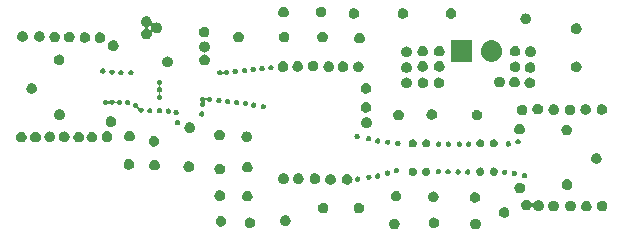
<source format=gbs>
G04 #@! TF.GenerationSoftware,KiCad,Pcbnew,(5.0.1)-4*
G04 #@! TF.CreationDate,2019-05-20T12:55:45-07:00*
G04 #@! TF.ProjectId,Tripler_circuit,547269706C65725F636972637569742E,rev?*
G04 #@! TF.SameCoordinates,Original*
G04 #@! TF.FileFunction,Soldermask,Bot*
G04 #@! TF.FilePolarity,Negative*
%FSLAX46Y46*%
G04 Gerber Fmt 4.6, Leading zero omitted, Abs format (unit mm)*
G04 Created by KiCad (PCBNEW (5.0.1)-4) date 5/20/2019 12:55:45 PM*
%MOMM*%
%LPD*%
G01*
G04 APERTURE LIST*
%ADD10C,0.200000*%
G04 APERTURE END LIST*
D10*
G36*
X140006552Y-100566331D02*
X140088625Y-100600327D01*
X140088626Y-100600328D01*
X140088629Y-100600329D01*
X140153160Y-100643448D01*
X140162500Y-100649689D01*
X140225311Y-100712500D01*
X140225313Y-100712503D01*
X140225314Y-100712504D01*
X140274671Y-100786371D01*
X140274672Y-100786374D01*
X140274673Y-100786375D01*
X140308669Y-100868448D01*
X140326000Y-100955579D01*
X140326000Y-101044421D01*
X140308669Y-101131552D01*
X140274673Y-101213625D01*
X140274671Y-101213629D01*
X140225314Y-101287496D01*
X140225311Y-101287500D01*
X140162500Y-101350311D01*
X140162497Y-101350313D01*
X140162496Y-101350314D01*
X140088629Y-101399671D01*
X140088626Y-101399672D01*
X140088625Y-101399673D01*
X140006552Y-101433669D01*
X139919421Y-101451000D01*
X139830579Y-101451000D01*
X139743448Y-101433669D01*
X139661375Y-101399673D01*
X139661374Y-101399672D01*
X139661371Y-101399671D01*
X139587504Y-101350314D01*
X139587503Y-101350313D01*
X139587500Y-101350311D01*
X139524689Y-101287500D01*
X139524686Y-101287496D01*
X139475329Y-101213629D01*
X139475327Y-101213625D01*
X139441331Y-101131552D01*
X139424000Y-101044421D01*
X139424000Y-100955579D01*
X139441331Y-100868448D01*
X139475327Y-100786375D01*
X139475328Y-100786374D01*
X139475329Y-100786371D01*
X139524686Y-100712504D01*
X139524687Y-100712503D01*
X139524689Y-100712500D01*
X139587500Y-100649689D01*
X139596840Y-100643448D01*
X139661371Y-100600329D01*
X139661374Y-100600328D01*
X139661375Y-100600327D01*
X139743448Y-100566331D01*
X139830579Y-100549000D01*
X139919421Y-100549000D01*
X140006552Y-100566331D01*
X140006552Y-100566331D01*
G37*
G36*
X133131552Y-100566331D02*
X133213625Y-100600327D01*
X133213626Y-100600328D01*
X133213629Y-100600329D01*
X133278160Y-100643448D01*
X133287500Y-100649689D01*
X133350311Y-100712500D01*
X133350313Y-100712503D01*
X133350314Y-100712504D01*
X133399671Y-100786371D01*
X133399672Y-100786374D01*
X133399673Y-100786375D01*
X133433669Y-100868448D01*
X133451000Y-100955579D01*
X133451000Y-101044421D01*
X133433669Y-101131552D01*
X133399673Y-101213625D01*
X133399671Y-101213629D01*
X133350314Y-101287496D01*
X133350311Y-101287500D01*
X133287500Y-101350311D01*
X133287497Y-101350313D01*
X133287496Y-101350314D01*
X133213629Y-101399671D01*
X133213626Y-101399672D01*
X133213625Y-101399673D01*
X133131552Y-101433669D01*
X133044421Y-101451000D01*
X132955579Y-101451000D01*
X132868448Y-101433669D01*
X132786375Y-101399673D01*
X132786374Y-101399672D01*
X132786371Y-101399671D01*
X132712504Y-101350314D01*
X132712503Y-101350313D01*
X132712500Y-101350311D01*
X132649689Y-101287500D01*
X132649686Y-101287496D01*
X132600329Y-101213629D01*
X132600327Y-101213625D01*
X132566331Y-101131552D01*
X132549000Y-101044421D01*
X132549000Y-100955579D01*
X132566331Y-100868448D01*
X132600327Y-100786375D01*
X132600328Y-100786374D01*
X132600329Y-100786371D01*
X132649686Y-100712504D01*
X132649687Y-100712503D01*
X132649689Y-100712500D01*
X132712500Y-100649689D01*
X132721840Y-100643448D01*
X132786371Y-100600329D01*
X132786374Y-100600328D01*
X132786375Y-100600327D01*
X132868448Y-100566331D01*
X132955579Y-100549000D01*
X133044421Y-100549000D01*
X133131552Y-100566331D01*
X133131552Y-100566331D01*
G37*
G36*
X136481552Y-100466331D02*
X136563625Y-100500327D01*
X136563626Y-100500328D01*
X136563629Y-100500329D01*
X136636469Y-100549000D01*
X136637500Y-100549689D01*
X136700311Y-100612500D01*
X136700313Y-100612503D01*
X136700314Y-100612504D01*
X136749671Y-100686371D01*
X136749672Y-100686374D01*
X136749673Y-100686375D01*
X136783669Y-100768448D01*
X136801000Y-100855579D01*
X136801000Y-100944421D01*
X136783669Y-101031552D01*
X136749673Y-101113625D01*
X136749671Y-101113629D01*
X136708882Y-101174673D01*
X136700311Y-101187500D01*
X136637500Y-101250311D01*
X136637497Y-101250313D01*
X136637496Y-101250314D01*
X136563629Y-101299671D01*
X136563626Y-101299672D01*
X136563625Y-101299673D01*
X136481552Y-101333669D01*
X136394421Y-101351000D01*
X136305579Y-101351000D01*
X136218448Y-101333669D01*
X136136375Y-101299673D01*
X136136374Y-101299672D01*
X136136371Y-101299671D01*
X136062504Y-101250314D01*
X136062503Y-101250313D01*
X136062500Y-101250311D01*
X135999689Y-101187500D01*
X135991118Y-101174673D01*
X135950329Y-101113629D01*
X135950327Y-101113625D01*
X135916331Y-101031552D01*
X135899000Y-100944421D01*
X135899000Y-100855579D01*
X135916331Y-100768448D01*
X135950327Y-100686375D01*
X135950328Y-100686374D01*
X135950329Y-100686371D01*
X135999686Y-100612504D01*
X135999687Y-100612503D01*
X135999689Y-100612500D01*
X136062500Y-100549689D01*
X136063531Y-100549000D01*
X136136371Y-100500329D01*
X136136374Y-100500328D01*
X136136375Y-100500327D01*
X136218448Y-100466331D01*
X136305579Y-100449000D01*
X136394421Y-100449000D01*
X136481552Y-100466331D01*
X136481552Y-100466331D01*
G37*
G36*
X120906552Y-100466331D02*
X120988625Y-100500327D01*
X120988626Y-100500328D01*
X120988629Y-100500329D01*
X121061469Y-100549000D01*
X121062500Y-100549689D01*
X121125311Y-100612500D01*
X121125313Y-100612503D01*
X121125314Y-100612504D01*
X121174671Y-100686371D01*
X121174672Y-100686374D01*
X121174673Y-100686375D01*
X121208669Y-100768448D01*
X121226000Y-100855579D01*
X121226000Y-100944421D01*
X121208669Y-101031552D01*
X121174673Y-101113625D01*
X121174671Y-101113629D01*
X121133882Y-101174673D01*
X121125311Y-101187500D01*
X121062500Y-101250311D01*
X121062497Y-101250313D01*
X121062496Y-101250314D01*
X120988629Y-101299671D01*
X120988626Y-101299672D01*
X120988625Y-101299673D01*
X120906552Y-101333669D01*
X120819421Y-101351000D01*
X120730579Y-101351000D01*
X120643448Y-101333669D01*
X120561375Y-101299673D01*
X120561374Y-101299672D01*
X120561371Y-101299671D01*
X120487504Y-101250314D01*
X120487503Y-101250313D01*
X120487500Y-101250311D01*
X120424689Y-101187500D01*
X120416118Y-101174673D01*
X120375329Y-101113629D01*
X120375327Y-101113625D01*
X120341331Y-101031552D01*
X120324000Y-100944421D01*
X120324000Y-100855579D01*
X120341331Y-100768448D01*
X120375327Y-100686375D01*
X120375328Y-100686374D01*
X120375329Y-100686371D01*
X120424686Y-100612504D01*
X120424687Y-100612503D01*
X120424689Y-100612500D01*
X120487500Y-100549689D01*
X120488531Y-100549000D01*
X120561371Y-100500329D01*
X120561374Y-100500328D01*
X120561375Y-100500327D01*
X120643448Y-100466331D01*
X120730579Y-100449000D01*
X120819421Y-100449000D01*
X120906552Y-100466331D01*
X120906552Y-100466331D01*
G37*
G36*
X118456552Y-100341331D02*
X118538625Y-100375327D01*
X118538626Y-100375328D01*
X118538629Y-100375329D01*
X118612496Y-100424686D01*
X118612500Y-100424689D01*
X118675311Y-100487500D01*
X118675313Y-100487503D01*
X118675314Y-100487504D01*
X118724671Y-100561371D01*
X118724672Y-100561374D01*
X118724673Y-100561375D01*
X118758669Y-100643448D01*
X118776000Y-100730579D01*
X118776000Y-100819421D01*
X118758669Y-100906552D01*
X118724673Y-100988625D01*
X118724671Y-100988629D01*
X118695990Y-101031552D01*
X118675311Y-101062500D01*
X118612500Y-101125311D01*
X118612497Y-101125313D01*
X118612496Y-101125314D01*
X118538629Y-101174671D01*
X118538626Y-101174672D01*
X118538625Y-101174673D01*
X118456552Y-101208669D01*
X118369421Y-101226000D01*
X118280579Y-101226000D01*
X118193448Y-101208669D01*
X118111375Y-101174673D01*
X118111374Y-101174672D01*
X118111371Y-101174671D01*
X118037504Y-101125314D01*
X118037503Y-101125313D01*
X118037500Y-101125311D01*
X117974689Y-101062500D01*
X117954010Y-101031552D01*
X117925329Y-100988629D01*
X117925327Y-100988625D01*
X117891331Y-100906552D01*
X117874000Y-100819421D01*
X117874000Y-100730579D01*
X117891331Y-100643448D01*
X117925327Y-100561375D01*
X117925328Y-100561374D01*
X117925329Y-100561371D01*
X117974686Y-100487504D01*
X117974687Y-100487503D01*
X117974689Y-100487500D01*
X118037500Y-100424689D01*
X118037504Y-100424686D01*
X118111371Y-100375329D01*
X118111374Y-100375328D01*
X118111375Y-100375327D01*
X118193448Y-100341331D01*
X118280579Y-100324000D01*
X118369421Y-100324000D01*
X118456552Y-100341331D01*
X118456552Y-100341331D01*
G37*
G36*
X123906552Y-100291331D02*
X123988625Y-100325327D01*
X123988626Y-100325328D01*
X123988629Y-100325329D01*
X124062496Y-100374686D01*
X124062500Y-100374689D01*
X124125311Y-100437500D01*
X124125313Y-100437503D01*
X124125314Y-100437504D01*
X124174671Y-100511371D01*
X124174672Y-100511374D01*
X124174673Y-100511375D01*
X124208669Y-100593448D01*
X124226000Y-100680579D01*
X124226000Y-100769421D01*
X124208669Y-100856552D01*
X124203741Y-100868448D01*
X124174671Y-100938629D01*
X124125314Y-101012496D01*
X124125311Y-101012500D01*
X124062500Y-101075311D01*
X124062497Y-101075313D01*
X124062496Y-101075314D01*
X123988629Y-101124671D01*
X123988626Y-101124672D01*
X123988625Y-101124673D01*
X123906552Y-101158669D01*
X123819421Y-101176000D01*
X123730579Y-101176000D01*
X123643448Y-101158669D01*
X123561375Y-101124673D01*
X123561374Y-101124672D01*
X123561371Y-101124671D01*
X123487504Y-101075314D01*
X123487503Y-101075313D01*
X123487500Y-101075311D01*
X123424689Y-101012500D01*
X123424686Y-101012496D01*
X123375329Y-100938629D01*
X123346259Y-100868448D01*
X123341331Y-100856552D01*
X123324000Y-100769421D01*
X123324000Y-100680579D01*
X123341331Y-100593448D01*
X123375327Y-100511375D01*
X123375328Y-100511374D01*
X123375329Y-100511371D01*
X123424686Y-100437504D01*
X123424687Y-100437503D01*
X123424689Y-100437500D01*
X123487500Y-100374689D01*
X123487504Y-100374686D01*
X123561371Y-100325329D01*
X123561374Y-100325328D01*
X123561375Y-100325327D01*
X123643448Y-100291331D01*
X123730579Y-100274000D01*
X123819421Y-100274000D01*
X123906552Y-100291331D01*
X123906552Y-100291331D01*
G37*
G36*
X142431552Y-99591331D02*
X142513625Y-99625327D01*
X142513626Y-99625328D01*
X142513629Y-99625329D01*
X142570948Y-99663629D01*
X142587500Y-99674689D01*
X142650311Y-99737500D01*
X142650313Y-99737503D01*
X142650314Y-99737504D01*
X142699671Y-99811371D01*
X142699672Y-99811374D01*
X142699673Y-99811375D01*
X142733669Y-99893448D01*
X142751000Y-99980579D01*
X142751000Y-100069421D01*
X142733669Y-100156552D01*
X142699673Y-100238625D01*
X142699671Y-100238629D01*
X142650314Y-100312496D01*
X142650311Y-100312500D01*
X142587500Y-100375311D01*
X142587497Y-100375313D01*
X142587496Y-100375314D01*
X142513629Y-100424671D01*
X142513626Y-100424672D01*
X142513625Y-100424673D01*
X142431552Y-100458669D01*
X142344421Y-100476000D01*
X142255579Y-100476000D01*
X142168448Y-100458669D01*
X142086375Y-100424673D01*
X142086374Y-100424672D01*
X142086371Y-100424671D01*
X142012504Y-100375314D01*
X142012503Y-100375313D01*
X142012500Y-100375311D01*
X141949689Y-100312500D01*
X141949686Y-100312496D01*
X141900329Y-100238629D01*
X141900327Y-100238625D01*
X141866331Y-100156552D01*
X141849000Y-100069421D01*
X141849000Y-99980579D01*
X141866331Y-99893448D01*
X141900327Y-99811375D01*
X141900328Y-99811374D01*
X141900329Y-99811371D01*
X141949686Y-99737504D01*
X141949687Y-99737503D01*
X141949689Y-99737500D01*
X142012500Y-99674689D01*
X142029052Y-99663629D01*
X142086371Y-99625329D01*
X142086374Y-99625328D01*
X142086375Y-99625327D01*
X142168448Y-99591331D01*
X142255579Y-99574000D01*
X142344421Y-99574000D01*
X142431552Y-99591331D01*
X142431552Y-99591331D01*
G37*
G36*
X130131552Y-99216331D02*
X130213625Y-99250327D01*
X130213626Y-99250328D01*
X130213629Y-99250329D01*
X130268248Y-99286825D01*
X130287500Y-99299689D01*
X130350311Y-99362500D01*
X130350313Y-99362503D01*
X130350314Y-99362504D01*
X130399671Y-99436371D01*
X130399672Y-99436374D01*
X130399673Y-99436375D01*
X130433669Y-99518448D01*
X130451000Y-99605579D01*
X130451000Y-99694421D01*
X130433669Y-99781552D01*
X130404902Y-99851000D01*
X130399671Y-99863629D01*
X130352871Y-99933669D01*
X130350311Y-99937500D01*
X130287500Y-100000311D01*
X130287497Y-100000313D01*
X130287496Y-100000314D01*
X130213629Y-100049671D01*
X130213626Y-100049672D01*
X130213625Y-100049673D01*
X130131552Y-100083669D01*
X130044421Y-100101000D01*
X129955579Y-100101000D01*
X129868448Y-100083669D01*
X129786375Y-100049673D01*
X129786374Y-100049672D01*
X129786371Y-100049671D01*
X129712504Y-100000314D01*
X129712503Y-100000313D01*
X129712500Y-100000311D01*
X129649689Y-99937500D01*
X129647129Y-99933669D01*
X129600329Y-99863629D01*
X129595098Y-99851000D01*
X129566331Y-99781552D01*
X129549000Y-99694421D01*
X129549000Y-99605579D01*
X129566331Y-99518448D01*
X129600327Y-99436375D01*
X129600328Y-99436374D01*
X129600329Y-99436371D01*
X129649686Y-99362504D01*
X129649687Y-99362503D01*
X129649689Y-99362500D01*
X129712500Y-99299689D01*
X129731752Y-99286825D01*
X129786371Y-99250329D01*
X129786374Y-99250328D01*
X129786375Y-99250327D01*
X129868448Y-99216331D01*
X129955579Y-99199000D01*
X130044421Y-99199000D01*
X130131552Y-99216331D01*
X130131552Y-99216331D01*
G37*
G36*
X127106552Y-99216331D02*
X127188625Y-99250327D01*
X127188626Y-99250328D01*
X127188629Y-99250329D01*
X127243248Y-99286825D01*
X127262500Y-99299689D01*
X127325311Y-99362500D01*
X127325313Y-99362503D01*
X127325314Y-99362504D01*
X127374671Y-99436371D01*
X127374672Y-99436374D01*
X127374673Y-99436375D01*
X127408669Y-99518448D01*
X127426000Y-99605579D01*
X127426000Y-99694421D01*
X127408669Y-99781552D01*
X127379902Y-99851000D01*
X127374671Y-99863629D01*
X127327871Y-99933669D01*
X127325311Y-99937500D01*
X127262500Y-100000311D01*
X127262497Y-100000313D01*
X127262496Y-100000314D01*
X127188629Y-100049671D01*
X127188626Y-100049672D01*
X127188625Y-100049673D01*
X127106552Y-100083669D01*
X127019421Y-100101000D01*
X126930579Y-100101000D01*
X126843448Y-100083669D01*
X126761375Y-100049673D01*
X126761374Y-100049672D01*
X126761371Y-100049671D01*
X126687504Y-100000314D01*
X126687503Y-100000313D01*
X126687500Y-100000311D01*
X126624689Y-99937500D01*
X126622129Y-99933669D01*
X126575329Y-99863629D01*
X126570098Y-99851000D01*
X126541331Y-99781552D01*
X126524000Y-99694421D01*
X126524000Y-99605579D01*
X126541331Y-99518448D01*
X126575327Y-99436375D01*
X126575328Y-99436374D01*
X126575329Y-99436371D01*
X126624686Y-99362504D01*
X126624687Y-99362503D01*
X126624689Y-99362500D01*
X126687500Y-99299689D01*
X126706752Y-99286825D01*
X126761371Y-99250329D01*
X126761374Y-99250328D01*
X126761375Y-99250327D01*
X126843448Y-99216331D01*
X126930579Y-99199000D01*
X127019421Y-99199000D01*
X127106552Y-99216331D01*
X127106552Y-99216331D01*
G37*
G36*
X149381552Y-99066331D02*
X149463625Y-99100327D01*
X149463626Y-99100328D01*
X149463629Y-99100329D01*
X149537496Y-99149686D01*
X149537500Y-99149689D01*
X149600311Y-99212500D01*
X149600313Y-99212503D01*
X149600314Y-99212504D01*
X149649671Y-99286371D01*
X149649672Y-99286374D01*
X149649673Y-99286375D01*
X149683669Y-99368448D01*
X149701000Y-99455579D01*
X149701000Y-99544421D01*
X149683669Y-99631552D01*
X149649673Y-99713625D01*
X149649671Y-99713629D01*
X149600314Y-99787496D01*
X149600311Y-99787500D01*
X149537500Y-99850311D01*
X149537497Y-99850313D01*
X149537496Y-99850314D01*
X149463629Y-99899671D01*
X149463626Y-99899672D01*
X149463625Y-99899673D01*
X149381552Y-99933669D01*
X149294421Y-99951000D01*
X149205579Y-99951000D01*
X149118448Y-99933669D01*
X149036375Y-99899673D01*
X149036374Y-99899672D01*
X149036371Y-99899671D01*
X148962504Y-99850314D01*
X148962503Y-99850313D01*
X148962500Y-99850311D01*
X148899689Y-99787500D01*
X148899686Y-99787496D01*
X148850329Y-99713629D01*
X148850327Y-99713625D01*
X148816331Y-99631552D01*
X148799000Y-99544421D01*
X148799000Y-99455579D01*
X148816331Y-99368448D01*
X148850327Y-99286375D01*
X148850328Y-99286374D01*
X148850329Y-99286371D01*
X148899686Y-99212504D01*
X148899687Y-99212503D01*
X148899689Y-99212500D01*
X148962500Y-99149689D01*
X148962504Y-99149686D01*
X149036371Y-99100329D01*
X149036374Y-99100328D01*
X149036375Y-99100327D01*
X149118448Y-99066331D01*
X149205579Y-99049000D01*
X149294421Y-99049000D01*
X149381552Y-99066331D01*
X149381552Y-99066331D01*
G37*
G36*
X148056552Y-99041331D02*
X148138625Y-99075327D01*
X148138626Y-99075328D01*
X148138629Y-99075329D01*
X148212496Y-99124686D01*
X148212500Y-99124689D01*
X148275311Y-99187500D01*
X148275313Y-99187503D01*
X148275314Y-99187504D01*
X148324671Y-99261371D01*
X148324672Y-99261374D01*
X148324673Y-99261375D01*
X148358669Y-99343448D01*
X148376000Y-99430579D01*
X148376000Y-99519421D01*
X148358669Y-99606552D01*
X148325139Y-99687500D01*
X148324671Y-99688629D01*
X148275314Y-99762496D01*
X148275311Y-99762500D01*
X148212500Y-99825311D01*
X148212497Y-99825313D01*
X148212496Y-99825314D01*
X148138629Y-99874671D01*
X148138626Y-99874672D01*
X148138625Y-99874673D01*
X148056552Y-99908669D01*
X147969421Y-99926000D01*
X147880579Y-99926000D01*
X147793448Y-99908669D01*
X147711375Y-99874673D01*
X147711374Y-99874672D01*
X147711371Y-99874671D01*
X147637504Y-99825314D01*
X147637503Y-99825313D01*
X147637500Y-99825311D01*
X147574689Y-99762500D01*
X147574686Y-99762496D01*
X147525329Y-99688629D01*
X147524861Y-99687500D01*
X147491331Y-99606552D01*
X147474000Y-99519421D01*
X147474000Y-99430579D01*
X147491331Y-99343448D01*
X147525327Y-99261375D01*
X147525328Y-99261374D01*
X147525329Y-99261371D01*
X147574686Y-99187504D01*
X147574687Y-99187503D01*
X147574689Y-99187500D01*
X147637500Y-99124689D01*
X147637504Y-99124686D01*
X147711371Y-99075329D01*
X147711374Y-99075328D01*
X147711375Y-99075327D01*
X147793448Y-99041331D01*
X147880579Y-99024000D01*
X147969421Y-99024000D01*
X148056552Y-99041331D01*
X148056552Y-99041331D01*
G37*
G36*
X150731552Y-99041331D02*
X150813625Y-99075327D01*
X150813626Y-99075328D01*
X150813629Y-99075329D01*
X150887496Y-99124686D01*
X150887500Y-99124689D01*
X150950311Y-99187500D01*
X150950313Y-99187503D01*
X150950314Y-99187504D01*
X150999671Y-99261371D01*
X150999672Y-99261374D01*
X150999673Y-99261375D01*
X151033669Y-99343448D01*
X151051000Y-99430579D01*
X151051000Y-99519421D01*
X151033669Y-99606552D01*
X151000139Y-99687500D01*
X150999671Y-99688629D01*
X150950314Y-99762496D01*
X150950311Y-99762500D01*
X150887500Y-99825311D01*
X150887497Y-99825313D01*
X150887496Y-99825314D01*
X150813629Y-99874671D01*
X150813626Y-99874672D01*
X150813625Y-99874673D01*
X150731552Y-99908669D01*
X150644421Y-99926000D01*
X150555579Y-99926000D01*
X150468448Y-99908669D01*
X150386375Y-99874673D01*
X150386374Y-99874672D01*
X150386371Y-99874671D01*
X150312504Y-99825314D01*
X150312503Y-99825313D01*
X150312500Y-99825311D01*
X150249689Y-99762500D01*
X150249686Y-99762496D01*
X150200329Y-99688629D01*
X150199861Y-99687500D01*
X150166331Y-99606552D01*
X150149000Y-99519421D01*
X150149000Y-99430579D01*
X150166331Y-99343448D01*
X150200327Y-99261375D01*
X150200328Y-99261374D01*
X150200329Y-99261371D01*
X150249686Y-99187504D01*
X150249687Y-99187503D01*
X150249689Y-99187500D01*
X150312500Y-99124689D01*
X150312504Y-99124686D01*
X150386371Y-99075329D01*
X150386374Y-99075328D01*
X150386375Y-99075327D01*
X150468448Y-99041331D01*
X150555579Y-99024000D01*
X150644421Y-99024000D01*
X150731552Y-99041331D01*
X150731552Y-99041331D01*
G37*
G36*
X146606552Y-99041331D02*
X146688625Y-99075327D01*
X146688626Y-99075328D01*
X146688629Y-99075329D01*
X146762496Y-99124686D01*
X146762500Y-99124689D01*
X146825311Y-99187500D01*
X146825313Y-99187503D01*
X146825314Y-99187504D01*
X146874671Y-99261371D01*
X146874672Y-99261374D01*
X146874673Y-99261375D01*
X146908669Y-99343448D01*
X146926000Y-99430579D01*
X146926000Y-99519421D01*
X146908669Y-99606552D01*
X146875139Y-99687500D01*
X146874671Y-99688629D01*
X146825314Y-99762496D01*
X146825311Y-99762500D01*
X146762500Y-99825311D01*
X146762497Y-99825313D01*
X146762496Y-99825314D01*
X146688629Y-99874671D01*
X146688626Y-99874672D01*
X146688625Y-99874673D01*
X146606552Y-99908669D01*
X146519421Y-99926000D01*
X146430579Y-99926000D01*
X146343448Y-99908669D01*
X146261375Y-99874673D01*
X146261374Y-99874672D01*
X146261371Y-99874671D01*
X146187504Y-99825314D01*
X146187503Y-99825313D01*
X146187500Y-99825311D01*
X146124689Y-99762500D01*
X146124686Y-99762496D01*
X146075329Y-99688629D01*
X146074861Y-99687500D01*
X146041331Y-99606552D01*
X146024000Y-99519421D01*
X146024000Y-99430579D01*
X146041331Y-99343448D01*
X146075327Y-99261375D01*
X146075328Y-99261374D01*
X146075329Y-99261371D01*
X146124686Y-99187504D01*
X146124687Y-99187503D01*
X146124689Y-99187500D01*
X146187500Y-99124689D01*
X146187504Y-99124686D01*
X146261371Y-99075329D01*
X146261374Y-99075328D01*
X146261375Y-99075327D01*
X146343448Y-99041331D01*
X146430579Y-99024000D01*
X146519421Y-99024000D01*
X146606552Y-99041331D01*
X146606552Y-99041331D01*
G37*
G36*
X144306552Y-98966331D02*
X144388625Y-99000327D01*
X144388626Y-99000328D01*
X144388629Y-99000329D01*
X144462496Y-99049686D01*
X144462500Y-99049689D01*
X144525311Y-99112500D01*
X144525313Y-99112503D01*
X144525314Y-99112504D01*
X144574671Y-99186371D01*
X144575140Y-99187504D01*
X144584318Y-99209661D01*
X144595869Y-99231272D01*
X144611415Y-99250214D01*
X144630357Y-99265759D01*
X144651968Y-99277310D01*
X144675417Y-99284423D01*
X144699803Y-99286825D01*
X144724190Y-99284423D01*
X144747639Y-99277310D01*
X144769250Y-99265759D01*
X144788192Y-99250213D01*
X144803737Y-99231271D01*
X144813720Y-99216331D01*
X144849686Y-99162504D01*
X144849687Y-99162502D01*
X144912500Y-99099689D01*
X144912504Y-99099686D01*
X144986371Y-99050329D01*
X144986374Y-99050328D01*
X144986375Y-99050327D01*
X145068448Y-99016331D01*
X145155579Y-98999000D01*
X145244421Y-98999000D01*
X145331552Y-99016331D01*
X145413625Y-99050327D01*
X145413626Y-99050328D01*
X145413629Y-99050329D01*
X145487496Y-99099686D01*
X145487500Y-99099689D01*
X145550311Y-99162500D01*
X145550312Y-99162502D01*
X145550314Y-99162504D01*
X145599671Y-99236371D01*
X145599672Y-99236374D01*
X145599673Y-99236375D01*
X145633669Y-99318448D01*
X145651000Y-99405579D01*
X145651000Y-99494421D01*
X145633669Y-99581552D01*
X145612958Y-99631552D01*
X145599671Y-99663629D01*
X145550314Y-99737496D01*
X145550311Y-99737500D01*
X145487500Y-99800311D01*
X145487497Y-99800313D01*
X145487496Y-99800314D01*
X145413629Y-99849671D01*
X145413626Y-99849672D01*
X145413625Y-99849673D01*
X145331552Y-99883669D01*
X145244421Y-99901000D01*
X145155579Y-99901000D01*
X145068448Y-99883669D01*
X144986375Y-99849673D01*
X144986374Y-99849672D01*
X144986371Y-99849671D01*
X144912504Y-99800314D01*
X144912503Y-99800313D01*
X144912500Y-99800311D01*
X144849689Y-99737500D01*
X144849686Y-99737496D01*
X144800329Y-99663629D01*
X144790682Y-99640339D01*
X144779131Y-99618728D01*
X144763585Y-99599786D01*
X144744643Y-99584241D01*
X144723032Y-99572690D01*
X144699583Y-99565577D01*
X144675197Y-99563175D01*
X144650810Y-99565577D01*
X144627361Y-99572690D01*
X144605750Y-99584241D01*
X144586808Y-99599787D01*
X144571264Y-99618727D01*
X144566853Y-99625329D01*
X144525313Y-99687498D01*
X144462500Y-99750311D01*
X144462497Y-99750313D01*
X144462496Y-99750314D01*
X144388629Y-99799671D01*
X144388626Y-99799672D01*
X144388625Y-99799673D01*
X144306552Y-99833669D01*
X144219421Y-99851000D01*
X144130579Y-99851000D01*
X144043448Y-99833669D01*
X143961375Y-99799673D01*
X143961374Y-99799672D01*
X143961371Y-99799671D01*
X143887504Y-99750314D01*
X143887503Y-99750313D01*
X143887500Y-99750311D01*
X143824689Y-99687500D01*
X143816127Y-99674686D01*
X143775329Y-99613629D01*
X143775327Y-99613625D01*
X143741331Y-99531552D01*
X143724000Y-99444421D01*
X143724000Y-99355579D01*
X143741331Y-99268448D01*
X143775327Y-99186375D01*
X143775328Y-99186374D01*
X143775329Y-99186371D01*
X143824686Y-99112504D01*
X143824687Y-99112503D01*
X143824689Y-99112500D01*
X143887500Y-99049689D01*
X143887504Y-99049686D01*
X143961371Y-99000329D01*
X143961374Y-99000328D01*
X143961375Y-99000327D01*
X144043448Y-98966331D01*
X144130579Y-98949000D01*
X144219421Y-98949000D01*
X144306552Y-98966331D01*
X144306552Y-98966331D01*
G37*
G36*
X139956552Y-98316331D02*
X140038625Y-98350327D01*
X140038626Y-98350328D01*
X140038629Y-98350329D01*
X140112496Y-98399686D01*
X140112500Y-98399689D01*
X140175311Y-98462500D01*
X140175313Y-98462503D01*
X140175314Y-98462504D01*
X140224671Y-98536371D01*
X140224672Y-98536374D01*
X140224673Y-98536375D01*
X140258669Y-98618448D01*
X140276000Y-98705579D01*
X140276000Y-98794421D01*
X140258669Y-98881552D01*
X140224673Y-98963625D01*
X140224671Y-98963629D01*
X140177871Y-99033669D01*
X140175311Y-99037500D01*
X140112500Y-99100311D01*
X140112497Y-99100313D01*
X140112496Y-99100314D01*
X140038629Y-99149671D01*
X140038626Y-99149672D01*
X140038625Y-99149673D01*
X139956552Y-99183669D01*
X139869421Y-99201000D01*
X139780579Y-99201000D01*
X139693448Y-99183669D01*
X139611375Y-99149673D01*
X139611374Y-99149672D01*
X139611371Y-99149671D01*
X139537504Y-99100314D01*
X139537503Y-99100313D01*
X139537500Y-99100311D01*
X139474689Y-99037500D01*
X139472129Y-99033669D01*
X139425329Y-98963629D01*
X139425327Y-98963625D01*
X139391331Y-98881552D01*
X139374000Y-98794421D01*
X139374000Y-98705579D01*
X139391331Y-98618448D01*
X139425327Y-98536375D01*
X139425328Y-98536374D01*
X139425329Y-98536371D01*
X139474686Y-98462504D01*
X139474687Y-98462503D01*
X139474689Y-98462500D01*
X139537500Y-98399689D01*
X139537504Y-98399686D01*
X139611371Y-98350329D01*
X139611374Y-98350328D01*
X139611375Y-98350327D01*
X139693448Y-98316331D01*
X139780579Y-98299000D01*
X139869421Y-98299000D01*
X139956552Y-98316331D01*
X139956552Y-98316331D01*
G37*
G36*
X136431552Y-98266331D02*
X136513625Y-98300327D01*
X136513626Y-98300328D01*
X136513629Y-98300329D01*
X136587496Y-98349686D01*
X136587500Y-98349689D01*
X136650311Y-98412500D01*
X136650313Y-98412503D01*
X136650314Y-98412504D01*
X136699671Y-98486371D01*
X136699672Y-98486374D01*
X136699673Y-98486375D01*
X136733669Y-98568448D01*
X136751000Y-98655579D01*
X136751000Y-98744421D01*
X136733669Y-98831552D01*
X136712958Y-98881552D01*
X136699671Y-98913629D01*
X136650314Y-98987496D01*
X136650311Y-98987500D01*
X136587500Y-99050311D01*
X136587497Y-99050313D01*
X136587496Y-99050314D01*
X136513629Y-99099671D01*
X136513626Y-99099672D01*
X136513625Y-99099673D01*
X136431552Y-99133669D01*
X136344421Y-99151000D01*
X136255579Y-99151000D01*
X136168448Y-99133669D01*
X136086375Y-99099673D01*
X136086374Y-99099672D01*
X136086371Y-99099671D01*
X136012504Y-99050314D01*
X136012503Y-99050313D01*
X136012500Y-99050311D01*
X135949689Y-98987500D01*
X135949686Y-98987496D01*
X135900329Y-98913629D01*
X135887042Y-98881552D01*
X135866331Y-98831552D01*
X135849000Y-98744421D01*
X135849000Y-98655579D01*
X135866331Y-98568448D01*
X135900327Y-98486375D01*
X135900328Y-98486374D01*
X135900329Y-98486371D01*
X135949686Y-98412504D01*
X135949687Y-98412503D01*
X135949689Y-98412500D01*
X136012500Y-98349689D01*
X136012504Y-98349686D01*
X136086371Y-98300329D01*
X136086374Y-98300328D01*
X136086375Y-98300327D01*
X136168448Y-98266331D01*
X136255579Y-98249000D01*
X136344421Y-98249000D01*
X136431552Y-98266331D01*
X136431552Y-98266331D01*
G37*
G36*
X133281552Y-98216331D02*
X133363625Y-98250327D01*
X133363626Y-98250328D01*
X133363629Y-98250329D01*
X133436469Y-98299000D01*
X133437500Y-98299689D01*
X133500311Y-98362500D01*
X133500313Y-98362503D01*
X133500314Y-98362504D01*
X133549671Y-98436371D01*
X133549672Y-98436374D01*
X133549673Y-98436375D01*
X133583669Y-98518448D01*
X133601000Y-98605579D01*
X133601000Y-98694421D01*
X133583669Y-98781552D01*
X133562958Y-98831552D01*
X133549671Y-98863629D01*
X133500314Y-98937496D01*
X133500311Y-98937500D01*
X133437500Y-99000311D01*
X133437497Y-99000313D01*
X133437496Y-99000314D01*
X133363629Y-99049671D01*
X133363626Y-99049672D01*
X133363625Y-99049673D01*
X133281552Y-99083669D01*
X133194421Y-99101000D01*
X133105579Y-99101000D01*
X133018448Y-99083669D01*
X132936375Y-99049673D01*
X132936374Y-99049672D01*
X132936371Y-99049671D01*
X132862504Y-99000314D01*
X132862503Y-99000313D01*
X132862500Y-99000311D01*
X132799689Y-98937500D01*
X132799686Y-98937496D01*
X132750329Y-98863629D01*
X132737042Y-98831552D01*
X132716331Y-98781552D01*
X132699000Y-98694421D01*
X132699000Y-98605579D01*
X132716331Y-98518448D01*
X132750327Y-98436375D01*
X132750328Y-98436374D01*
X132750329Y-98436371D01*
X132799686Y-98362504D01*
X132799687Y-98362503D01*
X132799689Y-98362500D01*
X132862500Y-98299689D01*
X132863531Y-98299000D01*
X132936371Y-98250329D01*
X132936374Y-98250328D01*
X132936375Y-98250327D01*
X133018448Y-98216331D01*
X133105579Y-98199000D01*
X133194421Y-98199000D01*
X133281552Y-98216331D01*
X133281552Y-98216331D01*
G37*
G36*
X120681552Y-98216331D02*
X120763625Y-98250327D01*
X120763626Y-98250328D01*
X120763629Y-98250329D01*
X120836469Y-98299000D01*
X120837500Y-98299689D01*
X120900311Y-98362500D01*
X120900313Y-98362503D01*
X120900314Y-98362504D01*
X120949671Y-98436371D01*
X120949672Y-98436374D01*
X120949673Y-98436375D01*
X120983669Y-98518448D01*
X121001000Y-98605579D01*
X121001000Y-98694421D01*
X120983669Y-98781552D01*
X120962958Y-98831552D01*
X120949671Y-98863629D01*
X120900314Y-98937496D01*
X120900311Y-98937500D01*
X120837500Y-99000311D01*
X120837497Y-99000313D01*
X120837496Y-99000314D01*
X120763629Y-99049671D01*
X120763626Y-99049672D01*
X120763625Y-99049673D01*
X120681552Y-99083669D01*
X120594421Y-99101000D01*
X120505579Y-99101000D01*
X120418448Y-99083669D01*
X120336375Y-99049673D01*
X120336374Y-99049672D01*
X120336371Y-99049671D01*
X120262504Y-99000314D01*
X120262503Y-99000313D01*
X120262500Y-99000311D01*
X120199689Y-98937500D01*
X120199686Y-98937496D01*
X120150329Y-98863629D01*
X120137042Y-98831552D01*
X120116331Y-98781552D01*
X120099000Y-98694421D01*
X120099000Y-98605579D01*
X120116331Y-98518448D01*
X120150327Y-98436375D01*
X120150328Y-98436374D01*
X120150329Y-98436371D01*
X120199686Y-98362504D01*
X120199687Y-98362503D01*
X120199689Y-98362500D01*
X120262500Y-98299689D01*
X120263531Y-98299000D01*
X120336371Y-98250329D01*
X120336374Y-98250328D01*
X120336375Y-98250327D01*
X120418448Y-98216331D01*
X120505579Y-98199000D01*
X120594421Y-98199000D01*
X120681552Y-98216331D01*
X120681552Y-98216331D01*
G37*
G36*
X118356552Y-98166331D02*
X118438625Y-98200327D01*
X118438626Y-98200328D01*
X118438629Y-98200329D01*
X118511469Y-98249000D01*
X118512500Y-98249689D01*
X118575311Y-98312500D01*
X118575313Y-98312503D01*
X118575314Y-98312504D01*
X118624671Y-98386371D01*
X118624672Y-98386374D01*
X118624673Y-98386375D01*
X118658669Y-98468448D01*
X118676000Y-98555579D01*
X118676000Y-98644421D01*
X118658669Y-98731552D01*
X118624673Y-98813625D01*
X118624671Y-98813629D01*
X118575314Y-98887496D01*
X118575311Y-98887500D01*
X118512500Y-98950311D01*
X118512497Y-98950313D01*
X118512496Y-98950314D01*
X118438629Y-98999671D01*
X118438626Y-98999672D01*
X118438625Y-98999673D01*
X118356552Y-99033669D01*
X118269421Y-99051000D01*
X118180579Y-99051000D01*
X118093448Y-99033669D01*
X118011375Y-98999673D01*
X118011374Y-98999672D01*
X118011371Y-98999671D01*
X117937504Y-98950314D01*
X117937503Y-98950313D01*
X117937500Y-98950311D01*
X117874689Y-98887500D01*
X117874686Y-98887496D01*
X117825329Y-98813629D01*
X117825327Y-98813625D01*
X117791331Y-98731552D01*
X117774000Y-98644421D01*
X117774000Y-98555579D01*
X117791331Y-98468448D01*
X117825327Y-98386375D01*
X117825328Y-98386374D01*
X117825329Y-98386371D01*
X117874686Y-98312504D01*
X117874687Y-98312503D01*
X117874689Y-98312500D01*
X117937500Y-98249689D01*
X117938531Y-98249000D01*
X118011371Y-98200329D01*
X118011374Y-98200328D01*
X118011375Y-98200327D01*
X118093448Y-98166331D01*
X118180579Y-98149000D01*
X118269421Y-98149000D01*
X118356552Y-98166331D01*
X118356552Y-98166331D01*
G37*
G36*
X143756552Y-97516331D02*
X143838625Y-97550327D01*
X143838626Y-97550328D01*
X143838629Y-97550329D01*
X143888525Y-97583669D01*
X143912500Y-97599689D01*
X143975311Y-97662500D01*
X143975313Y-97662503D01*
X143975314Y-97662504D01*
X144024671Y-97736371D01*
X144024672Y-97736374D01*
X144024673Y-97736375D01*
X144058669Y-97818448D01*
X144076000Y-97905579D01*
X144076000Y-97994421D01*
X144058669Y-98081552D01*
X144024673Y-98163625D01*
X144024671Y-98163629D01*
X143975314Y-98237496D01*
X143975311Y-98237500D01*
X143912500Y-98300311D01*
X143912497Y-98300313D01*
X143912496Y-98300314D01*
X143838629Y-98349671D01*
X143838626Y-98349672D01*
X143838625Y-98349673D01*
X143756552Y-98383669D01*
X143669421Y-98401000D01*
X143580579Y-98401000D01*
X143493448Y-98383669D01*
X143411375Y-98349673D01*
X143411374Y-98349672D01*
X143411371Y-98349671D01*
X143337504Y-98300314D01*
X143337503Y-98300313D01*
X143337500Y-98300311D01*
X143274689Y-98237500D01*
X143274686Y-98237496D01*
X143225329Y-98163629D01*
X143225327Y-98163625D01*
X143191331Y-98081552D01*
X143174000Y-97994421D01*
X143174000Y-97905579D01*
X143191331Y-97818448D01*
X143225327Y-97736375D01*
X143225328Y-97736374D01*
X143225329Y-97736371D01*
X143274686Y-97662504D01*
X143274687Y-97662503D01*
X143274689Y-97662500D01*
X143337500Y-97599689D01*
X143361475Y-97583669D01*
X143411371Y-97550329D01*
X143411374Y-97550328D01*
X143411375Y-97550327D01*
X143493448Y-97516331D01*
X143580579Y-97499000D01*
X143669421Y-97499000D01*
X143756552Y-97516331D01*
X143756552Y-97516331D01*
G37*
G36*
X147756552Y-97241331D02*
X147838625Y-97275327D01*
X147838626Y-97275328D01*
X147838629Y-97275329D01*
X147912496Y-97324686D01*
X147912500Y-97324689D01*
X147975311Y-97387500D01*
X147975313Y-97387503D01*
X147975314Y-97387504D01*
X148024671Y-97461371D01*
X148024672Y-97461374D01*
X148024673Y-97461375D01*
X148058669Y-97543448D01*
X148076000Y-97630579D01*
X148076000Y-97719421D01*
X148058669Y-97806552D01*
X148053741Y-97818448D01*
X148024671Y-97888629D01*
X147975314Y-97962496D01*
X147975311Y-97962500D01*
X147912500Y-98025311D01*
X147912497Y-98025313D01*
X147912496Y-98025314D01*
X147838629Y-98074671D01*
X147838626Y-98074672D01*
X147838625Y-98074673D01*
X147756552Y-98108669D01*
X147669421Y-98126000D01*
X147580579Y-98126000D01*
X147493448Y-98108669D01*
X147411375Y-98074673D01*
X147411374Y-98074672D01*
X147411371Y-98074671D01*
X147337504Y-98025314D01*
X147337503Y-98025313D01*
X147337500Y-98025311D01*
X147274689Y-97962500D01*
X147274686Y-97962496D01*
X147225329Y-97888629D01*
X147196259Y-97818448D01*
X147191331Y-97806552D01*
X147174000Y-97719421D01*
X147174000Y-97630579D01*
X147191331Y-97543448D01*
X147225327Y-97461375D01*
X147225328Y-97461374D01*
X147225329Y-97461371D01*
X147274686Y-97387504D01*
X147274687Y-97387503D01*
X147274689Y-97387500D01*
X147337500Y-97324689D01*
X147337504Y-97324686D01*
X147411371Y-97275329D01*
X147411374Y-97275328D01*
X147411375Y-97275327D01*
X147493448Y-97241331D01*
X147580579Y-97224000D01*
X147669421Y-97224000D01*
X147756552Y-97241331D01*
X147756552Y-97241331D01*
G37*
G36*
X129131552Y-96791331D02*
X129213625Y-96825327D01*
X129213626Y-96825328D01*
X129213629Y-96825329D01*
X129287150Y-96874455D01*
X129287500Y-96874689D01*
X129350311Y-96937500D01*
X129350313Y-96937503D01*
X129350314Y-96937504D01*
X129399671Y-97011371D01*
X129399672Y-97011374D01*
X129399673Y-97011375D01*
X129433669Y-97093449D01*
X129439620Y-97123366D01*
X129446733Y-97146816D01*
X129458284Y-97168426D01*
X129473830Y-97187368D01*
X129492772Y-97202914D01*
X129506254Y-97210120D01*
X129499396Y-97213786D01*
X129480454Y-97229331D01*
X129464909Y-97248273D01*
X129453357Y-97269884D01*
X129446244Y-97293333D01*
X129433669Y-97356552D01*
X129400139Y-97437500D01*
X129399671Y-97438629D01*
X129350314Y-97512496D01*
X129350311Y-97512500D01*
X129287500Y-97575311D01*
X129287497Y-97575313D01*
X129287496Y-97575314D01*
X129213629Y-97624671D01*
X129213626Y-97624672D01*
X129213625Y-97624673D01*
X129131552Y-97658669D01*
X129044421Y-97676000D01*
X128955579Y-97676000D01*
X128868448Y-97658669D01*
X128786375Y-97624673D01*
X128786374Y-97624672D01*
X128786371Y-97624671D01*
X128712504Y-97575314D01*
X128712503Y-97575313D01*
X128712500Y-97575311D01*
X128649689Y-97512500D01*
X128649686Y-97512496D01*
X128600329Y-97438629D01*
X128599861Y-97437500D01*
X128566331Y-97356552D01*
X128549000Y-97269421D01*
X128549000Y-97180579D01*
X128566331Y-97093448D01*
X128600327Y-97011375D01*
X128600328Y-97011374D01*
X128600329Y-97011371D01*
X128649686Y-96937504D01*
X128649687Y-96937503D01*
X128649689Y-96937500D01*
X128712500Y-96874689D01*
X128712850Y-96874455D01*
X128786371Y-96825329D01*
X128786374Y-96825328D01*
X128786375Y-96825327D01*
X128868448Y-96791331D01*
X128955579Y-96774000D01*
X129044421Y-96774000D01*
X129131552Y-96791331D01*
X129131552Y-96791331D01*
G37*
G36*
X127731552Y-96791331D02*
X127813625Y-96825327D01*
X127813626Y-96825328D01*
X127813629Y-96825329D01*
X127887150Y-96874455D01*
X127887500Y-96874689D01*
X127950311Y-96937500D01*
X127950313Y-96937503D01*
X127950314Y-96937504D01*
X127999671Y-97011371D01*
X127999672Y-97011374D01*
X127999673Y-97011375D01*
X128033669Y-97093448D01*
X128051000Y-97180579D01*
X128051000Y-97269421D01*
X128033669Y-97356552D01*
X128000139Y-97437500D01*
X127999671Y-97438629D01*
X127950314Y-97512496D01*
X127950311Y-97512500D01*
X127887500Y-97575311D01*
X127887497Y-97575313D01*
X127887496Y-97575314D01*
X127813629Y-97624671D01*
X127813626Y-97624672D01*
X127813625Y-97624673D01*
X127731552Y-97658669D01*
X127644421Y-97676000D01*
X127555579Y-97676000D01*
X127468448Y-97658669D01*
X127386375Y-97624673D01*
X127386374Y-97624672D01*
X127386371Y-97624671D01*
X127312504Y-97575314D01*
X127312503Y-97575313D01*
X127312500Y-97575311D01*
X127249689Y-97512500D01*
X127249686Y-97512496D01*
X127200329Y-97438629D01*
X127199861Y-97437500D01*
X127166331Y-97356552D01*
X127149000Y-97269421D01*
X127149000Y-97180579D01*
X127166331Y-97093448D01*
X127200327Y-97011375D01*
X127200328Y-97011374D01*
X127200329Y-97011371D01*
X127249686Y-96937504D01*
X127249687Y-96937503D01*
X127249689Y-96937500D01*
X127312500Y-96874689D01*
X127312850Y-96874455D01*
X127386371Y-96825329D01*
X127386374Y-96825328D01*
X127386375Y-96825327D01*
X127468448Y-96791331D01*
X127555579Y-96774000D01*
X127644421Y-96774000D01*
X127731552Y-96791331D01*
X127731552Y-96791331D01*
G37*
G36*
X126406552Y-96716331D02*
X126488625Y-96750327D01*
X126488626Y-96750328D01*
X126488629Y-96750329D01*
X126553612Y-96793750D01*
X126562500Y-96799689D01*
X126625311Y-96862500D01*
X126625313Y-96862503D01*
X126625314Y-96862504D01*
X126674671Y-96936371D01*
X126674672Y-96936374D01*
X126674673Y-96936375D01*
X126708669Y-97018448D01*
X126726000Y-97105579D01*
X126726000Y-97194421D01*
X126708669Y-97281552D01*
X126674673Y-97363625D01*
X126674671Y-97363629D01*
X126632995Y-97426000D01*
X126625311Y-97437500D01*
X126562500Y-97500311D01*
X126562497Y-97500313D01*
X126562496Y-97500314D01*
X126488629Y-97549671D01*
X126488626Y-97549672D01*
X126488625Y-97549673D01*
X126406552Y-97583669D01*
X126319421Y-97601000D01*
X126230579Y-97601000D01*
X126143448Y-97583669D01*
X126061375Y-97549673D01*
X126061374Y-97549672D01*
X126061371Y-97549671D01*
X125987504Y-97500314D01*
X125987503Y-97500313D01*
X125987500Y-97500311D01*
X125924689Y-97437500D01*
X125917005Y-97426000D01*
X125875329Y-97363629D01*
X125875327Y-97363625D01*
X125841331Y-97281552D01*
X125824000Y-97194421D01*
X125824000Y-97105579D01*
X125841331Y-97018448D01*
X125875327Y-96936375D01*
X125875328Y-96936374D01*
X125875329Y-96936371D01*
X125924686Y-96862504D01*
X125924687Y-96862503D01*
X125924689Y-96862500D01*
X125987500Y-96799689D01*
X125996388Y-96793750D01*
X126061371Y-96750329D01*
X126061374Y-96750328D01*
X126061375Y-96750327D01*
X126143448Y-96716331D01*
X126230579Y-96699000D01*
X126319421Y-96699000D01*
X126406552Y-96716331D01*
X126406552Y-96716331D01*
G37*
G36*
X123756552Y-96716331D02*
X123838625Y-96750327D01*
X123838626Y-96750328D01*
X123838629Y-96750329D01*
X123903612Y-96793750D01*
X123912500Y-96799689D01*
X123975311Y-96862500D01*
X123975313Y-96862503D01*
X123975314Y-96862504D01*
X124024671Y-96936371D01*
X124024672Y-96936374D01*
X124024673Y-96936375D01*
X124058669Y-97018448D01*
X124076000Y-97105579D01*
X124076000Y-97194421D01*
X124058669Y-97281552D01*
X124024673Y-97363625D01*
X124024671Y-97363629D01*
X123982995Y-97426000D01*
X123975311Y-97437500D01*
X123912500Y-97500311D01*
X123912497Y-97500313D01*
X123912496Y-97500314D01*
X123838629Y-97549671D01*
X123838626Y-97549672D01*
X123838625Y-97549673D01*
X123756552Y-97583669D01*
X123669421Y-97601000D01*
X123580579Y-97601000D01*
X123493448Y-97583669D01*
X123411375Y-97549673D01*
X123411374Y-97549672D01*
X123411371Y-97549671D01*
X123337504Y-97500314D01*
X123337503Y-97500313D01*
X123337500Y-97500311D01*
X123274689Y-97437500D01*
X123267005Y-97426000D01*
X123225329Y-97363629D01*
X123225327Y-97363625D01*
X123191331Y-97281552D01*
X123174000Y-97194421D01*
X123174000Y-97105579D01*
X123191331Y-97018448D01*
X123225327Y-96936375D01*
X123225328Y-96936374D01*
X123225329Y-96936371D01*
X123274686Y-96862504D01*
X123274687Y-96862503D01*
X123274689Y-96862500D01*
X123337500Y-96799689D01*
X123346388Y-96793750D01*
X123411371Y-96750329D01*
X123411374Y-96750328D01*
X123411375Y-96750327D01*
X123493448Y-96716331D01*
X123580579Y-96699000D01*
X123669421Y-96699000D01*
X123756552Y-96716331D01*
X123756552Y-96716331D01*
G37*
G36*
X125006552Y-96716331D02*
X125088625Y-96750327D01*
X125088626Y-96750328D01*
X125088629Y-96750329D01*
X125153612Y-96793750D01*
X125162500Y-96799689D01*
X125225311Y-96862500D01*
X125225313Y-96862503D01*
X125225314Y-96862504D01*
X125274671Y-96936371D01*
X125274672Y-96936374D01*
X125274673Y-96936375D01*
X125308669Y-97018448D01*
X125326000Y-97105579D01*
X125326000Y-97194421D01*
X125308669Y-97281552D01*
X125274673Y-97363625D01*
X125274671Y-97363629D01*
X125232995Y-97426000D01*
X125225311Y-97437500D01*
X125162500Y-97500311D01*
X125162497Y-97500313D01*
X125162496Y-97500314D01*
X125088629Y-97549671D01*
X125088626Y-97549672D01*
X125088625Y-97549673D01*
X125006552Y-97583669D01*
X124919421Y-97601000D01*
X124830579Y-97601000D01*
X124743448Y-97583669D01*
X124661375Y-97549673D01*
X124661374Y-97549672D01*
X124661371Y-97549671D01*
X124587504Y-97500314D01*
X124587503Y-97500313D01*
X124587500Y-97500311D01*
X124524689Y-97437500D01*
X124517005Y-97426000D01*
X124475329Y-97363629D01*
X124475327Y-97363625D01*
X124441331Y-97281552D01*
X124424000Y-97194421D01*
X124424000Y-97105579D01*
X124441331Y-97018448D01*
X124475327Y-96936375D01*
X124475328Y-96936374D01*
X124475329Y-96936371D01*
X124524686Y-96862504D01*
X124524687Y-96862503D01*
X124524689Y-96862500D01*
X124587500Y-96799689D01*
X124596388Y-96793750D01*
X124661371Y-96750329D01*
X124661374Y-96750328D01*
X124661375Y-96750327D01*
X124743448Y-96716331D01*
X124830579Y-96699000D01*
X124919421Y-96699000D01*
X125006552Y-96716331D01*
X125006552Y-96716331D01*
G37*
G36*
X129965922Y-96982685D02*
X130007051Y-96999721D01*
X130044067Y-97024454D01*
X130075546Y-97055933D01*
X130100279Y-97092949D01*
X130117315Y-97134078D01*
X130126000Y-97177741D01*
X130126000Y-97222259D01*
X130117315Y-97265922D01*
X130100279Y-97307051D01*
X130075546Y-97344067D01*
X130044067Y-97375546D01*
X130026176Y-97387500D01*
X130007051Y-97400279D01*
X129965922Y-97417315D01*
X129922259Y-97426000D01*
X129877741Y-97426000D01*
X129834078Y-97417315D01*
X129792949Y-97400279D01*
X129773824Y-97387500D01*
X129755933Y-97375546D01*
X129724454Y-97344067D01*
X129699721Y-97307051D01*
X129684325Y-97269881D01*
X129672776Y-97248274D01*
X129657231Y-97229332D01*
X129638289Y-97213787D01*
X129624806Y-97206580D01*
X129631664Y-97202914D01*
X129650606Y-97187368D01*
X129666152Y-97168426D01*
X129677703Y-97146815D01*
X129678506Y-97144168D01*
X129686220Y-97125545D01*
X129699721Y-97092949D01*
X129724454Y-97055933D01*
X129755933Y-97024454D01*
X129792949Y-96999721D01*
X129834078Y-96982685D01*
X129877741Y-96974000D01*
X129922259Y-96974000D01*
X129965922Y-96982685D01*
X129965922Y-96982685D01*
G37*
G36*
X130915922Y-96832685D02*
X130957051Y-96849721D01*
X130994067Y-96874454D01*
X131025546Y-96905933D01*
X131050279Y-96942949D01*
X131067315Y-96984078D01*
X131076000Y-97027741D01*
X131076000Y-97072259D01*
X131067315Y-97115922D01*
X131050279Y-97157051D01*
X131025546Y-97194067D01*
X130994067Y-97225546D01*
X130970441Y-97241332D01*
X130957051Y-97250279D01*
X130915922Y-97267315D01*
X130872259Y-97276000D01*
X130827741Y-97276000D01*
X130784078Y-97267315D01*
X130742949Y-97250279D01*
X130729559Y-97241332D01*
X130705933Y-97225546D01*
X130674454Y-97194067D01*
X130649721Y-97157051D01*
X130632685Y-97115922D01*
X130624000Y-97072259D01*
X130624000Y-97027741D01*
X130632685Y-96984078D01*
X130649721Y-96942949D01*
X130674454Y-96905933D01*
X130705933Y-96874454D01*
X130742949Y-96849721D01*
X130784078Y-96832685D01*
X130827741Y-96824000D01*
X130872259Y-96824000D01*
X130915922Y-96832685D01*
X130915922Y-96832685D01*
G37*
G36*
X131665922Y-96732685D02*
X131707051Y-96749721D01*
X131744067Y-96774454D01*
X131775546Y-96805933D01*
X131800279Y-96842949D01*
X131817315Y-96884078D01*
X131826000Y-96927741D01*
X131826000Y-96972259D01*
X131817315Y-97015922D01*
X131800279Y-97057051D01*
X131775546Y-97094067D01*
X131744067Y-97125546D01*
X131712235Y-97146815D01*
X131707051Y-97150279D01*
X131665922Y-97167315D01*
X131622259Y-97176000D01*
X131577741Y-97176000D01*
X131534078Y-97167315D01*
X131492949Y-97150279D01*
X131487765Y-97146815D01*
X131455933Y-97125546D01*
X131424454Y-97094067D01*
X131399721Y-97057051D01*
X131382685Y-97015922D01*
X131374000Y-96972259D01*
X131374000Y-96927741D01*
X131382685Y-96884078D01*
X131399721Y-96842949D01*
X131424454Y-96805933D01*
X131455933Y-96774454D01*
X131492949Y-96749721D01*
X131534078Y-96732685D01*
X131577741Y-96724000D01*
X131622259Y-96724000D01*
X131665922Y-96732685D01*
X131665922Y-96732685D01*
G37*
G36*
X144090922Y-96682685D02*
X144132051Y-96699721D01*
X144169067Y-96724454D01*
X144200546Y-96755933D01*
X144225279Y-96792949D01*
X144242315Y-96834078D01*
X144251000Y-96877741D01*
X144251000Y-96922259D01*
X144242315Y-96965922D01*
X144225279Y-97007051D01*
X144200546Y-97044067D01*
X144169067Y-97075546D01*
X144132051Y-97100279D01*
X144090922Y-97117315D01*
X144047259Y-97126000D01*
X144002741Y-97126000D01*
X143959078Y-97117315D01*
X143917949Y-97100279D01*
X143880933Y-97075546D01*
X143849454Y-97044067D01*
X143824721Y-97007051D01*
X143807685Y-96965922D01*
X143799000Y-96922259D01*
X143799000Y-96877741D01*
X143807685Y-96834078D01*
X143824721Y-96792949D01*
X143849454Y-96755933D01*
X143880933Y-96724454D01*
X143917949Y-96699721D01*
X143959078Y-96682685D01*
X144002741Y-96674000D01*
X144047259Y-96674000D01*
X144090922Y-96682685D01*
X144090922Y-96682685D01*
G37*
G36*
X143215922Y-96507685D02*
X143257051Y-96524721D01*
X143294067Y-96549454D01*
X143325546Y-96580933D01*
X143350279Y-96617949D01*
X143367315Y-96659078D01*
X143376000Y-96702741D01*
X143376000Y-96747259D01*
X143367315Y-96790922D01*
X143350279Y-96832051D01*
X143325546Y-96869067D01*
X143294067Y-96900546D01*
X143263455Y-96921000D01*
X143257051Y-96925279D01*
X143215922Y-96942315D01*
X143172259Y-96951000D01*
X143127741Y-96951000D01*
X143084078Y-96942315D01*
X143042949Y-96925279D01*
X143036545Y-96921000D01*
X143005933Y-96900546D01*
X142974454Y-96869067D01*
X142949721Y-96832051D01*
X142932685Y-96790922D01*
X142924000Y-96747259D01*
X142924000Y-96702741D01*
X142932685Y-96659078D01*
X142949721Y-96617949D01*
X142974454Y-96580933D01*
X143005933Y-96549454D01*
X143042949Y-96524721D01*
X143084078Y-96507685D01*
X143127741Y-96499000D01*
X143172259Y-96499000D01*
X143215922Y-96507685D01*
X143215922Y-96507685D01*
G37*
G36*
X135802383Y-96242489D02*
X135866261Y-96268948D01*
X135923750Y-96307361D01*
X135972639Y-96356250D01*
X136011052Y-96413739D01*
X136037511Y-96477617D01*
X136051000Y-96545430D01*
X136051000Y-96614570D01*
X136037511Y-96682383D01*
X136011052Y-96746261D01*
X135972639Y-96803750D01*
X135923750Y-96852639D01*
X135866261Y-96891052D01*
X135802383Y-96917511D01*
X135734570Y-96931000D01*
X135665430Y-96931000D01*
X135597617Y-96917511D01*
X135533739Y-96891052D01*
X135476250Y-96852639D01*
X135427361Y-96803750D01*
X135388948Y-96746261D01*
X135362489Y-96682383D01*
X135349000Y-96614570D01*
X135349000Y-96545430D01*
X135362489Y-96477617D01*
X135388948Y-96413739D01*
X135427361Y-96356250D01*
X135476250Y-96307361D01*
X135533739Y-96268948D01*
X135597617Y-96242489D01*
X135665430Y-96229000D01*
X135734570Y-96229000D01*
X135802383Y-96242489D01*
X135802383Y-96242489D01*
G37*
G36*
X134662383Y-96242489D02*
X134726261Y-96268948D01*
X134783750Y-96307361D01*
X134832639Y-96356250D01*
X134871052Y-96413739D01*
X134897511Y-96477617D01*
X134911000Y-96545430D01*
X134911000Y-96614570D01*
X134897511Y-96682383D01*
X134871052Y-96746261D01*
X134832639Y-96803750D01*
X134783750Y-96852639D01*
X134726261Y-96891052D01*
X134662383Y-96917511D01*
X134594570Y-96931000D01*
X134525430Y-96931000D01*
X134457617Y-96917511D01*
X134393739Y-96891052D01*
X134336250Y-96852639D01*
X134287361Y-96803750D01*
X134248948Y-96746261D01*
X134222489Y-96682383D01*
X134209000Y-96614570D01*
X134209000Y-96545430D01*
X134222489Y-96477617D01*
X134248948Y-96413739D01*
X134287361Y-96356250D01*
X134336250Y-96307361D01*
X134393739Y-96268948D01*
X134457617Y-96242489D01*
X134525430Y-96229000D01*
X134594570Y-96229000D01*
X134662383Y-96242489D01*
X134662383Y-96242489D01*
G37*
G36*
X132490922Y-96482685D02*
X132532051Y-96499721D01*
X132569067Y-96524454D01*
X132600546Y-96555933D01*
X132625279Y-96592949D01*
X132642315Y-96634078D01*
X132651000Y-96677741D01*
X132651000Y-96722259D01*
X132642315Y-96765922D01*
X132625279Y-96807051D01*
X132600546Y-96844067D01*
X132569067Y-96875546D01*
X132532051Y-96900279D01*
X132490922Y-96917315D01*
X132447259Y-96926000D01*
X132402741Y-96926000D01*
X132359078Y-96917315D01*
X132317949Y-96900279D01*
X132280933Y-96875546D01*
X132249454Y-96844067D01*
X132224721Y-96807051D01*
X132207685Y-96765922D01*
X132199000Y-96722259D01*
X132199000Y-96677741D01*
X132207685Y-96634078D01*
X132224721Y-96592949D01*
X132249454Y-96555933D01*
X132280933Y-96524454D01*
X132317949Y-96499721D01*
X132359078Y-96482685D01*
X132402741Y-96474000D01*
X132447259Y-96474000D01*
X132490922Y-96482685D01*
X132490922Y-96482685D01*
G37*
G36*
X140382383Y-96232489D02*
X140446261Y-96258948D01*
X140503750Y-96297361D01*
X140552639Y-96346250D01*
X140591052Y-96403739D01*
X140617511Y-96467617D01*
X140631000Y-96535430D01*
X140631000Y-96604570D01*
X140617511Y-96672383D01*
X140591052Y-96736261D01*
X140552639Y-96793750D01*
X140503750Y-96842639D01*
X140456134Y-96874455D01*
X140446261Y-96881052D01*
X140382383Y-96907511D01*
X140314570Y-96921000D01*
X140245430Y-96921000D01*
X140177617Y-96907511D01*
X140113739Y-96881052D01*
X140103866Y-96874455D01*
X140056250Y-96842639D01*
X140007361Y-96793750D01*
X139968948Y-96736261D01*
X139942489Y-96672383D01*
X139929000Y-96604570D01*
X139929000Y-96535430D01*
X139942489Y-96467617D01*
X139968948Y-96403739D01*
X140007361Y-96346250D01*
X140056250Y-96297361D01*
X140113739Y-96258948D01*
X140177617Y-96232489D01*
X140245430Y-96219000D01*
X140314570Y-96219000D01*
X140382383Y-96232489D01*
X140382383Y-96232489D01*
G37*
G36*
X141522383Y-96232489D02*
X141586261Y-96258948D01*
X141643750Y-96297361D01*
X141692639Y-96346250D01*
X141731052Y-96403739D01*
X141757511Y-96467617D01*
X141771000Y-96535430D01*
X141771000Y-96604570D01*
X141757511Y-96672383D01*
X141731052Y-96736261D01*
X141692639Y-96793750D01*
X141643750Y-96842639D01*
X141596134Y-96874455D01*
X141586261Y-96881052D01*
X141522383Y-96907511D01*
X141454570Y-96921000D01*
X141385430Y-96921000D01*
X141317617Y-96907511D01*
X141253739Y-96881052D01*
X141243866Y-96874455D01*
X141196250Y-96842639D01*
X141147361Y-96793750D01*
X141108948Y-96736261D01*
X141082489Y-96672383D01*
X141069000Y-96604570D01*
X141069000Y-96535430D01*
X141082489Y-96467617D01*
X141108948Y-96403739D01*
X141147361Y-96346250D01*
X141196250Y-96297361D01*
X141253739Y-96258948D01*
X141317617Y-96232489D01*
X141385430Y-96219000D01*
X141454570Y-96219000D01*
X141522383Y-96232489D01*
X141522383Y-96232489D01*
G37*
G36*
X142415922Y-96407685D02*
X142457051Y-96424721D01*
X142494067Y-96449454D01*
X142525546Y-96480933D01*
X142550279Y-96517949D01*
X142567315Y-96559078D01*
X142576000Y-96602741D01*
X142576000Y-96647259D01*
X142567315Y-96690922D01*
X142550279Y-96732051D01*
X142525546Y-96769067D01*
X142494067Y-96800546D01*
X142457051Y-96825279D01*
X142415922Y-96842315D01*
X142372259Y-96851000D01*
X142327741Y-96851000D01*
X142284078Y-96842315D01*
X142242949Y-96825279D01*
X142205933Y-96800546D01*
X142174454Y-96769067D01*
X142149721Y-96732051D01*
X142132685Y-96690922D01*
X142124000Y-96647259D01*
X142124000Y-96602741D01*
X142132685Y-96559078D01*
X142149721Y-96517949D01*
X142174454Y-96480933D01*
X142205933Y-96449454D01*
X142242949Y-96424721D01*
X142284078Y-96407685D01*
X142327741Y-96399000D01*
X142372259Y-96399000D01*
X142415922Y-96407685D01*
X142415922Y-96407685D01*
G37*
G36*
X139290922Y-96382685D02*
X139332051Y-96399721D01*
X139369067Y-96424454D01*
X139400546Y-96455933D01*
X139425279Y-96492949D01*
X139442315Y-96534078D01*
X139451000Y-96577741D01*
X139451000Y-96622259D01*
X139442315Y-96665922D01*
X139425279Y-96707051D01*
X139400546Y-96744067D01*
X139369067Y-96775546D01*
X139332051Y-96800279D01*
X139290922Y-96817315D01*
X139247259Y-96826000D01*
X139202741Y-96826000D01*
X139159078Y-96817315D01*
X139117949Y-96800279D01*
X139080933Y-96775546D01*
X139049454Y-96744067D01*
X139024721Y-96707051D01*
X139007685Y-96665922D01*
X138999000Y-96622259D01*
X138999000Y-96577741D01*
X139007685Y-96534078D01*
X139024721Y-96492949D01*
X139049454Y-96455933D01*
X139080933Y-96424454D01*
X139117949Y-96399721D01*
X139159078Y-96382685D01*
X139202741Y-96374000D01*
X139247259Y-96374000D01*
X139290922Y-96382685D01*
X139290922Y-96382685D01*
G37*
G36*
X138465922Y-96382685D02*
X138507051Y-96399721D01*
X138544067Y-96424454D01*
X138575546Y-96455933D01*
X138600279Y-96492949D01*
X138617315Y-96534078D01*
X138626000Y-96577741D01*
X138626000Y-96622259D01*
X138617315Y-96665922D01*
X138600279Y-96707051D01*
X138575546Y-96744067D01*
X138544067Y-96775546D01*
X138507051Y-96800279D01*
X138465922Y-96817315D01*
X138422259Y-96826000D01*
X138377741Y-96826000D01*
X138334078Y-96817315D01*
X138292949Y-96800279D01*
X138255933Y-96775546D01*
X138224454Y-96744067D01*
X138199721Y-96707051D01*
X138182685Y-96665922D01*
X138174000Y-96622259D01*
X138174000Y-96577741D01*
X138182685Y-96534078D01*
X138199721Y-96492949D01*
X138224454Y-96455933D01*
X138255933Y-96424454D01*
X138292949Y-96399721D01*
X138334078Y-96382685D01*
X138377741Y-96374000D01*
X138422259Y-96374000D01*
X138465922Y-96382685D01*
X138465922Y-96382685D01*
G37*
G36*
X118356552Y-95916331D02*
X118438625Y-95950327D01*
X118438626Y-95950328D01*
X118438629Y-95950329D01*
X118504616Y-95994421D01*
X118512500Y-95999689D01*
X118575311Y-96062500D01*
X118575313Y-96062503D01*
X118575314Y-96062504D01*
X118624671Y-96136371D01*
X118624672Y-96136374D01*
X118624673Y-96136375D01*
X118658669Y-96218448D01*
X118676000Y-96305579D01*
X118676000Y-96394421D01*
X118658669Y-96481552D01*
X118629181Y-96552741D01*
X118624671Y-96563629D01*
X118577871Y-96633669D01*
X118575311Y-96637500D01*
X118512500Y-96700311D01*
X118512497Y-96700313D01*
X118512496Y-96700314D01*
X118438629Y-96749671D01*
X118438626Y-96749672D01*
X118438625Y-96749673D01*
X118356552Y-96783669D01*
X118269421Y-96801000D01*
X118180579Y-96801000D01*
X118093448Y-96783669D01*
X118011375Y-96749673D01*
X118011374Y-96749672D01*
X118011371Y-96749671D01*
X117937504Y-96700314D01*
X117937503Y-96700313D01*
X117937500Y-96700311D01*
X117874689Y-96637500D01*
X117872129Y-96633669D01*
X117825329Y-96563629D01*
X117820819Y-96552741D01*
X117791331Y-96481552D01*
X117774000Y-96394421D01*
X117774000Y-96305579D01*
X117791331Y-96218448D01*
X117825327Y-96136375D01*
X117825328Y-96136374D01*
X117825329Y-96136371D01*
X117874686Y-96062504D01*
X117874687Y-96062503D01*
X117874689Y-96062500D01*
X117937500Y-95999689D01*
X117945384Y-95994421D01*
X118011371Y-95950329D01*
X118011374Y-95950328D01*
X118011375Y-95950327D01*
X118093448Y-95916331D01*
X118180579Y-95899000D01*
X118269421Y-95899000D01*
X118356552Y-95916331D01*
X118356552Y-95916331D01*
G37*
G36*
X137615922Y-96357685D02*
X137657051Y-96374721D01*
X137694067Y-96399454D01*
X137725546Y-96430933D01*
X137750279Y-96467949D01*
X137767315Y-96509078D01*
X137776000Y-96552741D01*
X137776000Y-96597259D01*
X137767315Y-96640922D01*
X137750279Y-96682051D01*
X137725546Y-96719067D01*
X137694067Y-96750546D01*
X137657051Y-96775279D01*
X137615922Y-96792315D01*
X137572259Y-96801000D01*
X137527741Y-96801000D01*
X137484078Y-96792315D01*
X137442949Y-96775279D01*
X137405933Y-96750546D01*
X137374454Y-96719067D01*
X137349721Y-96682051D01*
X137332685Y-96640922D01*
X137324000Y-96597259D01*
X137324000Y-96552741D01*
X137332685Y-96509078D01*
X137349721Y-96467949D01*
X137374454Y-96430933D01*
X137405933Y-96399454D01*
X137442949Y-96374721D01*
X137484078Y-96357685D01*
X137527741Y-96349000D01*
X137572259Y-96349000D01*
X137615922Y-96357685D01*
X137615922Y-96357685D01*
G37*
G36*
X136790922Y-96357685D02*
X136832051Y-96374721D01*
X136869067Y-96399454D01*
X136900546Y-96430933D01*
X136925279Y-96467949D01*
X136942315Y-96509078D01*
X136951000Y-96552741D01*
X136951000Y-96597259D01*
X136942315Y-96640922D01*
X136925279Y-96682051D01*
X136900546Y-96719067D01*
X136869067Y-96750546D01*
X136832051Y-96775279D01*
X136790922Y-96792315D01*
X136747259Y-96801000D01*
X136702741Y-96801000D01*
X136659078Y-96792315D01*
X136617949Y-96775279D01*
X136580933Y-96750546D01*
X136549454Y-96719067D01*
X136524721Y-96682051D01*
X136507685Y-96640922D01*
X136499000Y-96597259D01*
X136499000Y-96552741D01*
X136507685Y-96509078D01*
X136524721Y-96467949D01*
X136549454Y-96430933D01*
X136580933Y-96399454D01*
X136617949Y-96374721D01*
X136659078Y-96357685D01*
X136702741Y-96349000D01*
X136747259Y-96349000D01*
X136790922Y-96357685D01*
X136790922Y-96357685D01*
G37*
G36*
X133240922Y-96282685D02*
X133282051Y-96299721D01*
X133319067Y-96324454D01*
X133350546Y-96355933D01*
X133375279Y-96392949D01*
X133392315Y-96434078D01*
X133401000Y-96477741D01*
X133401000Y-96522259D01*
X133392315Y-96565922D01*
X133375279Y-96607051D01*
X133350546Y-96644067D01*
X133319067Y-96675546D01*
X133283965Y-96699000D01*
X133282051Y-96700279D01*
X133240922Y-96717315D01*
X133197259Y-96726000D01*
X133152741Y-96726000D01*
X133109078Y-96717315D01*
X133067949Y-96700279D01*
X133066035Y-96699000D01*
X133030933Y-96675546D01*
X132999454Y-96644067D01*
X132974721Y-96607051D01*
X132957685Y-96565922D01*
X132949000Y-96522259D01*
X132949000Y-96477741D01*
X132957685Y-96434078D01*
X132974721Y-96392949D01*
X132999454Y-96355933D01*
X133030933Y-96324454D01*
X133067949Y-96299721D01*
X133109078Y-96282685D01*
X133152741Y-96274000D01*
X133197259Y-96274000D01*
X133240922Y-96282685D01*
X133240922Y-96282685D01*
G37*
G36*
X120681552Y-95766331D02*
X120763625Y-95800327D01*
X120763626Y-95800328D01*
X120763629Y-95800329D01*
X120837496Y-95849686D01*
X120837500Y-95849689D01*
X120900311Y-95912500D01*
X120900313Y-95912503D01*
X120900314Y-95912504D01*
X120949671Y-95986371D01*
X120949672Y-95986374D01*
X120949673Y-95986375D01*
X120983669Y-96068448D01*
X121001000Y-96155579D01*
X121001000Y-96244421D01*
X120983669Y-96331552D01*
X120955542Y-96399455D01*
X120949671Y-96413629D01*
X120900314Y-96487496D01*
X120900311Y-96487500D01*
X120837500Y-96550311D01*
X120837497Y-96550313D01*
X120837496Y-96550314D01*
X120763629Y-96599671D01*
X120763626Y-96599672D01*
X120763625Y-96599673D01*
X120681552Y-96633669D01*
X120594421Y-96651000D01*
X120505579Y-96651000D01*
X120418448Y-96633669D01*
X120336375Y-96599673D01*
X120336374Y-96599672D01*
X120336371Y-96599671D01*
X120262504Y-96550314D01*
X120262503Y-96550313D01*
X120262500Y-96550311D01*
X120199689Y-96487500D01*
X120199686Y-96487496D01*
X120150329Y-96413629D01*
X120144458Y-96399455D01*
X120116331Y-96331552D01*
X120099000Y-96244421D01*
X120099000Y-96155579D01*
X120116331Y-96068448D01*
X120150327Y-95986375D01*
X120150328Y-95986374D01*
X120150329Y-95986371D01*
X120199686Y-95912504D01*
X120199687Y-95912503D01*
X120199689Y-95912500D01*
X120262500Y-95849689D01*
X120262504Y-95849686D01*
X120336371Y-95800329D01*
X120336374Y-95800328D01*
X120336375Y-95800327D01*
X120418448Y-95766331D01*
X120505579Y-95749000D01*
X120594421Y-95749000D01*
X120681552Y-95766331D01*
X120681552Y-95766331D01*
G37*
G36*
X115731552Y-95716331D02*
X115813625Y-95750327D01*
X115813626Y-95750328D01*
X115813629Y-95750329D01*
X115887496Y-95799686D01*
X115887500Y-95799689D01*
X115950311Y-95862500D01*
X115950313Y-95862503D01*
X115950314Y-95862504D01*
X115999671Y-95936371D01*
X115999672Y-95936374D01*
X115999673Y-95936375D01*
X116033669Y-96018448D01*
X116051000Y-96105579D01*
X116051000Y-96194421D01*
X116033669Y-96281552D01*
X116002727Y-96356251D01*
X115999671Y-96363629D01*
X115958882Y-96424673D01*
X115950311Y-96437500D01*
X115887500Y-96500311D01*
X115887497Y-96500313D01*
X115887496Y-96500314D01*
X115813629Y-96549671D01*
X115813626Y-96549672D01*
X115813625Y-96549673D01*
X115731552Y-96583669D01*
X115644421Y-96601000D01*
X115555579Y-96601000D01*
X115468448Y-96583669D01*
X115386375Y-96549673D01*
X115386374Y-96549672D01*
X115386371Y-96549671D01*
X115312504Y-96500314D01*
X115312503Y-96500313D01*
X115312500Y-96500311D01*
X115249689Y-96437500D01*
X115241118Y-96424673D01*
X115200329Y-96363629D01*
X115197273Y-96356251D01*
X115166331Y-96281552D01*
X115149000Y-96194421D01*
X115149000Y-96105579D01*
X115166331Y-96018448D01*
X115200327Y-95936375D01*
X115200328Y-95936374D01*
X115200329Y-95936371D01*
X115249686Y-95862504D01*
X115249687Y-95862503D01*
X115249689Y-95862500D01*
X115312500Y-95799689D01*
X115312504Y-95799686D01*
X115386371Y-95750329D01*
X115386374Y-95750328D01*
X115386375Y-95750327D01*
X115468448Y-95716331D01*
X115555579Y-95699000D01*
X115644421Y-95699000D01*
X115731552Y-95716331D01*
X115731552Y-95716331D01*
G37*
G36*
X112831552Y-95591331D02*
X112913625Y-95625327D01*
X112913626Y-95625328D01*
X112913629Y-95625329D01*
X112970942Y-95663625D01*
X112987500Y-95674689D01*
X113050311Y-95737500D01*
X113050313Y-95737503D01*
X113050314Y-95737504D01*
X113099671Y-95811371D01*
X113099672Y-95811374D01*
X113099673Y-95811375D01*
X113133669Y-95893448D01*
X113151000Y-95980579D01*
X113151000Y-96069421D01*
X113133669Y-96156552D01*
X113100139Y-96237500D01*
X113099671Y-96238629D01*
X113054935Y-96305580D01*
X113050311Y-96312500D01*
X112987500Y-96375311D01*
X112987497Y-96375313D01*
X112987496Y-96375314D01*
X112913629Y-96424671D01*
X112913626Y-96424672D01*
X112913625Y-96424673D01*
X112831552Y-96458669D01*
X112744421Y-96476000D01*
X112655579Y-96476000D01*
X112568448Y-96458669D01*
X112486375Y-96424673D01*
X112486374Y-96424672D01*
X112486371Y-96424671D01*
X112412504Y-96375314D01*
X112412503Y-96375313D01*
X112412500Y-96375311D01*
X112349689Y-96312500D01*
X112345065Y-96305580D01*
X112300329Y-96238629D01*
X112299861Y-96237500D01*
X112266331Y-96156552D01*
X112249000Y-96069421D01*
X112249000Y-95980579D01*
X112266331Y-95893448D01*
X112300327Y-95811375D01*
X112300328Y-95811374D01*
X112300329Y-95811371D01*
X112349686Y-95737504D01*
X112349687Y-95737503D01*
X112349689Y-95737500D01*
X112412500Y-95674689D01*
X112429058Y-95663625D01*
X112486371Y-95625329D01*
X112486374Y-95625328D01*
X112486375Y-95625327D01*
X112568448Y-95591331D01*
X112655579Y-95574000D01*
X112744421Y-95574000D01*
X112831552Y-95591331D01*
X112831552Y-95591331D01*
G37*
G36*
X110656552Y-95516331D02*
X110738625Y-95550327D01*
X110738626Y-95550328D01*
X110738629Y-95550329D01*
X110812496Y-95599686D01*
X110812500Y-95599689D01*
X110875311Y-95662500D01*
X110875313Y-95662503D01*
X110875314Y-95662504D01*
X110924671Y-95736371D01*
X110924672Y-95736374D01*
X110924673Y-95736375D01*
X110958669Y-95818448D01*
X110976000Y-95905579D01*
X110976000Y-95994421D01*
X110958669Y-96081552D01*
X110924673Y-96163625D01*
X110924671Y-96163629D01*
X110875314Y-96237496D01*
X110875311Y-96237500D01*
X110812500Y-96300311D01*
X110812497Y-96300313D01*
X110812496Y-96300314D01*
X110738629Y-96349671D01*
X110738626Y-96349672D01*
X110738625Y-96349673D01*
X110656552Y-96383669D01*
X110569421Y-96401000D01*
X110480579Y-96401000D01*
X110393448Y-96383669D01*
X110311375Y-96349673D01*
X110311374Y-96349672D01*
X110311371Y-96349671D01*
X110237504Y-96300314D01*
X110237503Y-96300313D01*
X110237500Y-96300311D01*
X110174689Y-96237500D01*
X110174686Y-96237496D01*
X110125329Y-96163629D01*
X110125327Y-96163625D01*
X110091331Y-96081552D01*
X110074000Y-95994421D01*
X110074000Y-95905579D01*
X110091331Y-95818448D01*
X110125327Y-95736375D01*
X110125328Y-95736374D01*
X110125329Y-95736371D01*
X110174686Y-95662504D01*
X110174687Y-95662503D01*
X110174689Y-95662500D01*
X110237500Y-95599689D01*
X110237504Y-95599686D01*
X110311371Y-95550329D01*
X110311374Y-95550328D01*
X110311375Y-95550327D01*
X110393448Y-95516331D01*
X110480579Y-95499000D01*
X110569421Y-95499000D01*
X110656552Y-95516331D01*
X110656552Y-95516331D01*
G37*
G36*
X150231552Y-95016331D02*
X150313625Y-95050327D01*
X150313626Y-95050328D01*
X150313629Y-95050329D01*
X150387496Y-95099686D01*
X150387500Y-95099689D01*
X150450311Y-95162500D01*
X150450313Y-95162503D01*
X150450314Y-95162504D01*
X150499671Y-95236371D01*
X150499672Y-95236374D01*
X150499673Y-95236375D01*
X150533669Y-95318448D01*
X150551000Y-95405579D01*
X150551000Y-95494421D01*
X150533669Y-95581552D01*
X150500139Y-95662500D01*
X150499671Y-95663629D01*
X150451063Y-95736375D01*
X150450311Y-95737500D01*
X150387500Y-95800311D01*
X150387497Y-95800313D01*
X150387496Y-95800314D01*
X150313629Y-95849671D01*
X150313626Y-95849672D01*
X150313625Y-95849673D01*
X150231552Y-95883669D01*
X150144421Y-95901000D01*
X150055579Y-95901000D01*
X149968448Y-95883669D01*
X149886375Y-95849673D01*
X149886374Y-95849672D01*
X149886371Y-95849671D01*
X149812504Y-95800314D01*
X149812503Y-95800313D01*
X149812500Y-95800311D01*
X149749689Y-95737500D01*
X149748937Y-95736375D01*
X149700329Y-95663629D01*
X149699861Y-95662500D01*
X149666331Y-95581552D01*
X149649000Y-95494421D01*
X149649000Y-95405579D01*
X149666331Y-95318448D01*
X149700327Y-95236375D01*
X149700328Y-95236374D01*
X149700329Y-95236371D01*
X149749686Y-95162504D01*
X149749687Y-95162503D01*
X149749689Y-95162500D01*
X149812500Y-95099689D01*
X149812504Y-95099686D01*
X149886371Y-95050329D01*
X149886374Y-95050328D01*
X149886375Y-95050327D01*
X149968448Y-95016331D01*
X150055579Y-94999000D01*
X150144421Y-94999000D01*
X150231552Y-95016331D01*
X150231552Y-95016331D01*
G37*
G36*
X134662383Y-93842489D02*
X134726261Y-93868948D01*
X134783750Y-93907361D01*
X134832639Y-93956250D01*
X134871052Y-94013739D01*
X134897511Y-94077617D01*
X134911000Y-94145430D01*
X134911000Y-94214570D01*
X134897511Y-94282383D01*
X134871052Y-94346261D01*
X134832639Y-94403750D01*
X134783750Y-94452639D01*
X134741227Y-94481052D01*
X134726261Y-94491052D01*
X134662383Y-94517511D01*
X134594570Y-94531000D01*
X134525430Y-94531000D01*
X134457617Y-94517511D01*
X134393739Y-94491052D01*
X134378773Y-94481052D01*
X134336250Y-94452639D01*
X134287361Y-94403750D01*
X134248948Y-94346261D01*
X134222489Y-94282383D01*
X134209000Y-94214570D01*
X134209000Y-94145430D01*
X134222489Y-94077617D01*
X134248948Y-94013739D01*
X134287361Y-93956250D01*
X134336250Y-93907361D01*
X134393739Y-93868948D01*
X134457617Y-93842489D01*
X134525430Y-93829000D01*
X134594570Y-93829000D01*
X134662383Y-93842489D01*
X134662383Y-93842489D01*
G37*
G36*
X135802383Y-93842489D02*
X135866261Y-93868948D01*
X135923750Y-93907361D01*
X135972639Y-93956250D01*
X136011052Y-94013739D01*
X136037511Y-94077617D01*
X136051000Y-94145430D01*
X136051000Y-94214570D01*
X136037511Y-94282383D01*
X136011052Y-94346261D01*
X135972639Y-94403750D01*
X135923750Y-94452639D01*
X135881227Y-94481052D01*
X135866261Y-94491052D01*
X135802383Y-94517511D01*
X135734570Y-94531000D01*
X135665430Y-94531000D01*
X135597617Y-94517511D01*
X135533739Y-94491052D01*
X135518773Y-94481052D01*
X135476250Y-94452639D01*
X135427361Y-94403750D01*
X135388948Y-94346261D01*
X135362489Y-94282383D01*
X135349000Y-94214570D01*
X135349000Y-94145430D01*
X135362489Y-94077617D01*
X135388948Y-94013739D01*
X135427361Y-93956250D01*
X135476250Y-93907361D01*
X135533739Y-93868948D01*
X135597617Y-93842489D01*
X135665430Y-93829000D01*
X135734570Y-93829000D01*
X135802383Y-93842489D01*
X135802383Y-93842489D01*
G37*
G36*
X141522383Y-93832489D02*
X141586261Y-93858948D01*
X141643750Y-93897361D01*
X141692639Y-93946250D01*
X141731052Y-94003739D01*
X141757511Y-94067617D01*
X141771000Y-94135430D01*
X141771000Y-94204570D01*
X141757511Y-94272383D01*
X141731052Y-94336261D01*
X141692639Y-94393750D01*
X141643750Y-94442639D01*
X141593822Y-94476000D01*
X141586261Y-94481052D01*
X141522383Y-94507511D01*
X141454570Y-94521000D01*
X141385430Y-94521000D01*
X141317617Y-94507511D01*
X141253739Y-94481052D01*
X141246178Y-94476000D01*
X141196250Y-94442639D01*
X141147361Y-94393750D01*
X141108948Y-94336261D01*
X141082489Y-94272383D01*
X141069000Y-94204570D01*
X141069000Y-94135430D01*
X141082489Y-94067617D01*
X141108948Y-94003739D01*
X141147361Y-93946250D01*
X141196250Y-93897361D01*
X141253739Y-93858948D01*
X141317617Y-93832489D01*
X141385430Y-93819000D01*
X141454570Y-93819000D01*
X141522383Y-93832489D01*
X141522383Y-93832489D01*
G37*
G36*
X140382383Y-93832489D02*
X140446261Y-93858948D01*
X140503750Y-93897361D01*
X140552639Y-93946250D01*
X140591052Y-94003739D01*
X140617511Y-94067617D01*
X140631000Y-94135430D01*
X140631000Y-94204570D01*
X140617511Y-94272383D01*
X140591052Y-94336261D01*
X140552639Y-94393750D01*
X140503750Y-94442639D01*
X140453822Y-94476000D01*
X140446261Y-94481052D01*
X140382383Y-94507511D01*
X140314570Y-94521000D01*
X140245430Y-94521000D01*
X140177617Y-94507511D01*
X140113739Y-94481052D01*
X140106178Y-94476000D01*
X140056250Y-94442639D01*
X140007361Y-94393750D01*
X139968948Y-94336261D01*
X139942489Y-94272383D01*
X139929000Y-94204570D01*
X139929000Y-94135430D01*
X139942489Y-94067617D01*
X139968948Y-94003739D01*
X140007361Y-93946250D01*
X140056250Y-93897361D01*
X140113739Y-93858948D01*
X140177617Y-93832489D01*
X140245430Y-93819000D01*
X140314570Y-93819000D01*
X140382383Y-93832489D01*
X140382383Y-93832489D01*
G37*
G36*
X136815922Y-94032685D02*
X136857051Y-94049721D01*
X136894067Y-94074454D01*
X136925546Y-94105933D01*
X136950279Y-94142949D01*
X136967315Y-94184078D01*
X136976000Y-94227741D01*
X136976000Y-94272259D01*
X136967315Y-94315922D01*
X136950279Y-94357051D01*
X136925546Y-94394067D01*
X136894067Y-94425546D01*
X136857051Y-94450279D01*
X136815922Y-94467315D01*
X136772259Y-94476000D01*
X136727741Y-94476000D01*
X136684078Y-94467315D01*
X136642949Y-94450279D01*
X136605933Y-94425546D01*
X136574454Y-94394067D01*
X136549721Y-94357051D01*
X136532685Y-94315922D01*
X136524000Y-94272259D01*
X136524000Y-94227741D01*
X136532685Y-94184078D01*
X136549721Y-94142949D01*
X136574454Y-94105933D01*
X136605933Y-94074454D01*
X136642949Y-94049721D01*
X136684078Y-94032685D01*
X136727741Y-94024000D01*
X136772259Y-94024000D01*
X136815922Y-94032685D01*
X136815922Y-94032685D01*
G37*
G36*
X137640922Y-94032685D02*
X137682051Y-94049721D01*
X137719067Y-94074454D01*
X137750546Y-94105933D01*
X137775279Y-94142949D01*
X137792315Y-94184078D01*
X137801000Y-94227741D01*
X137801000Y-94272259D01*
X137792315Y-94315922D01*
X137775279Y-94357051D01*
X137750546Y-94394067D01*
X137719067Y-94425546D01*
X137682051Y-94450279D01*
X137640922Y-94467315D01*
X137597259Y-94476000D01*
X137552741Y-94476000D01*
X137509078Y-94467315D01*
X137467949Y-94450279D01*
X137430933Y-94425546D01*
X137399454Y-94394067D01*
X137374721Y-94357051D01*
X137357685Y-94315922D01*
X137349000Y-94272259D01*
X137349000Y-94227741D01*
X137357685Y-94184078D01*
X137374721Y-94142949D01*
X137399454Y-94105933D01*
X137430933Y-94074454D01*
X137467949Y-94049721D01*
X137509078Y-94032685D01*
X137552741Y-94024000D01*
X137597259Y-94024000D01*
X137640922Y-94032685D01*
X137640922Y-94032685D01*
G37*
G36*
X138565922Y-94032685D02*
X138607051Y-94049721D01*
X138644067Y-94074454D01*
X138675546Y-94105933D01*
X138700279Y-94142949D01*
X138717315Y-94184078D01*
X138726000Y-94227741D01*
X138726000Y-94272259D01*
X138717315Y-94315922D01*
X138700279Y-94357051D01*
X138675546Y-94394067D01*
X138644067Y-94425546D01*
X138607051Y-94450279D01*
X138565922Y-94467315D01*
X138522259Y-94476000D01*
X138477741Y-94476000D01*
X138434078Y-94467315D01*
X138392949Y-94450279D01*
X138355933Y-94425546D01*
X138324454Y-94394067D01*
X138299721Y-94357051D01*
X138282685Y-94315922D01*
X138274000Y-94272259D01*
X138274000Y-94227741D01*
X138282685Y-94184078D01*
X138299721Y-94142949D01*
X138324454Y-94105933D01*
X138355933Y-94074454D01*
X138392949Y-94049721D01*
X138434078Y-94032685D01*
X138477741Y-94024000D01*
X138522259Y-94024000D01*
X138565922Y-94032685D01*
X138565922Y-94032685D01*
G37*
G36*
X139365922Y-94032685D02*
X139407051Y-94049721D01*
X139444067Y-94074454D01*
X139475546Y-94105933D01*
X139500279Y-94142949D01*
X139517315Y-94184078D01*
X139526000Y-94227741D01*
X139526000Y-94272259D01*
X139517315Y-94315922D01*
X139500279Y-94357051D01*
X139475546Y-94394067D01*
X139444067Y-94425546D01*
X139407051Y-94450279D01*
X139365922Y-94467315D01*
X139322259Y-94476000D01*
X139277741Y-94476000D01*
X139234078Y-94467315D01*
X139192949Y-94450279D01*
X139155933Y-94425546D01*
X139124454Y-94394067D01*
X139099721Y-94357051D01*
X139082685Y-94315922D01*
X139074000Y-94272259D01*
X139074000Y-94227741D01*
X139082685Y-94184078D01*
X139099721Y-94142949D01*
X139124454Y-94105933D01*
X139155933Y-94074454D01*
X139192949Y-94049721D01*
X139234078Y-94032685D01*
X139277741Y-94024000D01*
X139322259Y-94024000D01*
X139365922Y-94032685D01*
X139365922Y-94032685D01*
G37*
G36*
X142715922Y-94007685D02*
X142757051Y-94024721D01*
X142794067Y-94049454D01*
X142825546Y-94080933D01*
X142850279Y-94117949D01*
X142867315Y-94159078D01*
X142876000Y-94202741D01*
X142876000Y-94247259D01*
X142867315Y-94290922D01*
X142850279Y-94332051D01*
X142825546Y-94369067D01*
X142794067Y-94400546D01*
X142757051Y-94425279D01*
X142715922Y-94442315D01*
X142672259Y-94451000D01*
X142627741Y-94451000D01*
X142584078Y-94442315D01*
X142542949Y-94425279D01*
X142505933Y-94400546D01*
X142474454Y-94369067D01*
X142449721Y-94332051D01*
X142432685Y-94290922D01*
X142424000Y-94247259D01*
X142424000Y-94202741D01*
X142432685Y-94159078D01*
X142449721Y-94117949D01*
X142474454Y-94080933D01*
X142505933Y-94049454D01*
X142542949Y-94024721D01*
X142584078Y-94007685D01*
X142627741Y-93999000D01*
X142672259Y-93999000D01*
X142715922Y-94007685D01*
X142715922Y-94007685D01*
G37*
G36*
X112781552Y-93566331D02*
X112863625Y-93600327D01*
X112863626Y-93600328D01*
X112863629Y-93600329D01*
X112929616Y-93644421D01*
X112937500Y-93649689D01*
X113000311Y-93712500D01*
X113000313Y-93712503D01*
X113000314Y-93712504D01*
X113049671Y-93786371D01*
X113049672Y-93786374D01*
X113049673Y-93786375D01*
X113083669Y-93868448D01*
X113101000Y-93955579D01*
X113101000Y-94044421D01*
X113083669Y-94131552D01*
X113049673Y-94213625D01*
X113049671Y-94213629D01*
X113010495Y-94272259D01*
X113000311Y-94287500D01*
X112937500Y-94350311D01*
X112937497Y-94350313D01*
X112937496Y-94350314D01*
X112863629Y-94399671D01*
X112863626Y-94399672D01*
X112863625Y-94399673D01*
X112781552Y-94433669D01*
X112694421Y-94451000D01*
X112605579Y-94451000D01*
X112518448Y-94433669D01*
X112436375Y-94399673D01*
X112436374Y-94399672D01*
X112436371Y-94399671D01*
X112362504Y-94350314D01*
X112362503Y-94350313D01*
X112362500Y-94350311D01*
X112299689Y-94287500D01*
X112289505Y-94272259D01*
X112250329Y-94213629D01*
X112250327Y-94213625D01*
X112216331Y-94131552D01*
X112199000Y-94044421D01*
X112199000Y-93955579D01*
X112216331Y-93868448D01*
X112250327Y-93786375D01*
X112250328Y-93786374D01*
X112250329Y-93786371D01*
X112299686Y-93712504D01*
X112299687Y-93712503D01*
X112299689Y-93712500D01*
X112362500Y-93649689D01*
X112370384Y-93644421D01*
X112436371Y-93600329D01*
X112436374Y-93600328D01*
X112436375Y-93600327D01*
X112518448Y-93566331D01*
X112605579Y-93549000D01*
X112694421Y-93549000D01*
X112781552Y-93566331D01*
X112781552Y-93566331D01*
G37*
G36*
X133365922Y-93957685D02*
X133407051Y-93974721D01*
X133444067Y-93999454D01*
X133475546Y-94030933D01*
X133500279Y-94067949D01*
X133517315Y-94109078D01*
X133526000Y-94152741D01*
X133526000Y-94197259D01*
X133517315Y-94240922D01*
X133500279Y-94282051D01*
X133475546Y-94319067D01*
X133444067Y-94350546D01*
X133416348Y-94369067D01*
X133407051Y-94375279D01*
X133365922Y-94392315D01*
X133322259Y-94401000D01*
X133277741Y-94401000D01*
X133234078Y-94392315D01*
X133192949Y-94375279D01*
X133183652Y-94369067D01*
X133155933Y-94350546D01*
X133124454Y-94319067D01*
X133099721Y-94282051D01*
X133082685Y-94240922D01*
X133074000Y-94197259D01*
X133074000Y-94152741D01*
X133082685Y-94109078D01*
X133099721Y-94067949D01*
X133124454Y-94030933D01*
X133155933Y-93999454D01*
X133192949Y-93974721D01*
X133234078Y-93957685D01*
X133277741Y-93949000D01*
X133322259Y-93949000D01*
X133365922Y-93957685D01*
X133365922Y-93957685D01*
G37*
G36*
X132515922Y-93857685D02*
X132557051Y-93874721D01*
X132594067Y-93899454D01*
X132625546Y-93930933D01*
X132650279Y-93967949D01*
X132667315Y-94009078D01*
X132676000Y-94052741D01*
X132676000Y-94097259D01*
X132667315Y-94140922D01*
X132650279Y-94182051D01*
X132625546Y-94219067D01*
X132594067Y-94250546D01*
X132568970Y-94267315D01*
X132557051Y-94275279D01*
X132515922Y-94292315D01*
X132472259Y-94301000D01*
X132427741Y-94301000D01*
X132384078Y-94292315D01*
X132342949Y-94275279D01*
X132331030Y-94267315D01*
X132305933Y-94250546D01*
X132274454Y-94219067D01*
X132249721Y-94182051D01*
X132232685Y-94140922D01*
X132224000Y-94097259D01*
X132224000Y-94052741D01*
X132232685Y-94009078D01*
X132249721Y-93967949D01*
X132274454Y-93930933D01*
X132305933Y-93899454D01*
X132342949Y-93874721D01*
X132384078Y-93857685D01*
X132427741Y-93849000D01*
X132472259Y-93849000D01*
X132515922Y-93857685D01*
X132515922Y-93857685D01*
G37*
G36*
X143540922Y-93832685D02*
X143582051Y-93849721D01*
X143619067Y-93874454D01*
X143650546Y-93905933D01*
X143675279Y-93942949D01*
X143692315Y-93984078D01*
X143701000Y-94027741D01*
X143701000Y-94072259D01*
X143692315Y-94115922D01*
X143675279Y-94157051D01*
X143650546Y-94194067D01*
X143619067Y-94225546D01*
X143586571Y-94247259D01*
X143582051Y-94250279D01*
X143540922Y-94267315D01*
X143497259Y-94276000D01*
X143452741Y-94276000D01*
X143409078Y-94267315D01*
X143367949Y-94250279D01*
X143363429Y-94247259D01*
X143330933Y-94225546D01*
X143299454Y-94194067D01*
X143274721Y-94157051D01*
X143257685Y-94115922D01*
X143249000Y-94072259D01*
X143249000Y-94027741D01*
X143257685Y-93984078D01*
X143274721Y-93942949D01*
X143299454Y-93905933D01*
X143330933Y-93874454D01*
X143367949Y-93849721D01*
X143409078Y-93832685D01*
X143452741Y-93824000D01*
X143497259Y-93824000D01*
X143540922Y-93832685D01*
X143540922Y-93832685D01*
G37*
G36*
X131665922Y-93757685D02*
X131707051Y-93774721D01*
X131744067Y-93799454D01*
X131775546Y-93830933D01*
X131800279Y-93867949D01*
X131817315Y-93909078D01*
X131826000Y-93952741D01*
X131826000Y-93997259D01*
X131817315Y-94040922D01*
X131800279Y-94082051D01*
X131775546Y-94119067D01*
X131744067Y-94150546D01*
X131707051Y-94175279D01*
X131665922Y-94192315D01*
X131622259Y-94201000D01*
X131577741Y-94201000D01*
X131534078Y-94192315D01*
X131492949Y-94175279D01*
X131455933Y-94150546D01*
X131424454Y-94119067D01*
X131399721Y-94082051D01*
X131382685Y-94040922D01*
X131374000Y-93997259D01*
X131374000Y-93952741D01*
X131382685Y-93909078D01*
X131399721Y-93867949D01*
X131424454Y-93830933D01*
X131455933Y-93799454D01*
X131492949Y-93774721D01*
X131534078Y-93757685D01*
X131577741Y-93749000D01*
X131622259Y-93749000D01*
X131665922Y-93757685D01*
X131665922Y-93757685D01*
G37*
G36*
X102756552Y-93216331D02*
X102838625Y-93250327D01*
X102838626Y-93250328D01*
X102838629Y-93250329D01*
X102912496Y-93299686D01*
X102912500Y-93299689D01*
X102975311Y-93362500D01*
X102975313Y-93362503D01*
X102975314Y-93362504D01*
X103024671Y-93436371D01*
X103024672Y-93436374D01*
X103024673Y-93436375D01*
X103058669Y-93518448D01*
X103076000Y-93605579D01*
X103076000Y-93694421D01*
X103058669Y-93781552D01*
X103025139Y-93862500D01*
X103024671Y-93863629D01*
X102982995Y-93926000D01*
X102975311Y-93937500D01*
X102912500Y-94000311D01*
X102912497Y-94000313D01*
X102912496Y-94000314D01*
X102838629Y-94049671D01*
X102838626Y-94049672D01*
X102838625Y-94049673D01*
X102756552Y-94083669D01*
X102669421Y-94101000D01*
X102580579Y-94101000D01*
X102493448Y-94083669D01*
X102411375Y-94049673D01*
X102411374Y-94049672D01*
X102411371Y-94049671D01*
X102337504Y-94000314D01*
X102337503Y-94000313D01*
X102337500Y-94000311D01*
X102274689Y-93937500D01*
X102267005Y-93926000D01*
X102225329Y-93863629D01*
X102224861Y-93862500D01*
X102191331Y-93781552D01*
X102174000Y-93694421D01*
X102174000Y-93605579D01*
X102191331Y-93518448D01*
X102225327Y-93436375D01*
X102225328Y-93436374D01*
X102225329Y-93436371D01*
X102274686Y-93362504D01*
X102274687Y-93362503D01*
X102274689Y-93362500D01*
X102337500Y-93299689D01*
X102337504Y-93299686D01*
X102411371Y-93250329D01*
X102411374Y-93250328D01*
X102411375Y-93250327D01*
X102493448Y-93216331D01*
X102580579Y-93199000D01*
X102669421Y-93199000D01*
X102756552Y-93216331D01*
X102756552Y-93216331D01*
G37*
G36*
X106406552Y-93216331D02*
X106488625Y-93250327D01*
X106488626Y-93250328D01*
X106488629Y-93250329D01*
X106562496Y-93299686D01*
X106562500Y-93299689D01*
X106625311Y-93362500D01*
X106625313Y-93362503D01*
X106625314Y-93362504D01*
X106674671Y-93436371D01*
X106674672Y-93436374D01*
X106674673Y-93436375D01*
X106708669Y-93518448D01*
X106714902Y-93549785D01*
X106722015Y-93573234D01*
X106733566Y-93594845D01*
X106749111Y-93613787D01*
X106768053Y-93629332D01*
X106789664Y-93640884D01*
X106813113Y-93647997D01*
X106833449Y-93650000D01*
X106813114Y-93652003D01*
X106789665Y-93659116D01*
X106768054Y-93670667D01*
X106749112Y-93686212D01*
X106733567Y-93705154D01*
X106722015Y-93726765D01*
X106714902Y-93750215D01*
X106708669Y-93781552D01*
X106675139Y-93862500D01*
X106674671Y-93863629D01*
X106632995Y-93926000D01*
X106625311Y-93937500D01*
X106562500Y-94000311D01*
X106562497Y-94000313D01*
X106562496Y-94000314D01*
X106488629Y-94049671D01*
X106488626Y-94049672D01*
X106488625Y-94049673D01*
X106406552Y-94083669D01*
X106319421Y-94101000D01*
X106230579Y-94101000D01*
X106143448Y-94083669D01*
X106061375Y-94049673D01*
X106061374Y-94049672D01*
X106061371Y-94049671D01*
X105987504Y-94000314D01*
X105987503Y-94000313D01*
X105987500Y-94000311D01*
X105924689Y-93937500D01*
X105917005Y-93926000D01*
X105875329Y-93863629D01*
X105874861Y-93862500D01*
X105841331Y-93781552D01*
X105824000Y-93694421D01*
X105824000Y-93605579D01*
X105841331Y-93518448D01*
X105875327Y-93436375D01*
X105875328Y-93436374D01*
X105875329Y-93436371D01*
X105924686Y-93362504D01*
X105924687Y-93362503D01*
X105924689Y-93362500D01*
X105987500Y-93299689D01*
X105987504Y-93299686D01*
X106061371Y-93250329D01*
X106061374Y-93250328D01*
X106061375Y-93250327D01*
X106143448Y-93216331D01*
X106230579Y-93199000D01*
X106319421Y-93199000D01*
X106406552Y-93216331D01*
X106406552Y-93216331D01*
G37*
G36*
X107531552Y-93216331D02*
X107613625Y-93250327D01*
X107613626Y-93250328D01*
X107613629Y-93250329D01*
X107687496Y-93299686D01*
X107687500Y-93299689D01*
X107750311Y-93362500D01*
X107750313Y-93362503D01*
X107750314Y-93362504D01*
X107799671Y-93436371D01*
X107799672Y-93436374D01*
X107799673Y-93436375D01*
X107833669Y-93518448D01*
X107851000Y-93605579D01*
X107851000Y-93694421D01*
X107833669Y-93781552D01*
X107800139Y-93862500D01*
X107799671Y-93863629D01*
X107757995Y-93926000D01*
X107750311Y-93937500D01*
X107687500Y-94000311D01*
X107687497Y-94000313D01*
X107687496Y-94000314D01*
X107613629Y-94049671D01*
X107613626Y-94049672D01*
X107613625Y-94049673D01*
X107531552Y-94083669D01*
X107444421Y-94101000D01*
X107355579Y-94101000D01*
X107268448Y-94083669D01*
X107186375Y-94049673D01*
X107186374Y-94049672D01*
X107186371Y-94049671D01*
X107112504Y-94000314D01*
X107112503Y-94000313D01*
X107112500Y-94000311D01*
X107049689Y-93937500D01*
X107042005Y-93926000D01*
X107000329Y-93863629D01*
X106999861Y-93862500D01*
X106966331Y-93781552D01*
X106960098Y-93750215D01*
X106952985Y-93726766D01*
X106941434Y-93705155D01*
X106925889Y-93686213D01*
X106906947Y-93670668D01*
X106885336Y-93659116D01*
X106861887Y-93652003D01*
X106841551Y-93650000D01*
X106861886Y-93647997D01*
X106885335Y-93640884D01*
X106906946Y-93629333D01*
X106925888Y-93613788D01*
X106941433Y-93594846D01*
X106952985Y-93573235D01*
X106960098Y-93549785D01*
X106966331Y-93518448D01*
X107000327Y-93436375D01*
X107000328Y-93436374D01*
X107000329Y-93436371D01*
X107049686Y-93362504D01*
X107049687Y-93362503D01*
X107049689Y-93362500D01*
X107112500Y-93299689D01*
X107112504Y-93299686D01*
X107186371Y-93250329D01*
X107186374Y-93250328D01*
X107186375Y-93250327D01*
X107268448Y-93216331D01*
X107355579Y-93199000D01*
X107444421Y-93199000D01*
X107531552Y-93216331D01*
X107531552Y-93216331D01*
G37*
G36*
X101556552Y-93216331D02*
X101638625Y-93250327D01*
X101638626Y-93250328D01*
X101638629Y-93250329D01*
X101712496Y-93299686D01*
X101712500Y-93299689D01*
X101775311Y-93362500D01*
X101775313Y-93362503D01*
X101775314Y-93362504D01*
X101824671Y-93436371D01*
X101824672Y-93436374D01*
X101824673Y-93436375D01*
X101858669Y-93518448D01*
X101876000Y-93605579D01*
X101876000Y-93694421D01*
X101858669Y-93781552D01*
X101825139Y-93862500D01*
X101824671Y-93863629D01*
X101782995Y-93926000D01*
X101775311Y-93937500D01*
X101712500Y-94000311D01*
X101712497Y-94000313D01*
X101712496Y-94000314D01*
X101638629Y-94049671D01*
X101638626Y-94049672D01*
X101638625Y-94049673D01*
X101556552Y-94083669D01*
X101469421Y-94101000D01*
X101380579Y-94101000D01*
X101293448Y-94083669D01*
X101211375Y-94049673D01*
X101211374Y-94049672D01*
X101211371Y-94049671D01*
X101137504Y-94000314D01*
X101137503Y-94000313D01*
X101137500Y-94000311D01*
X101074689Y-93937500D01*
X101067005Y-93926000D01*
X101025329Y-93863629D01*
X101024861Y-93862500D01*
X100991331Y-93781552D01*
X100974000Y-93694421D01*
X100974000Y-93605579D01*
X100991331Y-93518448D01*
X101025327Y-93436375D01*
X101025328Y-93436374D01*
X101025329Y-93436371D01*
X101074686Y-93362504D01*
X101074687Y-93362503D01*
X101074689Y-93362500D01*
X101137500Y-93299689D01*
X101137504Y-93299686D01*
X101211371Y-93250329D01*
X101211374Y-93250328D01*
X101211375Y-93250327D01*
X101293448Y-93216331D01*
X101380579Y-93199000D01*
X101469421Y-93199000D01*
X101556552Y-93216331D01*
X101556552Y-93216331D01*
G37*
G36*
X120631552Y-93191331D02*
X120713625Y-93225327D01*
X120713626Y-93225328D01*
X120713629Y-93225329D01*
X120770942Y-93263625D01*
X120787500Y-93274689D01*
X120850311Y-93337500D01*
X120850313Y-93337503D01*
X120850314Y-93337504D01*
X120899671Y-93411371D01*
X120899672Y-93411374D01*
X120899673Y-93411375D01*
X120933669Y-93493448D01*
X120951000Y-93580579D01*
X120951000Y-93669421D01*
X120933669Y-93756552D01*
X120902133Y-93832685D01*
X120899671Y-93838629D01*
X120852871Y-93908669D01*
X120850311Y-93912500D01*
X120787500Y-93975311D01*
X120787497Y-93975313D01*
X120787496Y-93975314D01*
X120713629Y-94024671D01*
X120713626Y-94024672D01*
X120713625Y-94024673D01*
X120631552Y-94058669D01*
X120544421Y-94076000D01*
X120455579Y-94076000D01*
X120368448Y-94058669D01*
X120286375Y-94024673D01*
X120286374Y-94024672D01*
X120286371Y-94024671D01*
X120212504Y-93975314D01*
X120212503Y-93975313D01*
X120212500Y-93975311D01*
X120149689Y-93912500D01*
X120147129Y-93908669D01*
X120100329Y-93838629D01*
X120097867Y-93832685D01*
X120066331Y-93756552D01*
X120049000Y-93669421D01*
X120049000Y-93580579D01*
X120066331Y-93493448D01*
X120100327Y-93411375D01*
X120100328Y-93411374D01*
X120100329Y-93411371D01*
X120149686Y-93337504D01*
X120149687Y-93337503D01*
X120149689Y-93337500D01*
X120212500Y-93274689D01*
X120229058Y-93263625D01*
X120286371Y-93225329D01*
X120286374Y-93225328D01*
X120286375Y-93225327D01*
X120368448Y-93191331D01*
X120455579Y-93174000D01*
X120544421Y-93174000D01*
X120631552Y-93191331D01*
X120631552Y-93191331D01*
G37*
G36*
X103956552Y-93191331D02*
X104038625Y-93225327D01*
X104038626Y-93225328D01*
X104038629Y-93225329D01*
X104095942Y-93263625D01*
X104112500Y-93274689D01*
X104175311Y-93337500D01*
X104175313Y-93337503D01*
X104175314Y-93337504D01*
X104224671Y-93411371D01*
X104224672Y-93411374D01*
X104224673Y-93411375D01*
X104258669Y-93493448D01*
X104276000Y-93580579D01*
X104276000Y-93669421D01*
X104258669Y-93756552D01*
X104227133Y-93832685D01*
X104224671Y-93838629D01*
X104177871Y-93908669D01*
X104175311Y-93912500D01*
X104112500Y-93975311D01*
X104112497Y-93975313D01*
X104112496Y-93975314D01*
X104038629Y-94024671D01*
X104038626Y-94024672D01*
X104038625Y-94024673D01*
X103956552Y-94058669D01*
X103869421Y-94076000D01*
X103780579Y-94076000D01*
X103693448Y-94058669D01*
X103611375Y-94024673D01*
X103611374Y-94024672D01*
X103611371Y-94024671D01*
X103537504Y-93975314D01*
X103537503Y-93975313D01*
X103537500Y-93975311D01*
X103474689Y-93912500D01*
X103472129Y-93908669D01*
X103425329Y-93838629D01*
X103422867Y-93832685D01*
X103391331Y-93756552D01*
X103374000Y-93669421D01*
X103374000Y-93580579D01*
X103391331Y-93493448D01*
X103425327Y-93411375D01*
X103425328Y-93411374D01*
X103425329Y-93411371D01*
X103474686Y-93337504D01*
X103474687Y-93337503D01*
X103474689Y-93337500D01*
X103537500Y-93274689D01*
X103554058Y-93263625D01*
X103611371Y-93225329D01*
X103611374Y-93225328D01*
X103611375Y-93225327D01*
X103693448Y-93191331D01*
X103780579Y-93174000D01*
X103869421Y-93174000D01*
X103956552Y-93191331D01*
X103956552Y-93191331D01*
G37*
G36*
X105181552Y-93191331D02*
X105263625Y-93225327D01*
X105263626Y-93225328D01*
X105263629Y-93225329D01*
X105320942Y-93263625D01*
X105337500Y-93274689D01*
X105400311Y-93337500D01*
X105400313Y-93337503D01*
X105400314Y-93337504D01*
X105449671Y-93411371D01*
X105449672Y-93411374D01*
X105449673Y-93411375D01*
X105483669Y-93493448D01*
X105501000Y-93580579D01*
X105501000Y-93669421D01*
X105483669Y-93756552D01*
X105452133Y-93832685D01*
X105449671Y-93838629D01*
X105402871Y-93908669D01*
X105400311Y-93912500D01*
X105337500Y-93975311D01*
X105337497Y-93975313D01*
X105337496Y-93975314D01*
X105263629Y-94024671D01*
X105263626Y-94024672D01*
X105263625Y-94024673D01*
X105181552Y-94058669D01*
X105094421Y-94076000D01*
X105005579Y-94076000D01*
X104918448Y-94058669D01*
X104836375Y-94024673D01*
X104836374Y-94024672D01*
X104836371Y-94024671D01*
X104762504Y-93975314D01*
X104762503Y-93975313D01*
X104762500Y-93975311D01*
X104699689Y-93912500D01*
X104697129Y-93908669D01*
X104650329Y-93838629D01*
X104647867Y-93832685D01*
X104616331Y-93756552D01*
X104599000Y-93669421D01*
X104599000Y-93580579D01*
X104616331Y-93493448D01*
X104650327Y-93411375D01*
X104650328Y-93411374D01*
X104650329Y-93411371D01*
X104699686Y-93337504D01*
X104699687Y-93337503D01*
X104699689Y-93337500D01*
X104762500Y-93274689D01*
X104779058Y-93263625D01*
X104836371Y-93225329D01*
X104836374Y-93225328D01*
X104836375Y-93225327D01*
X104918448Y-93191331D01*
X105005579Y-93174000D01*
X105094421Y-93174000D01*
X105181552Y-93191331D01*
X105181552Y-93191331D01*
G37*
G36*
X108806552Y-93166331D02*
X108888625Y-93200327D01*
X108888626Y-93200328D01*
X108888629Y-93200329D01*
X108962496Y-93249686D01*
X108962500Y-93249689D01*
X109025311Y-93312500D01*
X109025313Y-93312503D01*
X109025314Y-93312504D01*
X109074671Y-93386371D01*
X109074672Y-93386374D01*
X109074673Y-93386375D01*
X109108669Y-93468448D01*
X109126000Y-93555579D01*
X109126000Y-93644421D01*
X109108669Y-93731552D01*
X109080542Y-93799455D01*
X109074671Y-93813629D01*
X109033882Y-93874673D01*
X109025311Y-93887500D01*
X108962500Y-93950311D01*
X108962497Y-93950313D01*
X108962496Y-93950314D01*
X108888629Y-93999671D01*
X108888626Y-93999672D01*
X108888625Y-93999673D01*
X108806552Y-94033669D01*
X108719421Y-94051000D01*
X108630579Y-94051000D01*
X108543448Y-94033669D01*
X108461375Y-93999673D01*
X108461374Y-93999672D01*
X108461371Y-93999671D01*
X108387504Y-93950314D01*
X108387503Y-93950313D01*
X108387500Y-93950311D01*
X108324689Y-93887500D01*
X108316118Y-93874673D01*
X108275329Y-93813629D01*
X108269458Y-93799455D01*
X108241331Y-93731552D01*
X108224000Y-93644421D01*
X108224000Y-93555579D01*
X108241331Y-93468448D01*
X108275327Y-93386375D01*
X108275328Y-93386374D01*
X108275329Y-93386371D01*
X108324686Y-93312504D01*
X108324687Y-93312503D01*
X108324689Y-93312500D01*
X108387500Y-93249689D01*
X108387504Y-93249686D01*
X108461371Y-93200329D01*
X108461374Y-93200328D01*
X108461375Y-93200327D01*
X108543448Y-93166331D01*
X108630579Y-93149000D01*
X108719421Y-93149000D01*
X108806552Y-93166331D01*
X108806552Y-93166331D01*
G37*
G36*
X130890922Y-93582685D02*
X130932051Y-93599721D01*
X130969067Y-93624454D01*
X131000546Y-93655933D01*
X131025279Y-93692949D01*
X131042315Y-93734078D01*
X131051000Y-93777741D01*
X131051000Y-93822259D01*
X131042315Y-93865922D01*
X131025279Y-93907051D01*
X131000546Y-93944067D01*
X130969067Y-93975546D01*
X130932051Y-94000279D01*
X130890922Y-94017315D01*
X130847259Y-94026000D01*
X130802741Y-94026000D01*
X130759078Y-94017315D01*
X130717949Y-94000279D01*
X130680933Y-93975546D01*
X130649454Y-93944067D01*
X130624721Y-93907051D01*
X130607685Y-93865922D01*
X130599000Y-93822259D01*
X130599000Y-93777741D01*
X130607685Y-93734078D01*
X130624721Y-93692949D01*
X130649454Y-93655933D01*
X130680933Y-93624454D01*
X130717949Y-93599721D01*
X130759078Y-93582685D01*
X130802741Y-93574000D01*
X130847259Y-93574000D01*
X130890922Y-93582685D01*
X130890922Y-93582685D01*
G37*
G36*
X110706552Y-93141331D02*
X110788625Y-93175327D01*
X110788626Y-93175328D01*
X110788629Y-93175329D01*
X110862496Y-93224686D01*
X110862500Y-93224689D01*
X110925311Y-93287500D01*
X110925313Y-93287503D01*
X110925314Y-93287504D01*
X110974671Y-93361371D01*
X110974672Y-93361374D01*
X110974673Y-93361375D01*
X111008669Y-93443448D01*
X111026000Y-93530579D01*
X111026000Y-93619421D01*
X111008669Y-93706552D01*
X110975605Y-93786375D01*
X110974671Y-93788629D01*
X110925314Y-93862496D01*
X110925311Y-93862500D01*
X110862500Y-93925311D01*
X110862497Y-93925313D01*
X110862496Y-93925314D01*
X110788629Y-93974671D01*
X110788626Y-93974672D01*
X110788625Y-93974673D01*
X110706552Y-94008669D01*
X110619421Y-94026000D01*
X110530579Y-94026000D01*
X110443448Y-94008669D01*
X110361375Y-93974673D01*
X110361374Y-93974672D01*
X110361371Y-93974671D01*
X110287504Y-93925314D01*
X110287503Y-93925313D01*
X110287500Y-93925311D01*
X110224689Y-93862500D01*
X110224686Y-93862496D01*
X110175329Y-93788629D01*
X110174395Y-93786375D01*
X110141331Y-93706552D01*
X110124000Y-93619421D01*
X110124000Y-93530579D01*
X110141331Y-93443448D01*
X110175327Y-93361375D01*
X110175328Y-93361374D01*
X110175329Y-93361371D01*
X110224686Y-93287504D01*
X110224687Y-93287503D01*
X110224689Y-93287500D01*
X110287500Y-93224689D01*
X110287504Y-93224686D01*
X110361371Y-93175329D01*
X110361374Y-93175328D01*
X110361375Y-93175327D01*
X110443448Y-93141331D01*
X110530579Y-93124000D01*
X110619421Y-93124000D01*
X110706552Y-93141331D01*
X110706552Y-93141331D01*
G37*
G36*
X118331552Y-93041331D02*
X118413625Y-93075327D01*
X118413626Y-93075328D01*
X118413629Y-93075329D01*
X118486469Y-93124000D01*
X118487500Y-93124689D01*
X118550311Y-93187500D01*
X118550313Y-93187503D01*
X118550314Y-93187504D01*
X118599671Y-93261371D01*
X118599672Y-93261374D01*
X118599673Y-93261375D01*
X118633669Y-93343448D01*
X118651000Y-93430579D01*
X118651000Y-93519421D01*
X118633669Y-93606552D01*
X118600672Y-93686213D01*
X118599671Y-93688629D01*
X118550314Y-93762496D01*
X118550311Y-93762500D01*
X118487500Y-93825311D01*
X118487497Y-93825313D01*
X118487496Y-93825314D01*
X118413629Y-93874671D01*
X118413626Y-93874672D01*
X118413625Y-93874673D01*
X118331552Y-93908669D01*
X118244421Y-93926000D01*
X118155579Y-93926000D01*
X118068448Y-93908669D01*
X117986375Y-93874673D01*
X117986374Y-93874672D01*
X117986371Y-93874671D01*
X117912504Y-93825314D01*
X117912503Y-93825313D01*
X117912500Y-93825311D01*
X117849689Y-93762500D01*
X117849686Y-93762496D01*
X117800329Y-93688629D01*
X117799328Y-93686213D01*
X117766331Y-93606552D01*
X117749000Y-93519421D01*
X117749000Y-93430579D01*
X117766331Y-93343448D01*
X117800327Y-93261375D01*
X117800328Y-93261374D01*
X117800329Y-93261371D01*
X117849686Y-93187504D01*
X117849687Y-93187503D01*
X117849689Y-93187500D01*
X117912500Y-93124689D01*
X117913531Y-93124000D01*
X117986371Y-93075329D01*
X117986374Y-93075328D01*
X117986375Y-93075327D01*
X118068448Y-93041331D01*
X118155579Y-93024000D01*
X118244421Y-93024000D01*
X118331552Y-93041331D01*
X118331552Y-93041331D01*
G37*
G36*
X129915922Y-93382685D02*
X129957051Y-93399721D01*
X129994067Y-93424454D01*
X130025546Y-93455933D01*
X130050279Y-93492949D01*
X130067315Y-93534078D01*
X130076000Y-93577741D01*
X130076000Y-93622259D01*
X130067315Y-93665922D01*
X130050279Y-93707051D01*
X130025546Y-93744067D01*
X129994067Y-93775546D01*
X129958286Y-93799454D01*
X129957051Y-93800279D01*
X129915922Y-93817315D01*
X129872259Y-93826000D01*
X129827741Y-93826000D01*
X129784078Y-93817315D01*
X129742949Y-93800279D01*
X129741714Y-93799454D01*
X129705933Y-93775546D01*
X129674454Y-93744067D01*
X129649721Y-93707051D01*
X129632685Y-93665922D01*
X129624000Y-93622259D01*
X129624000Y-93577741D01*
X129632685Y-93534078D01*
X129649721Y-93492949D01*
X129674454Y-93455933D01*
X129705933Y-93424454D01*
X129742949Y-93399721D01*
X129784078Y-93382685D01*
X129827741Y-93374000D01*
X129872259Y-93374000D01*
X129915922Y-93382685D01*
X129915922Y-93382685D01*
G37*
G36*
X147731552Y-92616331D02*
X147813625Y-92650327D01*
X147813626Y-92650328D01*
X147813629Y-92650329D01*
X147887496Y-92699686D01*
X147887500Y-92699689D01*
X147950311Y-92762500D01*
X147950313Y-92762503D01*
X147950314Y-92762504D01*
X147999671Y-92836371D01*
X147999672Y-92836374D01*
X147999673Y-92836375D01*
X148033669Y-92918448D01*
X148051000Y-93005579D01*
X148051000Y-93094421D01*
X148033669Y-93181552D01*
X148000139Y-93262500D01*
X147999671Y-93263629D01*
X147950314Y-93337496D01*
X147950311Y-93337500D01*
X147887500Y-93400311D01*
X147887497Y-93400313D01*
X147887496Y-93400314D01*
X147813629Y-93449671D01*
X147813626Y-93449672D01*
X147813625Y-93449673D01*
X147731552Y-93483669D01*
X147644421Y-93501000D01*
X147555579Y-93501000D01*
X147468448Y-93483669D01*
X147386375Y-93449673D01*
X147386374Y-93449672D01*
X147386371Y-93449671D01*
X147312504Y-93400314D01*
X147312503Y-93400313D01*
X147312500Y-93400311D01*
X147249689Y-93337500D01*
X147249686Y-93337496D01*
X147200329Y-93263629D01*
X147199861Y-93262500D01*
X147166331Y-93181552D01*
X147149000Y-93094421D01*
X147149000Y-93005579D01*
X147166331Y-92918448D01*
X147200327Y-92836375D01*
X147200328Y-92836374D01*
X147200329Y-92836371D01*
X147249686Y-92762504D01*
X147249687Y-92762503D01*
X147249689Y-92762500D01*
X147312500Y-92699689D01*
X147312504Y-92699686D01*
X147386371Y-92650329D01*
X147386374Y-92650328D01*
X147386375Y-92650327D01*
X147468448Y-92616331D01*
X147555579Y-92599000D01*
X147644421Y-92599000D01*
X147731552Y-92616331D01*
X147731552Y-92616331D01*
G37*
G36*
X143731552Y-92541331D02*
X143813625Y-92575327D01*
X143813626Y-92575328D01*
X143813629Y-92575329D01*
X143887496Y-92624686D01*
X143887500Y-92624689D01*
X143950311Y-92687500D01*
X143950313Y-92687503D01*
X143950314Y-92687504D01*
X143999671Y-92761371D01*
X143999672Y-92761374D01*
X143999673Y-92761375D01*
X144033669Y-92843448D01*
X144051000Y-92930579D01*
X144051000Y-93019421D01*
X144033669Y-93106552D01*
X144000139Y-93187500D01*
X143999671Y-93188629D01*
X143951063Y-93261375D01*
X143950311Y-93262500D01*
X143887500Y-93325311D01*
X143887497Y-93325313D01*
X143887496Y-93325314D01*
X143813629Y-93374671D01*
X143813626Y-93374672D01*
X143813625Y-93374673D01*
X143731552Y-93408669D01*
X143644421Y-93426000D01*
X143555579Y-93426000D01*
X143468448Y-93408669D01*
X143386375Y-93374673D01*
X143386374Y-93374672D01*
X143386371Y-93374671D01*
X143312504Y-93325314D01*
X143312503Y-93325313D01*
X143312500Y-93325311D01*
X143249689Y-93262500D01*
X143248937Y-93261375D01*
X143200329Y-93188629D01*
X143199861Y-93187500D01*
X143166331Y-93106552D01*
X143149000Y-93019421D01*
X143149000Y-92930579D01*
X143166331Y-92843448D01*
X143200327Y-92761375D01*
X143200328Y-92761374D01*
X143200329Y-92761371D01*
X143249686Y-92687504D01*
X143249687Y-92687503D01*
X143249689Y-92687500D01*
X143312500Y-92624689D01*
X143312504Y-92624686D01*
X143386371Y-92575329D01*
X143386374Y-92575328D01*
X143386375Y-92575327D01*
X143468448Y-92541331D01*
X143555579Y-92524000D01*
X143644421Y-92524000D01*
X143731552Y-92541331D01*
X143731552Y-92541331D01*
G37*
G36*
X115806552Y-92416331D02*
X115888625Y-92450327D01*
X115888626Y-92450328D01*
X115888629Y-92450329D01*
X115962496Y-92499686D01*
X115962500Y-92499689D01*
X116025311Y-92562500D01*
X116025313Y-92562503D01*
X116025314Y-92562504D01*
X116074671Y-92636371D01*
X116074672Y-92636374D01*
X116074673Y-92636375D01*
X116108669Y-92718448D01*
X116126000Y-92805579D01*
X116126000Y-92894421D01*
X116108669Y-92981552D01*
X116083907Y-93041332D01*
X116074671Y-93063629D01*
X116033873Y-93124686D01*
X116025311Y-93137500D01*
X115962500Y-93200311D01*
X115962497Y-93200313D01*
X115962496Y-93200314D01*
X115888629Y-93249671D01*
X115888626Y-93249672D01*
X115888625Y-93249673D01*
X115806552Y-93283669D01*
X115719421Y-93301000D01*
X115630579Y-93301000D01*
X115543448Y-93283669D01*
X115461375Y-93249673D01*
X115461374Y-93249672D01*
X115461371Y-93249671D01*
X115387504Y-93200314D01*
X115387503Y-93200313D01*
X115387500Y-93200311D01*
X115324689Y-93137500D01*
X115316127Y-93124686D01*
X115275329Y-93063629D01*
X115266093Y-93041332D01*
X115241331Y-92981552D01*
X115224000Y-92894421D01*
X115224000Y-92805579D01*
X115241331Y-92718448D01*
X115275327Y-92636375D01*
X115275328Y-92636374D01*
X115275329Y-92636371D01*
X115324686Y-92562504D01*
X115324687Y-92562503D01*
X115324689Y-92562500D01*
X115387500Y-92499689D01*
X115387504Y-92499686D01*
X115461371Y-92450329D01*
X115461374Y-92450328D01*
X115461375Y-92450327D01*
X115543448Y-92416331D01*
X115630579Y-92399000D01*
X115719421Y-92399000D01*
X115806552Y-92416331D01*
X115806552Y-92416331D01*
G37*
G36*
X130781552Y-91991331D02*
X130863625Y-92025327D01*
X130863626Y-92025328D01*
X130863629Y-92025329D01*
X130937496Y-92074686D01*
X130937500Y-92074689D01*
X131000311Y-92137500D01*
X131000313Y-92137503D01*
X131000314Y-92137504D01*
X131049671Y-92211371D01*
X131049672Y-92211374D01*
X131049673Y-92211375D01*
X131083669Y-92293448D01*
X131101000Y-92380579D01*
X131101000Y-92469421D01*
X131083669Y-92556552D01*
X131050605Y-92636375D01*
X131049671Y-92638629D01*
X131017016Y-92687500D01*
X131000311Y-92712500D01*
X130937500Y-92775311D01*
X130937497Y-92775313D01*
X130937496Y-92775314D01*
X130863629Y-92824671D01*
X130863626Y-92824672D01*
X130863625Y-92824673D01*
X130781552Y-92858669D01*
X130694421Y-92876000D01*
X130605579Y-92876000D01*
X130518448Y-92858669D01*
X130436375Y-92824673D01*
X130436374Y-92824672D01*
X130436371Y-92824671D01*
X130362504Y-92775314D01*
X130362503Y-92775313D01*
X130362500Y-92775311D01*
X130299689Y-92712500D01*
X130282984Y-92687500D01*
X130250329Y-92638629D01*
X130249395Y-92636375D01*
X130216331Y-92556552D01*
X130199000Y-92469421D01*
X130199000Y-92380579D01*
X130216331Y-92293448D01*
X130250327Y-92211375D01*
X130250328Y-92211374D01*
X130250329Y-92211371D01*
X130299686Y-92137504D01*
X130299687Y-92137503D01*
X130299689Y-92137500D01*
X130362500Y-92074689D01*
X130362504Y-92074686D01*
X130436371Y-92025329D01*
X130436374Y-92025328D01*
X130436375Y-92025327D01*
X130518448Y-91991331D01*
X130605579Y-91974000D01*
X130694421Y-91974000D01*
X130781552Y-91991331D01*
X130781552Y-91991331D01*
G37*
G36*
X109131552Y-91891331D02*
X109213625Y-91925327D01*
X109213626Y-91925328D01*
X109213629Y-91925329D01*
X109270942Y-91963625D01*
X109287500Y-91974689D01*
X109350311Y-92037500D01*
X109350313Y-92037503D01*
X109350314Y-92037504D01*
X109399671Y-92111371D01*
X109399672Y-92111374D01*
X109399673Y-92111375D01*
X109433669Y-92193448D01*
X109451000Y-92280579D01*
X109451000Y-92369421D01*
X109433669Y-92456552D01*
X109402396Y-92532051D01*
X109399671Y-92538629D01*
X109350314Y-92612496D01*
X109350311Y-92612500D01*
X109287500Y-92675311D01*
X109287497Y-92675313D01*
X109287496Y-92675314D01*
X109213629Y-92724671D01*
X109213626Y-92724672D01*
X109213625Y-92724673D01*
X109131552Y-92758669D01*
X109044421Y-92776000D01*
X108955579Y-92776000D01*
X108868448Y-92758669D01*
X108786375Y-92724673D01*
X108786374Y-92724672D01*
X108786371Y-92724671D01*
X108712504Y-92675314D01*
X108712503Y-92675313D01*
X108712500Y-92675311D01*
X108649689Y-92612500D01*
X108649686Y-92612496D01*
X108600329Y-92538629D01*
X108597604Y-92532051D01*
X108566331Y-92456552D01*
X108549000Y-92369421D01*
X108549000Y-92280579D01*
X108566331Y-92193448D01*
X108600327Y-92111375D01*
X108600328Y-92111374D01*
X108600329Y-92111371D01*
X108649686Y-92037504D01*
X108649687Y-92037503D01*
X108649689Y-92037500D01*
X108712500Y-91974689D01*
X108729058Y-91963625D01*
X108786371Y-91925329D01*
X108786374Y-91925328D01*
X108786375Y-91925327D01*
X108868448Y-91891331D01*
X108955579Y-91874000D01*
X109044421Y-91874000D01*
X109131552Y-91891331D01*
X109131552Y-91891331D01*
G37*
G36*
X114715922Y-92207685D02*
X114757051Y-92224721D01*
X114794067Y-92249454D01*
X114825546Y-92280933D01*
X114850279Y-92317949D01*
X114867315Y-92359078D01*
X114876000Y-92402741D01*
X114876000Y-92447259D01*
X114867315Y-92490922D01*
X114850279Y-92532051D01*
X114825546Y-92569067D01*
X114794067Y-92600546D01*
X114770441Y-92616332D01*
X114757051Y-92625279D01*
X114715922Y-92642315D01*
X114672259Y-92651000D01*
X114627741Y-92651000D01*
X114584078Y-92642315D01*
X114542949Y-92625279D01*
X114529559Y-92616332D01*
X114505933Y-92600546D01*
X114474454Y-92569067D01*
X114449721Y-92532051D01*
X114432685Y-92490922D01*
X114424000Y-92447259D01*
X114424000Y-92402741D01*
X114432685Y-92359078D01*
X114449721Y-92317949D01*
X114474454Y-92280933D01*
X114505933Y-92249454D01*
X114542949Y-92224721D01*
X114584078Y-92207685D01*
X114627741Y-92199000D01*
X114672259Y-92199000D01*
X114715922Y-92207685D01*
X114715922Y-92207685D01*
G37*
G36*
X133481552Y-91341331D02*
X133563625Y-91375327D01*
X133563626Y-91375328D01*
X133563629Y-91375329D01*
X133631623Y-91420762D01*
X133637500Y-91424689D01*
X133700311Y-91487500D01*
X133700313Y-91487503D01*
X133700314Y-91487504D01*
X133749671Y-91561371D01*
X133749672Y-91561374D01*
X133749673Y-91561375D01*
X133783669Y-91643448D01*
X133801000Y-91730579D01*
X133801000Y-91819421D01*
X133783669Y-91906552D01*
X133749673Y-91988625D01*
X133749671Y-91988629D01*
X133717016Y-92037500D01*
X133700311Y-92062500D01*
X133637500Y-92125311D01*
X133637497Y-92125313D01*
X133637496Y-92125314D01*
X133563629Y-92174671D01*
X133563626Y-92174672D01*
X133563625Y-92174673D01*
X133481552Y-92208669D01*
X133394421Y-92226000D01*
X133305579Y-92226000D01*
X133218448Y-92208669D01*
X133136375Y-92174673D01*
X133136374Y-92174672D01*
X133136371Y-92174671D01*
X133062504Y-92125314D01*
X133062503Y-92125313D01*
X133062500Y-92125311D01*
X132999689Y-92062500D01*
X132982984Y-92037500D01*
X132950329Y-91988629D01*
X132950327Y-91988625D01*
X132916331Y-91906552D01*
X132899000Y-91819421D01*
X132899000Y-91730579D01*
X132916331Y-91643448D01*
X132950327Y-91561375D01*
X132950328Y-91561374D01*
X132950329Y-91561371D01*
X132999686Y-91487504D01*
X132999687Y-91487503D01*
X132999689Y-91487500D01*
X133062500Y-91424689D01*
X133068377Y-91420762D01*
X133136371Y-91375329D01*
X133136374Y-91375328D01*
X133136375Y-91375327D01*
X133218448Y-91341331D01*
X133305579Y-91324000D01*
X133394421Y-91324000D01*
X133481552Y-91341331D01*
X133481552Y-91341331D01*
G37*
G36*
X140131552Y-91341331D02*
X140213625Y-91375327D01*
X140213626Y-91375328D01*
X140213629Y-91375329D01*
X140281623Y-91420762D01*
X140287500Y-91424689D01*
X140350311Y-91487500D01*
X140350313Y-91487503D01*
X140350314Y-91487504D01*
X140399671Y-91561371D01*
X140399672Y-91561374D01*
X140399673Y-91561375D01*
X140433669Y-91643448D01*
X140451000Y-91730579D01*
X140451000Y-91819421D01*
X140433669Y-91906552D01*
X140399673Y-91988625D01*
X140399671Y-91988629D01*
X140367016Y-92037500D01*
X140350311Y-92062500D01*
X140287500Y-92125311D01*
X140287497Y-92125313D01*
X140287496Y-92125314D01*
X140213629Y-92174671D01*
X140213626Y-92174672D01*
X140213625Y-92174673D01*
X140131552Y-92208669D01*
X140044421Y-92226000D01*
X139955579Y-92226000D01*
X139868448Y-92208669D01*
X139786375Y-92174673D01*
X139786374Y-92174672D01*
X139786371Y-92174671D01*
X139712504Y-92125314D01*
X139712503Y-92125313D01*
X139712500Y-92125311D01*
X139649689Y-92062500D01*
X139632984Y-92037500D01*
X139600329Y-91988629D01*
X139600327Y-91988625D01*
X139566331Y-91906552D01*
X139549000Y-91819421D01*
X139549000Y-91730579D01*
X139566331Y-91643448D01*
X139600327Y-91561375D01*
X139600328Y-91561374D01*
X139600329Y-91561371D01*
X139649686Y-91487504D01*
X139649687Y-91487503D01*
X139649689Y-91487500D01*
X139712500Y-91424689D01*
X139718377Y-91420762D01*
X139786371Y-91375329D01*
X139786374Y-91375328D01*
X139786375Y-91375327D01*
X139868448Y-91341331D01*
X139955579Y-91324000D01*
X140044421Y-91324000D01*
X140131552Y-91341331D01*
X140131552Y-91341331D01*
G37*
G36*
X104781552Y-91316331D02*
X104863625Y-91350327D01*
X104863626Y-91350328D01*
X104863629Y-91350329D01*
X104937150Y-91399455D01*
X104937500Y-91399689D01*
X105000311Y-91462500D01*
X105000313Y-91462503D01*
X105000314Y-91462504D01*
X105049671Y-91536371D01*
X105049672Y-91536374D01*
X105049673Y-91536375D01*
X105083669Y-91618448D01*
X105101000Y-91705579D01*
X105101000Y-91794421D01*
X105083669Y-91881552D01*
X105049673Y-91963625D01*
X105049671Y-91963629D01*
X105000314Y-92037496D01*
X105000311Y-92037500D01*
X104937500Y-92100311D01*
X104937497Y-92100313D01*
X104937496Y-92100314D01*
X104863629Y-92149671D01*
X104863626Y-92149672D01*
X104863625Y-92149673D01*
X104781552Y-92183669D01*
X104694421Y-92201000D01*
X104605579Y-92201000D01*
X104518448Y-92183669D01*
X104436375Y-92149673D01*
X104436374Y-92149672D01*
X104436371Y-92149671D01*
X104362504Y-92100314D01*
X104362503Y-92100313D01*
X104362500Y-92100311D01*
X104299689Y-92037500D01*
X104299686Y-92037496D01*
X104250329Y-91963629D01*
X104250327Y-91963625D01*
X104216331Y-91881552D01*
X104199000Y-91794421D01*
X104199000Y-91705579D01*
X104216331Y-91618448D01*
X104250327Y-91536375D01*
X104250328Y-91536374D01*
X104250329Y-91536371D01*
X104299686Y-91462504D01*
X104299687Y-91462503D01*
X104299689Y-91462500D01*
X104362500Y-91399689D01*
X104362850Y-91399455D01*
X104436371Y-91350329D01*
X104436374Y-91350328D01*
X104436375Y-91350327D01*
X104518448Y-91316331D01*
X104605579Y-91299000D01*
X104694421Y-91299000D01*
X104781552Y-91316331D01*
X104781552Y-91316331D01*
G37*
G36*
X136306552Y-91291331D02*
X136388625Y-91325327D01*
X136388626Y-91325328D01*
X136388629Y-91325329D01*
X136454616Y-91369421D01*
X136462500Y-91374689D01*
X136525311Y-91437500D01*
X136525313Y-91437503D01*
X136525314Y-91437504D01*
X136574671Y-91511371D01*
X136574672Y-91511374D01*
X136574673Y-91511375D01*
X136608669Y-91593448D01*
X136626000Y-91680579D01*
X136626000Y-91769421D01*
X136608669Y-91856552D01*
X136580181Y-91925327D01*
X136574671Y-91938629D01*
X136525314Y-92012496D01*
X136525311Y-92012500D01*
X136462500Y-92075311D01*
X136462497Y-92075313D01*
X136462496Y-92075314D01*
X136388629Y-92124671D01*
X136388626Y-92124672D01*
X136388625Y-92124673D01*
X136306552Y-92158669D01*
X136219421Y-92176000D01*
X136130579Y-92176000D01*
X136043448Y-92158669D01*
X135961375Y-92124673D01*
X135961374Y-92124672D01*
X135961371Y-92124671D01*
X135887504Y-92075314D01*
X135887503Y-92075313D01*
X135887500Y-92075311D01*
X135824689Y-92012500D01*
X135824686Y-92012496D01*
X135775329Y-91938629D01*
X135769819Y-91925327D01*
X135741331Y-91856552D01*
X135724000Y-91769421D01*
X135724000Y-91680579D01*
X135741331Y-91593448D01*
X135775327Y-91511375D01*
X135775328Y-91511374D01*
X135775329Y-91511371D01*
X135824686Y-91437504D01*
X135824687Y-91437503D01*
X135824689Y-91437500D01*
X135887500Y-91374689D01*
X135895384Y-91369421D01*
X135961371Y-91325329D01*
X135961374Y-91325328D01*
X135961375Y-91325327D01*
X136043448Y-91291331D01*
X136130579Y-91274000D01*
X136219421Y-91274000D01*
X136306552Y-91291331D01*
X136306552Y-91291331D01*
G37*
G36*
X116765922Y-91482685D02*
X116807051Y-91499721D01*
X116844067Y-91524454D01*
X116875546Y-91555933D01*
X116900279Y-91592949D01*
X116917315Y-91634078D01*
X116926000Y-91677741D01*
X116926000Y-91722259D01*
X116917315Y-91765922D01*
X116900279Y-91807051D01*
X116875546Y-91844067D01*
X116844067Y-91875546D01*
X116807051Y-91900279D01*
X116765922Y-91917315D01*
X116722259Y-91926000D01*
X116677741Y-91926000D01*
X116634078Y-91917315D01*
X116592949Y-91900279D01*
X116555933Y-91875546D01*
X116524454Y-91844067D01*
X116499721Y-91807051D01*
X116482685Y-91765922D01*
X116474000Y-91722259D01*
X116474000Y-91677741D01*
X116482685Y-91634078D01*
X116499721Y-91592949D01*
X116524454Y-91555933D01*
X116555933Y-91524454D01*
X116592949Y-91499721D01*
X116634078Y-91482685D01*
X116677741Y-91474000D01*
X116722259Y-91474000D01*
X116765922Y-91482685D01*
X116765922Y-91482685D01*
G37*
G36*
X148006552Y-90916331D02*
X148088625Y-90950327D01*
X148088626Y-90950328D01*
X148088629Y-90950329D01*
X148153160Y-90993448D01*
X148162500Y-90999689D01*
X148225311Y-91062500D01*
X148225313Y-91062503D01*
X148225314Y-91062504D01*
X148274671Y-91136371D01*
X148274672Y-91136374D01*
X148274673Y-91136375D01*
X148308669Y-91218448D01*
X148326000Y-91305579D01*
X148326000Y-91394421D01*
X148308669Y-91481552D01*
X148275139Y-91562500D01*
X148274671Y-91563629D01*
X148227598Y-91634078D01*
X148225311Y-91637500D01*
X148162500Y-91700311D01*
X148162497Y-91700313D01*
X148162496Y-91700314D01*
X148088629Y-91749671D01*
X148088626Y-91749672D01*
X148088625Y-91749673D01*
X148006552Y-91783669D01*
X147919421Y-91801000D01*
X147830579Y-91801000D01*
X147743448Y-91783669D01*
X147661375Y-91749673D01*
X147661374Y-91749672D01*
X147661371Y-91749671D01*
X147587504Y-91700314D01*
X147587503Y-91700313D01*
X147587500Y-91700311D01*
X147524689Y-91637500D01*
X147522402Y-91634078D01*
X147475329Y-91563629D01*
X147474861Y-91562500D01*
X147441331Y-91481552D01*
X147424000Y-91394421D01*
X147424000Y-91305579D01*
X147441331Y-91218448D01*
X147475327Y-91136375D01*
X147475328Y-91136374D01*
X147475329Y-91136371D01*
X147524686Y-91062504D01*
X147524687Y-91062503D01*
X147524689Y-91062500D01*
X147587500Y-90999689D01*
X147596840Y-90993448D01*
X147661371Y-90950329D01*
X147661374Y-90950328D01*
X147661375Y-90950327D01*
X147743448Y-90916331D01*
X147830579Y-90899000D01*
X147919421Y-90899000D01*
X148006552Y-90916331D01*
X148006552Y-90916331D01*
G37*
G36*
X114590922Y-91357685D02*
X114632051Y-91374721D01*
X114669067Y-91399454D01*
X114700546Y-91430933D01*
X114725279Y-91467949D01*
X114742315Y-91509078D01*
X114751000Y-91552741D01*
X114751000Y-91597259D01*
X114742315Y-91640922D01*
X114725279Y-91682051D01*
X114700546Y-91719067D01*
X114669067Y-91750546D01*
X114640818Y-91769421D01*
X114632051Y-91775279D01*
X114590922Y-91792315D01*
X114547259Y-91801000D01*
X114502741Y-91801000D01*
X114459078Y-91792315D01*
X114417949Y-91775279D01*
X114409182Y-91769421D01*
X114380933Y-91750546D01*
X114349454Y-91719067D01*
X114324721Y-91682051D01*
X114307685Y-91640922D01*
X114306324Y-91634078D01*
X114300388Y-91604238D01*
X114293275Y-91580789D01*
X114281723Y-91559178D01*
X114266178Y-91540236D01*
X114247235Y-91524691D01*
X114238102Y-91519810D01*
X114246597Y-91518973D01*
X114270046Y-91511860D01*
X114291657Y-91500308D01*
X114310599Y-91484763D01*
X114326138Y-91465828D01*
X114349454Y-91430933D01*
X114380933Y-91399454D01*
X114417949Y-91374721D01*
X114459078Y-91357685D01*
X114502741Y-91349000D01*
X114547259Y-91349000D01*
X114590922Y-91357685D01*
X114590922Y-91357685D01*
G37*
G36*
X143956552Y-90916331D02*
X144038625Y-90950327D01*
X144038626Y-90950328D01*
X144038629Y-90950329D01*
X144103160Y-90993448D01*
X144112500Y-90999689D01*
X144175311Y-91062500D01*
X144175313Y-91062503D01*
X144175314Y-91062504D01*
X144224671Y-91136371D01*
X144224672Y-91136374D01*
X144224673Y-91136375D01*
X144258669Y-91218448D01*
X144276000Y-91305579D01*
X144276000Y-91394421D01*
X144258669Y-91481552D01*
X144225139Y-91562500D01*
X144224671Y-91563629D01*
X144177598Y-91634078D01*
X144175311Y-91637500D01*
X144112500Y-91700311D01*
X144112497Y-91700313D01*
X144112496Y-91700314D01*
X144038629Y-91749671D01*
X144038626Y-91749672D01*
X144038625Y-91749673D01*
X143956552Y-91783669D01*
X143869421Y-91801000D01*
X143780579Y-91801000D01*
X143693448Y-91783669D01*
X143611375Y-91749673D01*
X143611374Y-91749672D01*
X143611371Y-91749671D01*
X143537504Y-91700314D01*
X143537503Y-91700313D01*
X143537500Y-91700311D01*
X143474689Y-91637500D01*
X143472402Y-91634078D01*
X143425329Y-91563629D01*
X143424861Y-91562500D01*
X143391331Y-91481552D01*
X143374000Y-91394421D01*
X143374000Y-91305579D01*
X143391331Y-91218448D01*
X143425327Y-91136375D01*
X143425328Y-91136374D01*
X143425329Y-91136371D01*
X143474686Y-91062504D01*
X143474687Y-91062503D01*
X143474689Y-91062500D01*
X143537500Y-90999689D01*
X143546840Y-90993448D01*
X143611371Y-90950329D01*
X143611374Y-90950328D01*
X143611375Y-90950327D01*
X143693448Y-90916331D01*
X143780579Y-90899000D01*
X143869421Y-90899000D01*
X143956552Y-90916331D01*
X143956552Y-90916331D01*
G37*
G36*
X146631552Y-90891331D02*
X146713625Y-90925327D01*
X146713626Y-90925328D01*
X146713629Y-90925329D01*
X146787496Y-90974686D01*
X146787500Y-90974689D01*
X146850311Y-91037500D01*
X146850313Y-91037503D01*
X146850314Y-91037504D01*
X146899671Y-91111371D01*
X146899672Y-91111374D01*
X146899673Y-91111375D01*
X146933669Y-91193448D01*
X146951000Y-91280579D01*
X146951000Y-91369421D01*
X146933669Y-91456552D01*
X146900605Y-91536375D01*
X146899671Y-91538629D01*
X146857995Y-91601000D01*
X146850311Y-91612500D01*
X146787500Y-91675311D01*
X146787497Y-91675313D01*
X146787496Y-91675314D01*
X146713629Y-91724671D01*
X146713626Y-91724672D01*
X146713625Y-91724673D01*
X146631552Y-91758669D01*
X146544421Y-91776000D01*
X146455579Y-91776000D01*
X146368448Y-91758669D01*
X146286375Y-91724673D01*
X146286374Y-91724672D01*
X146286371Y-91724671D01*
X146212504Y-91675314D01*
X146212503Y-91675313D01*
X146212500Y-91675311D01*
X146149689Y-91612500D01*
X146142005Y-91601000D01*
X146100329Y-91538629D01*
X146099395Y-91536375D01*
X146066331Y-91456552D01*
X146049000Y-91369421D01*
X146049000Y-91280579D01*
X146066331Y-91193448D01*
X146100327Y-91111375D01*
X146100328Y-91111374D01*
X146100329Y-91111371D01*
X146149686Y-91037504D01*
X146149687Y-91037503D01*
X146149689Y-91037500D01*
X146212500Y-90974689D01*
X146212504Y-90974686D01*
X146286371Y-90925329D01*
X146286374Y-90925328D01*
X146286375Y-90925327D01*
X146368448Y-90891331D01*
X146455579Y-90874000D01*
X146544421Y-90874000D01*
X146631552Y-90891331D01*
X146631552Y-90891331D01*
G37*
G36*
X149331552Y-90866331D02*
X149413625Y-90900327D01*
X149413626Y-90900328D01*
X149413629Y-90900329D01*
X149487496Y-90949686D01*
X149487500Y-90949689D01*
X149550311Y-91012500D01*
X149550313Y-91012503D01*
X149550314Y-91012504D01*
X149599671Y-91086371D01*
X149599672Y-91086374D01*
X149599673Y-91086375D01*
X149633669Y-91168448D01*
X149651000Y-91255579D01*
X149651000Y-91344421D01*
X149633669Y-91431552D01*
X149600605Y-91511375D01*
X149599671Y-91513629D01*
X149550314Y-91587496D01*
X149550311Y-91587500D01*
X149487500Y-91650311D01*
X149487497Y-91650313D01*
X149487496Y-91650314D01*
X149413629Y-91699671D01*
X149413626Y-91699672D01*
X149413625Y-91699673D01*
X149331552Y-91733669D01*
X149244421Y-91751000D01*
X149155579Y-91751000D01*
X149068448Y-91733669D01*
X148986375Y-91699673D01*
X148986374Y-91699672D01*
X148986371Y-91699671D01*
X148912504Y-91650314D01*
X148912503Y-91650313D01*
X148912500Y-91650311D01*
X148849689Y-91587500D01*
X148849686Y-91587496D01*
X148800329Y-91513629D01*
X148799395Y-91511375D01*
X148766331Y-91431552D01*
X148749000Y-91344421D01*
X148749000Y-91255579D01*
X148766331Y-91168448D01*
X148800327Y-91086375D01*
X148800328Y-91086374D01*
X148800329Y-91086371D01*
X148849686Y-91012504D01*
X148849687Y-91012503D01*
X148849689Y-91012500D01*
X148912500Y-90949689D01*
X148912504Y-90949686D01*
X148986371Y-90900329D01*
X148986374Y-90900328D01*
X148986375Y-90900327D01*
X149068448Y-90866331D01*
X149155579Y-90849000D01*
X149244421Y-90849000D01*
X149331552Y-90866331D01*
X149331552Y-90866331D01*
G37*
G36*
X150706552Y-90866331D02*
X150788625Y-90900327D01*
X150788626Y-90900328D01*
X150788629Y-90900329D01*
X150862496Y-90949686D01*
X150862500Y-90949689D01*
X150925311Y-91012500D01*
X150925313Y-91012503D01*
X150925314Y-91012504D01*
X150974671Y-91086371D01*
X150974672Y-91086374D01*
X150974673Y-91086375D01*
X151008669Y-91168448D01*
X151026000Y-91255579D01*
X151026000Y-91344421D01*
X151008669Y-91431552D01*
X150975605Y-91511375D01*
X150974671Y-91513629D01*
X150925314Y-91587496D01*
X150925311Y-91587500D01*
X150862500Y-91650311D01*
X150862497Y-91650313D01*
X150862496Y-91650314D01*
X150788629Y-91699671D01*
X150788626Y-91699672D01*
X150788625Y-91699673D01*
X150706552Y-91733669D01*
X150619421Y-91751000D01*
X150530579Y-91751000D01*
X150443448Y-91733669D01*
X150361375Y-91699673D01*
X150361374Y-91699672D01*
X150361371Y-91699671D01*
X150287504Y-91650314D01*
X150287503Y-91650313D01*
X150287500Y-91650311D01*
X150224689Y-91587500D01*
X150224686Y-91587496D01*
X150175329Y-91513629D01*
X150174395Y-91511375D01*
X150141331Y-91431552D01*
X150124000Y-91344421D01*
X150124000Y-91255579D01*
X150141331Y-91168448D01*
X150175327Y-91086375D01*
X150175328Y-91086374D01*
X150175329Y-91086371D01*
X150224686Y-91012504D01*
X150224687Y-91012503D01*
X150224689Y-91012500D01*
X150287500Y-90949689D01*
X150287504Y-90949686D01*
X150361371Y-90900329D01*
X150361374Y-90900328D01*
X150361375Y-90900327D01*
X150443448Y-90866331D01*
X150530579Y-90849000D01*
X150619421Y-90849000D01*
X150706552Y-90866331D01*
X150706552Y-90866331D01*
G37*
G36*
X145281552Y-90841331D02*
X145363625Y-90875327D01*
X145363626Y-90875328D01*
X145363629Y-90875329D01*
X145437496Y-90924686D01*
X145437500Y-90924689D01*
X145500311Y-90987500D01*
X145500313Y-90987503D01*
X145500314Y-90987504D01*
X145549671Y-91061371D01*
X145549672Y-91061374D01*
X145549673Y-91061375D01*
X145583669Y-91143448D01*
X145601000Y-91230579D01*
X145601000Y-91319421D01*
X145583669Y-91406552D01*
X145551272Y-91484764D01*
X145549671Y-91488629D01*
X145501063Y-91561375D01*
X145500311Y-91562500D01*
X145437500Y-91625311D01*
X145437497Y-91625313D01*
X145437496Y-91625314D01*
X145363629Y-91674671D01*
X145363626Y-91674672D01*
X145363625Y-91674673D01*
X145281552Y-91708669D01*
X145194421Y-91726000D01*
X145105579Y-91726000D01*
X145018448Y-91708669D01*
X144936375Y-91674673D01*
X144936374Y-91674672D01*
X144936371Y-91674671D01*
X144862504Y-91625314D01*
X144862503Y-91625313D01*
X144862500Y-91625311D01*
X144799689Y-91562500D01*
X144798937Y-91561375D01*
X144750329Y-91488629D01*
X144748728Y-91484764D01*
X144716331Y-91406552D01*
X144699000Y-91319421D01*
X144699000Y-91230579D01*
X144716331Y-91143448D01*
X144750327Y-91061375D01*
X144750328Y-91061374D01*
X144750329Y-91061371D01*
X144799686Y-90987504D01*
X144799687Y-90987503D01*
X144799689Y-90987500D01*
X144862500Y-90924689D01*
X144862504Y-90924686D01*
X144936371Y-90875329D01*
X144936374Y-90875328D01*
X144936375Y-90875327D01*
X145018448Y-90841331D01*
X145105579Y-90824000D01*
X145194421Y-90824000D01*
X145281552Y-90841331D01*
X145281552Y-90841331D01*
G37*
G36*
X113940922Y-91232685D02*
X113982051Y-91249721D01*
X114019067Y-91274454D01*
X114050546Y-91305933D01*
X114074198Y-91341331D01*
X114075279Y-91342949D01*
X114092315Y-91384078D01*
X114099612Y-91420762D01*
X114106725Y-91444211D01*
X114118277Y-91465822D01*
X114133822Y-91484764D01*
X114152765Y-91500309D01*
X114161898Y-91505190D01*
X114153403Y-91506027D01*
X114129954Y-91513140D01*
X114108343Y-91524692D01*
X114089401Y-91540237D01*
X114073862Y-91559172D01*
X114050546Y-91594067D01*
X114019067Y-91625546D01*
X113993970Y-91642315D01*
X113982051Y-91650279D01*
X113940922Y-91667315D01*
X113897259Y-91676000D01*
X113852741Y-91676000D01*
X113809078Y-91667315D01*
X113767949Y-91650279D01*
X113756030Y-91642315D01*
X113730933Y-91625546D01*
X113699454Y-91594067D01*
X113674721Y-91557051D01*
X113657685Y-91515922D01*
X113649000Y-91472259D01*
X113649000Y-91427741D01*
X113657685Y-91384078D01*
X113674721Y-91342949D01*
X113699454Y-91305933D01*
X113730933Y-91274454D01*
X113767949Y-91249721D01*
X113809078Y-91232685D01*
X113852741Y-91224000D01*
X113897259Y-91224000D01*
X113940922Y-91232685D01*
X113940922Y-91232685D01*
G37*
G36*
X113190922Y-91207685D02*
X113232051Y-91224721D01*
X113269067Y-91249454D01*
X113300546Y-91280933D01*
X113325279Y-91317949D01*
X113342315Y-91359078D01*
X113351000Y-91402741D01*
X113351000Y-91447259D01*
X113342315Y-91490922D01*
X113325279Y-91532051D01*
X113300546Y-91569067D01*
X113269067Y-91600546D01*
X113251182Y-91612496D01*
X113232051Y-91625279D01*
X113190922Y-91642315D01*
X113147259Y-91651000D01*
X113102741Y-91651000D01*
X113059078Y-91642315D01*
X113017949Y-91625279D01*
X112998818Y-91612496D01*
X112980933Y-91600546D01*
X112949454Y-91569067D01*
X112924721Y-91532051D01*
X112907685Y-91490922D01*
X112899000Y-91447259D01*
X112899000Y-91402741D01*
X112907685Y-91359078D01*
X112924721Y-91317949D01*
X112949454Y-91280933D01*
X112980933Y-91249454D01*
X113017949Y-91224721D01*
X113059078Y-91207685D01*
X113102741Y-91199000D01*
X113147259Y-91199000D01*
X113190922Y-91207685D01*
X113190922Y-91207685D01*
G37*
G36*
X112365922Y-91207685D02*
X112407051Y-91224721D01*
X112444067Y-91249454D01*
X112475546Y-91280933D01*
X112500279Y-91317949D01*
X112517315Y-91359078D01*
X112526000Y-91402741D01*
X112526000Y-91447259D01*
X112517315Y-91490922D01*
X112500279Y-91532051D01*
X112475546Y-91569067D01*
X112444067Y-91600546D01*
X112426182Y-91612496D01*
X112407051Y-91625279D01*
X112365922Y-91642315D01*
X112322259Y-91651000D01*
X112277741Y-91651000D01*
X112234078Y-91642315D01*
X112192949Y-91625279D01*
X112173818Y-91612496D01*
X112155933Y-91600546D01*
X112124454Y-91569067D01*
X112099721Y-91532051D01*
X112082685Y-91490922D01*
X112074000Y-91447259D01*
X112074000Y-91402741D01*
X112082685Y-91359078D01*
X112099721Y-91317949D01*
X112124454Y-91280933D01*
X112155933Y-91249454D01*
X112192949Y-91224721D01*
X112234078Y-91207685D01*
X112277741Y-91199000D01*
X112322259Y-91199000D01*
X112365922Y-91207685D01*
X112365922Y-91207685D01*
G37*
G36*
X111165922Y-90782685D02*
X111207051Y-90799721D01*
X111244067Y-90824454D01*
X111275546Y-90855933D01*
X111299198Y-90891331D01*
X111300279Y-90892949D01*
X111317315Y-90934078D01*
X111326000Y-90977741D01*
X111326000Y-91032195D01*
X111325535Y-91036922D01*
X111327939Y-91061308D01*
X111335055Y-91084757D01*
X111346609Y-91106366D01*
X111362156Y-91125307D01*
X111381100Y-91140850D01*
X111402712Y-91152399D01*
X111426162Y-91159510D01*
X111450548Y-91161909D01*
X111474922Y-91159507D01*
X111484075Y-91157686D01*
X111484078Y-91157685D01*
X111527741Y-91149000D01*
X111572259Y-91149000D01*
X111615922Y-91157685D01*
X111657051Y-91174721D01*
X111694067Y-91199454D01*
X111725546Y-91230933D01*
X111750279Y-91267949D01*
X111767315Y-91309078D01*
X111776000Y-91352741D01*
X111776000Y-91397259D01*
X111767315Y-91440922D01*
X111750279Y-91482051D01*
X111725546Y-91519067D01*
X111694067Y-91550546D01*
X111666348Y-91569067D01*
X111657051Y-91575279D01*
X111615922Y-91592315D01*
X111572259Y-91601000D01*
X111527741Y-91601000D01*
X111484078Y-91592315D01*
X111442949Y-91575279D01*
X111433652Y-91569067D01*
X111405933Y-91550546D01*
X111374454Y-91519067D01*
X111349721Y-91482051D01*
X111332685Y-91440922D01*
X111324000Y-91397259D01*
X111324000Y-91342805D01*
X111324465Y-91338078D01*
X111322061Y-91313692D01*
X111314945Y-91290243D01*
X111303391Y-91268634D01*
X111287844Y-91249693D01*
X111268900Y-91234150D01*
X111247288Y-91222601D01*
X111223838Y-91215490D01*
X111199452Y-91213091D01*
X111175078Y-91215493D01*
X111165925Y-91217314D01*
X111165922Y-91217315D01*
X111122259Y-91226000D01*
X111077741Y-91226000D01*
X111034078Y-91217315D01*
X110992949Y-91200279D01*
X110982726Y-91193448D01*
X110955933Y-91175546D01*
X110924454Y-91144067D01*
X110899721Y-91107051D01*
X110882685Y-91065922D01*
X110874000Y-91022259D01*
X110874000Y-90977741D01*
X110882685Y-90934078D01*
X110899721Y-90892949D01*
X110924454Y-90855933D01*
X110955933Y-90824454D01*
X110992949Y-90799721D01*
X111034078Y-90782685D01*
X111077741Y-90774000D01*
X111122259Y-90774000D01*
X111165922Y-90782685D01*
X111165922Y-90782685D01*
G37*
G36*
X130731552Y-90691331D02*
X130813625Y-90725327D01*
X130813626Y-90725328D01*
X130813629Y-90725329D01*
X130887150Y-90774455D01*
X130887500Y-90774689D01*
X130950311Y-90837500D01*
X130950313Y-90837503D01*
X130950314Y-90837504D01*
X130999671Y-90911371D01*
X130999672Y-90911374D01*
X130999673Y-90911375D01*
X131033669Y-90993448D01*
X131051000Y-91080579D01*
X131051000Y-91169421D01*
X131033669Y-91256552D01*
X130999673Y-91338625D01*
X130999671Y-91338629D01*
X130950314Y-91412496D01*
X130950311Y-91412500D01*
X130887500Y-91475311D01*
X130887497Y-91475313D01*
X130887496Y-91475314D01*
X130813629Y-91524671D01*
X130813626Y-91524672D01*
X130813625Y-91524673D01*
X130731552Y-91558669D01*
X130644421Y-91576000D01*
X130555579Y-91576000D01*
X130468448Y-91558669D01*
X130386375Y-91524673D01*
X130386374Y-91524672D01*
X130386371Y-91524671D01*
X130312504Y-91475314D01*
X130312503Y-91475313D01*
X130312500Y-91475311D01*
X130249689Y-91412500D01*
X130249686Y-91412496D01*
X130200329Y-91338629D01*
X130200327Y-91338625D01*
X130166331Y-91256552D01*
X130149000Y-91169421D01*
X130149000Y-91080579D01*
X130166331Y-90993448D01*
X130200327Y-90911375D01*
X130200328Y-90911374D01*
X130200329Y-90911371D01*
X130249686Y-90837504D01*
X130249687Y-90837503D01*
X130249689Y-90837500D01*
X130312500Y-90774689D01*
X130312850Y-90774455D01*
X130386371Y-90725329D01*
X130386374Y-90725328D01*
X130386375Y-90725327D01*
X130468448Y-90691331D01*
X130555579Y-90674000D01*
X130644421Y-90674000D01*
X130731552Y-90691331D01*
X130731552Y-90691331D01*
G37*
G36*
X121965922Y-90857685D02*
X122007051Y-90874721D01*
X122044067Y-90899454D01*
X122075546Y-90930933D01*
X122100279Y-90967949D01*
X122117315Y-91009078D01*
X122126000Y-91052741D01*
X122126000Y-91097259D01*
X122117315Y-91140922D01*
X122100279Y-91182051D01*
X122075546Y-91219067D01*
X122044067Y-91250546D01*
X122018021Y-91267949D01*
X122007051Y-91275279D01*
X121965922Y-91292315D01*
X121922259Y-91301000D01*
X121877741Y-91301000D01*
X121834078Y-91292315D01*
X121792949Y-91275279D01*
X121781979Y-91267949D01*
X121755933Y-91250546D01*
X121724454Y-91219067D01*
X121699721Y-91182051D01*
X121682685Y-91140922D01*
X121674000Y-91097259D01*
X121674000Y-91052741D01*
X121682685Y-91009078D01*
X121699721Y-90967949D01*
X121724454Y-90930933D01*
X121755933Y-90899454D01*
X121792949Y-90874721D01*
X121834078Y-90857685D01*
X121877741Y-90849000D01*
X121922259Y-90849000D01*
X121965922Y-90857685D01*
X121965922Y-90857685D01*
G37*
G36*
X121165922Y-90732685D02*
X121207051Y-90749721D01*
X121244067Y-90774454D01*
X121275546Y-90805933D01*
X121300279Y-90842949D01*
X121317315Y-90884078D01*
X121326000Y-90927741D01*
X121326000Y-90972259D01*
X121317315Y-91015922D01*
X121300279Y-91057051D01*
X121275546Y-91094067D01*
X121244067Y-91125546D01*
X121217274Y-91143448D01*
X121207051Y-91150279D01*
X121165922Y-91167315D01*
X121122259Y-91176000D01*
X121077741Y-91176000D01*
X121034078Y-91167315D01*
X120992949Y-91150279D01*
X120982726Y-91143448D01*
X120955933Y-91125546D01*
X120924454Y-91094067D01*
X120899721Y-91057051D01*
X120882685Y-91015922D01*
X120874000Y-90972259D01*
X120874000Y-90927741D01*
X120882685Y-90884078D01*
X120899721Y-90842949D01*
X120924454Y-90805933D01*
X120955933Y-90774454D01*
X120992949Y-90749721D01*
X121034078Y-90732685D01*
X121077741Y-90724000D01*
X121122259Y-90724000D01*
X121165922Y-90732685D01*
X121165922Y-90732685D01*
G37*
G36*
X116840922Y-90232685D02*
X116882051Y-90249721D01*
X116919067Y-90274454D01*
X116950546Y-90305933D01*
X116958573Y-90317947D01*
X116974112Y-90336880D01*
X116993054Y-90352426D01*
X117014665Y-90363977D01*
X117038114Y-90371090D01*
X117062500Y-90373492D01*
X117086886Y-90371090D01*
X117110336Y-90363977D01*
X117131946Y-90352426D01*
X117150888Y-90336880D01*
X117166427Y-90317947D01*
X117174454Y-90305933D01*
X117205933Y-90274454D01*
X117242949Y-90249721D01*
X117284078Y-90232685D01*
X117327741Y-90224000D01*
X117372259Y-90224000D01*
X117415922Y-90232685D01*
X117457051Y-90249721D01*
X117494067Y-90274454D01*
X117525546Y-90305933D01*
X117550279Y-90342949D01*
X117567315Y-90384078D01*
X117576000Y-90427741D01*
X117576000Y-90472259D01*
X117567315Y-90515922D01*
X117550279Y-90557051D01*
X117525546Y-90594067D01*
X117494067Y-90625546D01*
X117458965Y-90649000D01*
X117457051Y-90650279D01*
X117415922Y-90667315D01*
X117372259Y-90676000D01*
X117327741Y-90676000D01*
X117284078Y-90667315D01*
X117242949Y-90650279D01*
X117241035Y-90649000D01*
X117205933Y-90625546D01*
X117174454Y-90594067D01*
X117166427Y-90582053D01*
X117150888Y-90563120D01*
X117131946Y-90547574D01*
X117110335Y-90536023D01*
X117086886Y-90528910D01*
X117062500Y-90526508D01*
X117038114Y-90528910D01*
X117014664Y-90536023D01*
X116993054Y-90547574D01*
X116974112Y-90563120D01*
X116958575Y-90582050D01*
X116951216Y-90593065D01*
X116939671Y-90614662D01*
X116932557Y-90638111D01*
X116930155Y-90662497D01*
X116932556Y-90686883D01*
X116939669Y-90710333D01*
X116951213Y-90731932D01*
X116975279Y-90767949D01*
X116992315Y-90809078D01*
X117001000Y-90852741D01*
X117001000Y-90897259D01*
X116992315Y-90940922D01*
X116975279Y-90982051D01*
X116950546Y-91019067D01*
X116919067Y-91050546D01*
X116882051Y-91075279D01*
X116840922Y-91092315D01*
X116797259Y-91101000D01*
X116752741Y-91101000D01*
X116709078Y-91092315D01*
X116667949Y-91075279D01*
X116630933Y-91050546D01*
X116599454Y-91019067D01*
X116574721Y-90982051D01*
X116557685Y-90940922D01*
X116549000Y-90897259D01*
X116549000Y-90852741D01*
X116557685Y-90809078D01*
X116574721Y-90767949D01*
X116598787Y-90731932D01*
X116610329Y-90710337D01*
X116617443Y-90686888D01*
X116619845Y-90662502D01*
X116617444Y-90638116D01*
X116610331Y-90614666D01*
X116598787Y-90593068D01*
X116574721Y-90557051D01*
X116557685Y-90515922D01*
X116549000Y-90472259D01*
X116549000Y-90427741D01*
X116557685Y-90384078D01*
X116574721Y-90342949D01*
X116599454Y-90305933D01*
X116630933Y-90274454D01*
X116667949Y-90249721D01*
X116709078Y-90232685D01*
X116752741Y-90224000D01*
X116797259Y-90224000D01*
X116840922Y-90232685D01*
X116840922Y-90232685D01*
G37*
G36*
X120465922Y-90582685D02*
X120507051Y-90599721D01*
X120544067Y-90624454D01*
X120575546Y-90655933D01*
X120600279Y-90692949D01*
X120617315Y-90734078D01*
X120626000Y-90777741D01*
X120626000Y-90822259D01*
X120617315Y-90865922D01*
X120600279Y-90907051D01*
X120575546Y-90944067D01*
X120544067Y-90975546D01*
X120526176Y-90987500D01*
X120507051Y-91000279D01*
X120465922Y-91017315D01*
X120422259Y-91026000D01*
X120377741Y-91026000D01*
X120334078Y-91017315D01*
X120292949Y-91000279D01*
X120273824Y-90987500D01*
X120255933Y-90975546D01*
X120224454Y-90944067D01*
X120199721Y-90907051D01*
X120182685Y-90865922D01*
X120174000Y-90822259D01*
X120174000Y-90777741D01*
X120182685Y-90734078D01*
X120199721Y-90692949D01*
X120224454Y-90655933D01*
X120255933Y-90624454D01*
X120292949Y-90599721D01*
X120334078Y-90582685D01*
X120377741Y-90574000D01*
X120422259Y-90574000D01*
X120465922Y-90582685D01*
X120465922Y-90582685D01*
G37*
G36*
X110490922Y-90507685D02*
X110532051Y-90524721D01*
X110569067Y-90549454D01*
X110600546Y-90580933D01*
X110625279Y-90617949D01*
X110642315Y-90659078D01*
X110651000Y-90702741D01*
X110651000Y-90747259D01*
X110642315Y-90790922D01*
X110625279Y-90832051D01*
X110600546Y-90869067D01*
X110569067Y-90900546D01*
X110532051Y-90925279D01*
X110490922Y-90942315D01*
X110447259Y-90951000D01*
X110402741Y-90951000D01*
X110359078Y-90942315D01*
X110317949Y-90925279D01*
X110280933Y-90900546D01*
X110249454Y-90869067D01*
X110224721Y-90832051D01*
X110207685Y-90790922D01*
X110199000Y-90747259D01*
X110199000Y-90744625D01*
X110196598Y-90720239D01*
X110195251Y-90715797D01*
X110198598Y-90704762D01*
X110207685Y-90659078D01*
X110224721Y-90617949D01*
X110232248Y-90606684D01*
X110249454Y-90580933D01*
X110280933Y-90549454D01*
X110317949Y-90524721D01*
X110359078Y-90507685D01*
X110402741Y-90499000D01*
X110447259Y-90499000D01*
X110490922Y-90507685D01*
X110490922Y-90507685D01*
G37*
G36*
X119715922Y-90507685D02*
X119757051Y-90524721D01*
X119794067Y-90549454D01*
X119825546Y-90580933D01*
X119850279Y-90617949D01*
X119867315Y-90659078D01*
X119876000Y-90702741D01*
X119876000Y-90747259D01*
X119867315Y-90790922D01*
X119850279Y-90832051D01*
X119825546Y-90869067D01*
X119794067Y-90900546D01*
X119757051Y-90925279D01*
X119715922Y-90942315D01*
X119672259Y-90951000D01*
X119627741Y-90951000D01*
X119584078Y-90942315D01*
X119542949Y-90925279D01*
X119505933Y-90900546D01*
X119474454Y-90869067D01*
X119449721Y-90832051D01*
X119432685Y-90790922D01*
X119424000Y-90747259D01*
X119424000Y-90702741D01*
X119432685Y-90659078D01*
X119449721Y-90617949D01*
X119474454Y-90580933D01*
X119505933Y-90549454D01*
X119542949Y-90524721D01*
X119584078Y-90507685D01*
X119627741Y-90499000D01*
X119672259Y-90499000D01*
X119715922Y-90507685D01*
X119715922Y-90507685D01*
G37*
G36*
X108590922Y-90482685D02*
X108632051Y-90499721D01*
X108669067Y-90524454D01*
X108700546Y-90555933D01*
X108708573Y-90567947D01*
X108724112Y-90586880D01*
X108743054Y-90602426D01*
X108764665Y-90613977D01*
X108788114Y-90621090D01*
X108812500Y-90623492D01*
X108836886Y-90621090D01*
X108860336Y-90613977D01*
X108881946Y-90602426D01*
X108900888Y-90586880D01*
X108916427Y-90567947D01*
X108924454Y-90555933D01*
X108955933Y-90524454D01*
X108992949Y-90499721D01*
X109034078Y-90482685D01*
X109077741Y-90474000D01*
X109122259Y-90474000D01*
X109165922Y-90482685D01*
X109207051Y-90499721D01*
X109244067Y-90524454D01*
X109275546Y-90555933D01*
X109296224Y-90586880D01*
X109305015Y-90600037D01*
X109308565Y-90606679D01*
X109324110Y-90625621D01*
X109343051Y-90641167D01*
X109364662Y-90652719D01*
X109388111Y-90659833D01*
X109412497Y-90662235D01*
X109436884Y-90659834D01*
X109460333Y-90652721D01*
X109481944Y-90641170D01*
X109500886Y-90625625D01*
X109516432Y-90606684D01*
X109519984Y-90600039D01*
X109524721Y-90592949D01*
X109549454Y-90555933D01*
X109580933Y-90524454D01*
X109617949Y-90499721D01*
X109659078Y-90482685D01*
X109702741Y-90474000D01*
X109747259Y-90474000D01*
X109790922Y-90482685D01*
X109832051Y-90499721D01*
X109869067Y-90524454D01*
X109900546Y-90555933D01*
X109921224Y-90586880D01*
X109925279Y-90592949D01*
X109942315Y-90634078D01*
X109951000Y-90677741D01*
X109951000Y-90680375D01*
X109953402Y-90704761D01*
X109954749Y-90709203D01*
X109951402Y-90720238D01*
X109951000Y-90722259D01*
X109942315Y-90765922D01*
X109925279Y-90807051D01*
X109900546Y-90844067D01*
X109869067Y-90875546D01*
X109832051Y-90900279D01*
X109790922Y-90917315D01*
X109747259Y-90926000D01*
X109702741Y-90926000D01*
X109659078Y-90917315D01*
X109617949Y-90900279D01*
X109580933Y-90875546D01*
X109549454Y-90844067D01*
X109524721Y-90807051D01*
X109524721Y-90807050D01*
X109519985Y-90799963D01*
X109516435Y-90793321D01*
X109500890Y-90774379D01*
X109481949Y-90758833D01*
X109460338Y-90747281D01*
X109436889Y-90740167D01*
X109412503Y-90737765D01*
X109388116Y-90740166D01*
X109364667Y-90747279D01*
X109343056Y-90758830D01*
X109324114Y-90774375D01*
X109308568Y-90793316D01*
X109305016Y-90799961D01*
X109300280Y-90807049D01*
X109300279Y-90807051D01*
X109275546Y-90844067D01*
X109244067Y-90875546D01*
X109220441Y-90891332D01*
X109207051Y-90900279D01*
X109165922Y-90917315D01*
X109122259Y-90926000D01*
X109077741Y-90926000D01*
X109034078Y-90917315D01*
X108992949Y-90900279D01*
X108979559Y-90891332D01*
X108955933Y-90875546D01*
X108924454Y-90844067D01*
X108916425Y-90832051D01*
X108900888Y-90813120D01*
X108881946Y-90797574D01*
X108860335Y-90786023D01*
X108836886Y-90778910D01*
X108812500Y-90776508D01*
X108788114Y-90778910D01*
X108764664Y-90786023D01*
X108743054Y-90797574D01*
X108724112Y-90813120D01*
X108708575Y-90832051D01*
X108700546Y-90844067D01*
X108669067Y-90875546D01*
X108632051Y-90900279D01*
X108590922Y-90917315D01*
X108547259Y-90926000D01*
X108502741Y-90926000D01*
X108459078Y-90917315D01*
X108417949Y-90900279D01*
X108380933Y-90875546D01*
X108349454Y-90844067D01*
X108324721Y-90807051D01*
X108307685Y-90765922D01*
X108299000Y-90722259D01*
X108299000Y-90677741D01*
X108307685Y-90634078D01*
X108324721Y-90592949D01*
X108349454Y-90555933D01*
X108380933Y-90524454D01*
X108417949Y-90499721D01*
X108459078Y-90482685D01*
X108502741Y-90474000D01*
X108547259Y-90474000D01*
X108590922Y-90482685D01*
X108590922Y-90482685D01*
G37*
G36*
X118965922Y-90432685D02*
X119007051Y-90449721D01*
X119044067Y-90474454D01*
X119075546Y-90505933D01*
X119100279Y-90542949D01*
X119117315Y-90584078D01*
X119126000Y-90627741D01*
X119126000Y-90672259D01*
X119117315Y-90715922D01*
X119100279Y-90757051D01*
X119075546Y-90794067D01*
X119044067Y-90825546D01*
X119007051Y-90850279D01*
X118965922Y-90867315D01*
X118922259Y-90876000D01*
X118877741Y-90876000D01*
X118834078Y-90867315D01*
X118792949Y-90850279D01*
X118755933Y-90825546D01*
X118724454Y-90794067D01*
X118699721Y-90757051D01*
X118682685Y-90715922D01*
X118674000Y-90672259D01*
X118674000Y-90627741D01*
X118682685Y-90584078D01*
X118699721Y-90542949D01*
X118724454Y-90505933D01*
X118755933Y-90474454D01*
X118792949Y-90449721D01*
X118834078Y-90432685D01*
X118877741Y-90424000D01*
X118922259Y-90424000D01*
X118965922Y-90432685D01*
X118965922Y-90432685D01*
G37*
G36*
X118215922Y-90332685D02*
X118257051Y-90349721D01*
X118294067Y-90374454D01*
X118325546Y-90405933D01*
X118350279Y-90442949D01*
X118367315Y-90484078D01*
X118376000Y-90527741D01*
X118376000Y-90572259D01*
X118367315Y-90615922D01*
X118350279Y-90657051D01*
X118325546Y-90694067D01*
X118294067Y-90725546D01*
X118257051Y-90750279D01*
X118215922Y-90767315D01*
X118172259Y-90776000D01*
X118127741Y-90776000D01*
X118084078Y-90767315D01*
X118042949Y-90750279D01*
X118005933Y-90725546D01*
X117974454Y-90694067D01*
X117949721Y-90657051D01*
X117932685Y-90615922D01*
X117924000Y-90572259D01*
X117924000Y-90527741D01*
X117932685Y-90484078D01*
X117949721Y-90442949D01*
X117974454Y-90405933D01*
X118005933Y-90374454D01*
X118042949Y-90349721D01*
X118084078Y-90332685D01*
X118127741Y-90324000D01*
X118172259Y-90324000D01*
X118215922Y-90332685D01*
X118215922Y-90332685D01*
G37*
G36*
X113190922Y-88792685D02*
X113232051Y-88809721D01*
X113269067Y-88834454D01*
X113300546Y-88865933D01*
X113325279Y-88902949D01*
X113342315Y-88944078D01*
X113351000Y-88987741D01*
X113351000Y-89032259D01*
X113342315Y-89075922D01*
X113325279Y-89117051D01*
X113300546Y-89154067D01*
X113269067Y-89185546D01*
X113232051Y-89210279D01*
X113221819Y-89214517D01*
X113200212Y-89226067D01*
X113181270Y-89241612D01*
X113165725Y-89260554D01*
X113154174Y-89282165D01*
X113147061Y-89305614D01*
X113144659Y-89330001D01*
X113147061Y-89354387D01*
X113154174Y-89377836D01*
X113165726Y-89399447D01*
X113181271Y-89418389D01*
X113200213Y-89433934D01*
X113221819Y-89445483D01*
X113232051Y-89449721D01*
X113269067Y-89474454D01*
X113300546Y-89505933D01*
X113325279Y-89542949D01*
X113342315Y-89584078D01*
X113351000Y-89627741D01*
X113351000Y-89672259D01*
X113342315Y-89715922D01*
X113325279Y-89757051D01*
X113300546Y-89794067D01*
X113269067Y-89825546D01*
X113232051Y-89850279D01*
X113221819Y-89854517D01*
X113200212Y-89866067D01*
X113181270Y-89881612D01*
X113165725Y-89900554D01*
X113154174Y-89922165D01*
X113147061Y-89945614D01*
X113144659Y-89970001D01*
X113147061Y-89994387D01*
X113154174Y-90017836D01*
X113165726Y-90039447D01*
X113181271Y-90058389D01*
X113200213Y-90073934D01*
X113221819Y-90085483D01*
X113232051Y-90089721D01*
X113269067Y-90114454D01*
X113300546Y-90145933D01*
X113325279Y-90182949D01*
X113342315Y-90224078D01*
X113351000Y-90267741D01*
X113351000Y-90312259D01*
X113342315Y-90355922D01*
X113325279Y-90397051D01*
X113300546Y-90434067D01*
X113269067Y-90465546D01*
X113232051Y-90490279D01*
X113190922Y-90507315D01*
X113147259Y-90516000D01*
X113102741Y-90516000D01*
X113059078Y-90507315D01*
X113017949Y-90490279D01*
X112980933Y-90465546D01*
X112949454Y-90434067D01*
X112924721Y-90397051D01*
X112907685Y-90355922D01*
X112899000Y-90312259D01*
X112899000Y-90267741D01*
X112907685Y-90224078D01*
X112924721Y-90182949D01*
X112949454Y-90145933D01*
X112980933Y-90114454D01*
X113017949Y-90089721D01*
X113028181Y-90085483D01*
X113049788Y-90073933D01*
X113068730Y-90058388D01*
X113084275Y-90039446D01*
X113095826Y-90017835D01*
X113102939Y-89994386D01*
X113105341Y-89969999D01*
X113102939Y-89945613D01*
X113095826Y-89922164D01*
X113084274Y-89900553D01*
X113068729Y-89881611D01*
X113049787Y-89866066D01*
X113028181Y-89854517D01*
X113017949Y-89850279D01*
X112980933Y-89825546D01*
X112949454Y-89794067D01*
X112924721Y-89757051D01*
X112907685Y-89715922D01*
X112899000Y-89672259D01*
X112899000Y-89627741D01*
X112907685Y-89584078D01*
X112924721Y-89542949D01*
X112949454Y-89505933D01*
X112980933Y-89474454D01*
X113017949Y-89449721D01*
X113028181Y-89445483D01*
X113049788Y-89433933D01*
X113068730Y-89418388D01*
X113084275Y-89399446D01*
X113095826Y-89377835D01*
X113102939Y-89354386D01*
X113105341Y-89329999D01*
X113102939Y-89305613D01*
X113095826Y-89282164D01*
X113084274Y-89260553D01*
X113068729Y-89241611D01*
X113049787Y-89226066D01*
X113028181Y-89214517D01*
X113017949Y-89210279D01*
X112980933Y-89185546D01*
X112949454Y-89154067D01*
X112924721Y-89117051D01*
X112907685Y-89075922D01*
X112899000Y-89032259D01*
X112899000Y-88987741D01*
X112907685Y-88944078D01*
X112924721Y-88902949D01*
X112949454Y-88865933D01*
X112980933Y-88834454D01*
X113017949Y-88809721D01*
X113059078Y-88792685D01*
X113102741Y-88784000D01*
X113147259Y-88784000D01*
X113190922Y-88792685D01*
X113190922Y-88792685D01*
G37*
G36*
X130731552Y-89091331D02*
X130813625Y-89125327D01*
X130813626Y-89125328D01*
X130813629Y-89125329D01*
X130887496Y-89174686D01*
X130887500Y-89174689D01*
X130950311Y-89237500D01*
X130950313Y-89237503D01*
X130950314Y-89237504D01*
X130999671Y-89311371D01*
X130999672Y-89311374D01*
X130999673Y-89311375D01*
X131033669Y-89393448D01*
X131051000Y-89480579D01*
X131051000Y-89569421D01*
X131033669Y-89656552D01*
X130999673Y-89738625D01*
X130999671Y-89738629D01*
X130962628Y-89794067D01*
X130950311Y-89812500D01*
X130887500Y-89875311D01*
X130887497Y-89875313D01*
X130887496Y-89875314D01*
X130813629Y-89924671D01*
X130813626Y-89924672D01*
X130813625Y-89924673D01*
X130731552Y-89958669D01*
X130644421Y-89976000D01*
X130555579Y-89976000D01*
X130468448Y-89958669D01*
X130386375Y-89924673D01*
X130386374Y-89924672D01*
X130386371Y-89924671D01*
X130312504Y-89875314D01*
X130312503Y-89875313D01*
X130312500Y-89875311D01*
X130249689Y-89812500D01*
X130237372Y-89794067D01*
X130200329Y-89738629D01*
X130200327Y-89738625D01*
X130166331Y-89656552D01*
X130149000Y-89569421D01*
X130149000Y-89480579D01*
X130166331Y-89393448D01*
X130200327Y-89311375D01*
X130200328Y-89311374D01*
X130200329Y-89311371D01*
X130249686Y-89237504D01*
X130249687Y-89237503D01*
X130249689Y-89237500D01*
X130312500Y-89174689D01*
X130312504Y-89174686D01*
X130386371Y-89125329D01*
X130386374Y-89125328D01*
X130386375Y-89125327D01*
X130468448Y-89091331D01*
X130555579Y-89074000D01*
X130644421Y-89074000D01*
X130731552Y-89091331D01*
X130731552Y-89091331D01*
G37*
G36*
X102431552Y-89091331D02*
X102513625Y-89125327D01*
X102513626Y-89125328D01*
X102513629Y-89125329D01*
X102587496Y-89174686D01*
X102587500Y-89174689D01*
X102650311Y-89237500D01*
X102650313Y-89237503D01*
X102650314Y-89237504D01*
X102699671Y-89311371D01*
X102699672Y-89311374D01*
X102699673Y-89311375D01*
X102733669Y-89393448D01*
X102751000Y-89480579D01*
X102751000Y-89569421D01*
X102733669Y-89656552D01*
X102699673Y-89738625D01*
X102699671Y-89738629D01*
X102662628Y-89794067D01*
X102650311Y-89812500D01*
X102587500Y-89875311D01*
X102587497Y-89875313D01*
X102587496Y-89875314D01*
X102513629Y-89924671D01*
X102513626Y-89924672D01*
X102513625Y-89924673D01*
X102431552Y-89958669D01*
X102344421Y-89976000D01*
X102255579Y-89976000D01*
X102168448Y-89958669D01*
X102086375Y-89924673D01*
X102086374Y-89924672D01*
X102086371Y-89924671D01*
X102012504Y-89875314D01*
X102012503Y-89875313D01*
X102012500Y-89875311D01*
X101949689Y-89812500D01*
X101937372Y-89794067D01*
X101900329Y-89738629D01*
X101900327Y-89738625D01*
X101866331Y-89656552D01*
X101849000Y-89569421D01*
X101849000Y-89480579D01*
X101866331Y-89393448D01*
X101900327Y-89311375D01*
X101900328Y-89311374D01*
X101900329Y-89311371D01*
X101949686Y-89237504D01*
X101949687Y-89237503D01*
X101949689Y-89237500D01*
X102012500Y-89174689D01*
X102012504Y-89174686D01*
X102086371Y-89125329D01*
X102086374Y-89125328D01*
X102086375Y-89125327D01*
X102168448Y-89091331D01*
X102255579Y-89074000D01*
X102344421Y-89074000D01*
X102431552Y-89091331D01*
X102431552Y-89091331D01*
G37*
G36*
X144606552Y-88616331D02*
X144688625Y-88650327D01*
X144688626Y-88650328D01*
X144688629Y-88650329D01*
X144762496Y-88699686D01*
X144762500Y-88699689D01*
X144825311Y-88762500D01*
X144825313Y-88762503D01*
X144825314Y-88762504D01*
X144874671Y-88836371D01*
X144874672Y-88836374D01*
X144874673Y-88836375D01*
X144908669Y-88918448D01*
X144926000Y-89005579D01*
X144926000Y-89094421D01*
X144908669Y-89181552D01*
X144875139Y-89262500D01*
X144874671Y-89263629D01*
X144830323Y-89329999D01*
X144825311Y-89337500D01*
X144762500Y-89400311D01*
X144762497Y-89400313D01*
X144762496Y-89400314D01*
X144688629Y-89449671D01*
X144688626Y-89449672D01*
X144688625Y-89449673D01*
X144606552Y-89483669D01*
X144519421Y-89501000D01*
X144430579Y-89501000D01*
X144343448Y-89483669D01*
X144261375Y-89449673D01*
X144261374Y-89449672D01*
X144261371Y-89449671D01*
X144187504Y-89400314D01*
X144187503Y-89400313D01*
X144187500Y-89400311D01*
X144124689Y-89337500D01*
X144119677Y-89329999D01*
X144075329Y-89263629D01*
X144074861Y-89262500D01*
X144041331Y-89181552D01*
X144024000Y-89094421D01*
X144024000Y-89005579D01*
X144041331Y-88918448D01*
X144075327Y-88836375D01*
X144075328Y-88836374D01*
X144075329Y-88836371D01*
X144124686Y-88762504D01*
X144124687Y-88762503D01*
X144124689Y-88762500D01*
X144187500Y-88699689D01*
X144187504Y-88699686D01*
X144261371Y-88650329D01*
X144261374Y-88650328D01*
X144261375Y-88650327D01*
X144343448Y-88616331D01*
X144430579Y-88599000D01*
X144519421Y-88599000D01*
X144606552Y-88616331D01*
X144606552Y-88616331D01*
G37*
G36*
X135556552Y-88616331D02*
X135638625Y-88650327D01*
X135638626Y-88650328D01*
X135638629Y-88650329D01*
X135712496Y-88699686D01*
X135712500Y-88699689D01*
X135775311Y-88762500D01*
X135775313Y-88762503D01*
X135775314Y-88762504D01*
X135824671Y-88836371D01*
X135824672Y-88836374D01*
X135824673Y-88836375D01*
X135858669Y-88918448D01*
X135876000Y-89005579D01*
X135876000Y-89094421D01*
X135858669Y-89181552D01*
X135825139Y-89262500D01*
X135824671Y-89263629D01*
X135780323Y-89329999D01*
X135775311Y-89337500D01*
X135712500Y-89400311D01*
X135712497Y-89400313D01*
X135712496Y-89400314D01*
X135638629Y-89449671D01*
X135638626Y-89449672D01*
X135638625Y-89449673D01*
X135556552Y-89483669D01*
X135469421Y-89501000D01*
X135380579Y-89501000D01*
X135293448Y-89483669D01*
X135211375Y-89449673D01*
X135211374Y-89449672D01*
X135211371Y-89449671D01*
X135137504Y-89400314D01*
X135137503Y-89400313D01*
X135137500Y-89400311D01*
X135074689Y-89337500D01*
X135069677Y-89329999D01*
X135025329Y-89263629D01*
X135024861Y-89262500D01*
X134991331Y-89181552D01*
X134974000Y-89094421D01*
X134974000Y-89005579D01*
X134991331Y-88918448D01*
X135025327Y-88836375D01*
X135025328Y-88836374D01*
X135025329Y-88836371D01*
X135074686Y-88762504D01*
X135074687Y-88762503D01*
X135074689Y-88762500D01*
X135137500Y-88699689D01*
X135137504Y-88699686D01*
X135211371Y-88650329D01*
X135211374Y-88650328D01*
X135211375Y-88650327D01*
X135293448Y-88616331D01*
X135380579Y-88599000D01*
X135469421Y-88599000D01*
X135556552Y-88616331D01*
X135556552Y-88616331D01*
G37*
G36*
X134156552Y-88616331D02*
X134238625Y-88650327D01*
X134238626Y-88650328D01*
X134238629Y-88650329D01*
X134312496Y-88699686D01*
X134312500Y-88699689D01*
X134375311Y-88762500D01*
X134375313Y-88762503D01*
X134375314Y-88762504D01*
X134424671Y-88836371D01*
X134424672Y-88836374D01*
X134424673Y-88836375D01*
X134458669Y-88918448D01*
X134476000Y-89005579D01*
X134476000Y-89094421D01*
X134458669Y-89181552D01*
X134425139Y-89262500D01*
X134424671Y-89263629D01*
X134380323Y-89329999D01*
X134375311Y-89337500D01*
X134312500Y-89400311D01*
X134312497Y-89400313D01*
X134312496Y-89400314D01*
X134238629Y-89449671D01*
X134238626Y-89449672D01*
X134238625Y-89449673D01*
X134156552Y-89483669D01*
X134069421Y-89501000D01*
X133980579Y-89501000D01*
X133893448Y-89483669D01*
X133811375Y-89449673D01*
X133811374Y-89449672D01*
X133811371Y-89449671D01*
X133737504Y-89400314D01*
X133737503Y-89400313D01*
X133737500Y-89400311D01*
X133674689Y-89337500D01*
X133669677Y-89329999D01*
X133625329Y-89263629D01*
X133624861Y-89262500D01*
X133591331Y-89181552D01*
X133574000Y-89094421D01*
X133574000Y-89005579D01*
X133591331Y-88918448D01*
X133625327Y-88836375D01*
X133625328Y-88836374D01*
X133625329Y-88836371D01*
X133674686Y-88762504D01*
X133674687Y-88762503D01*
X133674689Y-88762500D01*
X133737500Y-88699689D01*
X133737504Y-88699686D01*
X133811371Y-88650329D01*
X133811374Y-88650328D01*
X133811375Y-88650327D01*
X133893448Y-88616331D01*
X133980579Y-88599000D01*
X134069421Y-88599000D01*
X134156552Y-88616331D01*
X134156552Y-88616331D01*
G37*
G36*
X136906552Y-88616331D02*
X136988625Y-88650327D01*
X136988626Y-88650328D01*
X136988629Y-88650329D01*
X137062496Y-88699686D01*
X137062500Y-88699689D01*
X137125311Y-88762500D01*
X137125313Y-88762503D01*
X137125314Y-88762504D01*
X137174671Y-88836371D01*
X137174672Y-88836374D01*
X137174673Y-88836375D01*
X137208669Y-88918448D01*
X137226000Y-89005579D01*
X137226000Y-89094421D01*
X137208669Y-89181552D01*
X137175139Y-89262500D01*
X137174671Y-89263629D01*
X137130323Y-89329999D01*
X137125311Y-89337500D01*
X137062500Y-89400311D01*
X137062497Y-89400313D01*
X137062496Y-89400314D01*
X136988629Y-89449671D01*
X136988626Y-89449672D01*
X136988625Y-89449673D01*
X136906552Y-89483669D01*
X136819421Y-89501000D01*
X136730579Y-89501000D01*
X136643448Y-89483669D01*
X136561375Y-89449673D01*
X136561374Y-89449672D01*
X136561371Y-89449671D01*
X136487504Y-89400314D01*
X136487503Y-89400313D01*
X136487500Y-89400311D01*
X136424689Y-89337500D01*
X136419677Y-89329999D01*
X136375329Y-89263629D01*
X136374861Y-89262500D01*
X136341331Y-89181552D01*
X136324000Y-89094421D01*
X136324000Y-89005579D01*
X136341331Y-88918448D01*
X136375327Y-88836375D01*
X136375328Y-88836374D01*
X136375329Y-88836371D01*
X136424686Y-88762504D01*
X136424687Y-88762503D01*
X136424689Y-88762500D01*
X136487500Y-88699689D01*
X136487504Y-88699686D01*
X136561371Y-88650329D01*
X136561374Y-88650328D01*
X136561375Y-88650327D01*
X136643448Y-88616331D01*
X136730579Y-88599000D01*
X136819421Y-88599000D01*
X136906552Y-88616331D01*
X136906552Y-88616331D01*
G37*
G36*
X143306552Y-88566331D02*
X143388625Y-88600327D01*
X143388626Y-88600328D01*
X143388629Y-88600329D01*
X143462496Y-88649686D01*
X143462500Y-88649689D01*
X143525311Y-88712500D01*
X143525313Y-88712503D01*
X143525314Y-88712504D01*
X143574671Y-88786371D01*
X143574672Y-88786374D01*
X143574673Y-88786375D01*
X143608669Y-88868448D01*
X143626000Y-88955579D01*
X143626000Y-89044421D01*
X143608669Y-89131552D01*
X143576059Y-89210278D01*
X143574671Y-89213629D01*
X143528876Y-89282165D01*
X143525311Y-89287500D01*
X143462500Y-89350311D01*
X143462497Y-89350313D01*
X143462496Y-89350314D01*
X143388629Y-89399671D01*
X143388626Y-89399672D01*
X143388625Y-89399673D01*
X143306552Y-89433669D01*
X143219421Y-89451000D01*
X143130579Y-89451000D01*
X143043448Y-89433669D01*
X142961375Y-89399673D01*
X142961374Y-89399672D01*
X142961371Y-89399671D01*
X142887504Y-89350314D01*
X142887503Y-89350313D01*
X142887500Y-89350311D01*
X142824689Y-89287500D01*
X142821124Y-89282165D01*
X142775329Y-89213629D01*
X142773941Y-89210278D01*
X142741331Y-89131552D01*
X142724000Y-89044421D01*
X142724000Y-88955579D01*
X142741331Y-88868448D01*
X142775327Y-88786375D01*
X142775328Y-88786374D01*
X142775329Y-88786371D01*
X142824686Y-88712504D01*
X142824687Y-88712503D01*
X142824689Y-88712500D01*
X142887500Y-88649689D01*
X142887504Y-88649686D01*
X142961371Y-88600329D01*
X142961374Y-88600328D01*
X142961375Y-88600327D01*
X143043448Y-88566331D01*
X143130579Y-88549000D01*
X143219421Y-88549000D01*
X143306552Y-88566331D01*
X143306552Y-88566331D01*
G37*
G36*
X142031552Y-88541331D02*
X142113625Y-88575327D01*
X142113626Y-88575328D01*
X142113629Y-88575329D01*
X142187496Y-88624686D01*
X142187500Y-88624689D01*
X142250311Y-88687500D01*
X142250313Y-88687503D01*
X142250314Y-88687504D01*
X142299671Y-88761371D01*
X142299672Y-88761374D01*
X142299673Y-88761375D01*
X142333669Y-88843448D01*
X142351000Y-88930579D01*
X142351000Y-89019421D01*
X142333669Y-89106552D01*
X142300948Y-89185546D01*
X142299671Y-89188629D01*
X142250314Y-89262496D01*
X142250311Y-89262500D01*
X142187500Y-89325311D01*
X142187497Y-89325313D01*
X142187496Y-89325314D01*
X142113629Y-89374671D01*
X142113626Y-89374672D01*
X142113625Y-89374673D01*
X142031552Y-89408669D01*
X141944421Y-89426000D01*
X141855579Y-89426000D01*
X141768448Y-89408669D01*
X141686375Y-89374673D01*
X141686374Y-89374672D01*
X141686371Y-89374671D01*
X141612504Y-89325314D01*
X141612503Y-89325313D01*
X141612500Y-89325311D01*
X141549689Y-89262500D01*
X141549686Y-89262496D01*
X141500329Y-89188629D01*
X141499052Y-89185546D01*
X141466331Y-89106552D01*
X141449000Y-89019421D01*
X141449000Y-88930579D01*
X141466331Y-88843448D01*
X141500327Y-88761375D01*
X141500328Y-88761374D01*
X141500329Y-88761371D01*
X141549686Y-88687504D01*
X141549687Y-88687503D01*
X141549689Y-88687500D01*
X141612500Y-88624689D01*
X141612504Y-88624686D01*
X141686371Y-88575329D01*
X141686374Y-88575328D01*
X141686375Y-88575327D01*
X141768448Y-88541331D01*
X141855579Y-88524000D01*
X141944421Y-88524000D01*
X142031552Y-88541331D01*
X142031552Y-88541331D01*
G37*
G36*
X118865922Y-87957685D02*
X118907051Y-87974721D01*
X118944067Y-87999454D01*
X118975546Y-88030933D01*
X119000279Y-88067949D01*
X119017315Y-88109078D01*
X119026000Y-88152741D01*
X119026000Y-88197259D01*
X119017315Y-88240922D01*
X119000279Y-88282051D01*
X118975546Y-88319067D01*
X118944067Y-88350546D01*
X118907051Y-88375279D01*
X118865922Y-88392315D01*
X118822259Y-88401000D01*
X118777741Y-88401000D01*
X118734078Y-88392315D01*
X118692949Y-88375279D01*
X118655933Y-88350546D01*
X118624454Y-88319067D01*
X118624452Y-88319064D01*
X118624034Y-88318646D01*
X118609239Y-88300618D01*
X118590296Y-88285073D01*
X118568685Y-88273522D01*
X118545236Y-88266409D01*
X118520850Y-88264008D01*
X118496463Y-88266410D01*
X118473014Y-88273524D01*
X118451404Y-88285076D01*
X118432462Y-88300621D01*
X118416926Y-88319552D01*
X118400546Y-88344067D01*
X118369067Y-88375546D01*
X118343970Y-88392315D01*
X118332051Y-88400279D01*
X118290922Y-88417315D01*
X118247259Y-88426000D01*
X118202741Y-88426000D01*
X118159078Y-88417315D01*
X118117949Y-88400279D01*
X118106030Y-88392315D01*
X118080933Y-88375546D01*
X118049454Y-88344067D01*
X118024721Y-88307051D01*
X118007685Y-88265922D01*
X117999000Y-88222259D01*
X117999000Y-88177741D01*
X118007685Y-88134078D01*
X118024721Y-88092949D01*
X118049454Y-88055933D01*
X118080933Y-88024454D01*
X118117949Y-87999721D01*
X118159078Y-87982685D01*
X118202741Y-87974000D01*
X118247259Y-87974000D01*
X118290922Y-87982685D01*
X118332051Y-87999721D01*
X118369067Y-88024454D01*
X118400546Y-88055933D01*
X118400548Y-88055936D01*
X118400966Y-88056354D01*
X118415761Y-88074382D01*
X118434704Y-88089927D01*
X118456315Y-88101478D01*
X118479764Y-88108591D01*
X118504150Y-88110992D01*
X118528537Y-88108590D01*
X118551986Y-88101476D01*
X118573596Y-88089924D01*
X118592538Y-88074379D01*
X118608074Y-88055448D01*
X118624454Y-88030933D01*
X118655933Y-87999454D01*
X118692949Y-87974721D01*
X118734078Y-87957685D01*
X118777741Y-87949000D01*
X118822259Y-87949000D01*
X118865922Y-87957685D01*
X118865922Y-87957685D01*
G37*
G36*
X110765922Y-87982685D02*
X110807051Y-87999721D01*
X110844067Y-88024454D01*
X110875546Y-88055933D01*
X110900279Y-88092949D01*
X110917315Y-88134078D01*
X110926000Y-88177741D01*
X110926000Y-88222259D01*
X110917315Y-88265922D01*
X110900279Y-88307051D01*
X110875546Y-88344067D01*
X110844067Y-88375546D01*
X110818970Y-88392315D01*
X110807051Y-88400279D01*
X110765922Y-88417315D01*
X110722259Y-88426000D01*
X110677741Y-88426000D01*
X110634078Y-88417315D01*
X110592949Y-88400279D01*
X110581030Y-88392315D01*
X110555933Y-88375546D01*
X110524454Y-88344067D01*
X110499721Y-88307051D01*
X110482685Y-88265922D01*
X110474000Y-88222259D01*
X110474000Y-88177741D01*
X110482685Y-88134078D01*
X110499721Y-88092949D01*
X110524454Y-88055933D01*
X110555933Y-88024454D01*
X110592949Y-87999721D01*
X110634078Y-87982685D01*
X110677741Y-87974000D01*
X110722259Y-87974000D01*
X110765922Y-87982685D01*
X110765922Y-87982685D01*
G37*
G36*
X109915922Y-87982685D02*
X109957051Y-87999721D01*
X109994067Y-88024454D01*
X110025546Y-88055933D01*
X110050279Y-88092949D01*
X110067315Y-88134078D01*
X110076000Y-88177741D01*
X110076000Y-88222259D01*
X110067315Y-88265922D01*
X110050279Y-88307051D01*
X110025546Y-88344067D01*
X109994067Y-88375546D01*
X109968970Y-88392315D01*
X109957051Y-88400279D01*
X109915922Y-88417315D01*
X109872259Y-88426000D01*
X109827741Y-88426000D01*
X109784078Y-88417315D01*
X109742949Y-88400279D01*
X109731030Y-88392315D01*
X109705933Y-88375546D01*
X109674454Y-88344067D01*
X109649721Y-88307051D01*
X109632685Y-88265922D01*
X109624000Y-88222259D01*
X109624000Y-88177741D01*
X109632685Y-88134078D01*
X109649721Y-88092949D01*
X109674454Y-88055933D01*
X109705933Y-88024454D01*
X109742949Y-87999721D01*
X109784078Y-87982685D01*
X109827741Y-87974000D01*
X109872259Y-87974000D01*
X109915922Y-87982685D01*
X109915922Y-87982685D01*
G37*
G36*
X109165922Y-87932685D02*
X109207051Y-87949721D01*
X109244067Y-87974454D01*
X109275546Y-88005933D01*
X109300279Y-88042949D01*
X109317315Y-88084078D01*
X109326000Y-88127741D01*
X109326000Y-88172259D01*
X109317315Y-88215922D01*
X109300279Y-88257051D01*
X109275546Y-88294067D01*
X109244067Y-88325546D01*
X109207051Y-88350279D01*
X109165922Y-88367315D01*
X109122259Y-88376000D01*
X109077741Y-88376000D01*
X109034078Y-88367315D01*
X108992949Y-88350279D01*
X108955933Y-88325546D01*
X108924454Y-88294067D01*
X108899721Y-88257051D01*
X108882685Y-88215922D01*
X108874000Y-88172259D01*
X108874000Y-88127741D01*
X108882685Y-88084078D01*
X108899721Y-88042949D01*
X108924454Y-88005933D01*
X108955933Y-87974454D01*
X108992949Y-87949721D01*
X109034078Y-87932685D01*
X109077741Y-87924000D01*
X109122259Y-87924000D01*
X109165922Y-87932685D01*
X109165922Y-87932685D01*
G37*
G36*
X119590922Y-87882685D02*
X119632051Y-87899721D01*
X119669067Y-87924454D01*
X119700546Y-87955933D01*
X119725279Y-87992949D01*
X119742315Y-88034078D01*
X119751000Y-88077741D01*
X119751000Y-88122259D01*
X119742315Y-88165922D01*
X119725279Y-88207051D01*
X119700546Y-88244067D01*
X119669067Y-88275546D01*
X119632051Y-88300279D01*
X119590922Y-88317315D01*
X119547259Y-88326000D01*
X119502741Y-88326000D01*
X119459078Y-88317315D01*
X119417949Y-88300279D01*
X119380933Y-88275546D01*
X119349454Y-88244067D01*
X119324721Y-88207051D01*
X119307685Y-88165922D01*
X119299000Y-88122259D01*
X119299000Y-88077741D01*
X119307685Y-88034078D01*
X119324721Y-87992949D01*
X119349454Y-87955933D01*
X119380933Y-87924454D01*
X119417949Y-87899721D01*
X119459078Y-87882685D01*
X119502741Y-87874000D01*
X119547259Y-87874000D01*
X119590922Y-87882685D01*
X119590922Y-87882685D01*
G37*
G36*
X108390922Y-87832685D02*
X108432051Y-87849721D01*
X108469067Y-87874454D01*
X108500546Y-87905933D01*
X108525279Y-87942949D01*
X108542315Y-87984078D01*
X108551000Y-88027741D01*
X108551000Y-88072259D01*
X108542315Y-88115922D01*
X108525279Y-88157051D01*
X108500546Y-88194067D01*
X108469067Y-88225546D01*
X108443970Y-88242315D01*
X108432051Y-88250279D01*
X108390922Y-88267315D01*
X108347259Y-88276000D01*
X108302741Y-88276000D01*
X108259078Y-88267315D01*
X108217949Y-88250279D01*
X108206030Y-88242315D01*
X108180933Y-88225546D01*
X108149454Y-88194067D01*
X108124721Y-88157051D01*
X108107685Y-88115922D01*
X108099000Y-88072259D01*
X108099000Y-88027741D01*
X108107685Y-87984078D01*
X108124721Y-87942949D01*
X108149454Y-87905933D01*
X108180933Y-87874454D01*
X108217949Y-87849721D01*
X108259078Y-87832685D01*
X108302741Y-87824000D01*
X108347259Y-87824000D01*
X108390922Y-87832685D01*
X108390922Y-87832685D01*
G37*
G36*
X120390922Y-87807685D02*
X120432051Y-87824721D01*
X120469067Y-87849454D01*
X120500546Y-87880933D01*
X120525279Y-87917949D01*
X120542315Y-87959078D01*
X120551000Y-88002741D01*
X120551000Y-88047259D01*
X120542315Y-88090922D01*
X120525279Y-88132051D01*
X120500546Y-88169067D01*
X120469067Y-88200546D01*
X120432051Y-88225279D01*
X120390922Y-88242315D01*
X120347259Y-88251000D01*
X120302741Y-88251000D01*
X120259078Y-88242315D01*
X120217949Y-88225279D01*
X120180933Y-88200546D01*
X120149454Y-88169067D01*
X120124721Y-88132051D01*
X120107685Y-88090922D01*
X120099000Y-88047259D01*
X120099000Y-88002741D01*
X120107685Y-87959078D01*
X120124721Y-87917949D01*
X120149454Y-87880933D01*
X120180933Y-87849454D01*
X120217949Y-87824721D01*
X120259078Y-87807685D01*
X120302741Y-87799000D01*
X120347259Y-87799000D01*
X120390922Y-87807685D01*
X120390922Y-87807685D01*
G37*
G36*
X144631552Y-87316331D02*
X144713625Y-87350327D01*
X144713626Y-87350328D01*
X144713629Y-87350329D01*
X144787496Y-87399686D01*
X144787500Y-87399689D01*
X144850311Y-87462500D01*
X144850313Y-87462503D01*
X144850314Y-87462504D01*
X144899671Y-87536371D01*
X144899672Y-87536374D01*
X144899673Y-87536375D01*
X144933669Y-87618448D01*
X144951000Y-87705579D01*
X144951000Y-87794421D01*
X144933669Y-87881552D01*
X144900139Y-87962500D01*
X144899671Y-87963629D01*
X144854699Y-88030933D01*
X144850311Y-88037500D01*
X144787500Y-88100311D01*
X144787497Y-88100313D01*
X144787496Y-88100314D01*
X144713629Y-88149671D01*
X144713626Y-88149672D01*
X144713625Y-88149673D01*
X144631552Y-88183669D01*
X144544421Y-88201000D01*
X144455579Y-88201000D01*
X144368448Y-88183669D01*
X144286375Y-88149673D01*
X144286374Y-88149672D01*
X144286371Y-88149671D01*
X144212504Y-88100314D01*
X144212503Y-88100313D01*
X144212500Y-88100311D01*
X144149689Y-88037500D01*
X144145301Y-88030933D01*
X144100329Y-87963629D01*
X144099861Y-87962500D01*
X144066331Y-87881552D01*
X144049000Y-87794421D01*
X144049000Y-87705579D01*
X144066331Y-87618448D01*
X144100327Y-87536375D01*
X144100328Y-87536374D01*
X144100329Y-87536371D01*
X144149686Y-87462504D01*
X144149687Y-87462503D01*
X144149689Y-87462500D01*
X144212500Y-87399689D01*
X144212504Y-87399686D01*
X144286371Y-87350329D01*
X144286374Y-87350328D01*
X144286375Y-87350327D01*
X144368448Y-87316331D01*
X144455579Y-87299000D01*
X144544421Y-87299000D01*
X144631552Y-87316331D01*
X144631552Y-87316331D01*
G37*
G36*
X134156552Y-87316331D02*
X134238625Y-87350327D01*
X134238626Y-87350328D01*
X134238629Y-87350329D01*
X134312496Y-87399686D01*
X134312500Y-87399689D01*
X134375311Y-87462500D01*
X134375313Y-87462503D01*
X134375314Y-87462504D01*
X134424671Y-87536371D01*
X134424672Y-87536374D01*
X134424673Y-87536375D01*
X134458669Y-87618448D01*
X134476000Y-87705579D01*
X134476000Y-87794421D01*
X134458669Y-87881552D01*
X134425139Y-87962500D01*
X134424671Y-87963629D01*
X134379699Y-88030933D01*
X134375311Y-88037500D01*
X134312500Y-88100311D01*
X134312497Y-88100313D01*
X134312496Y-88100314D01*
X134238629Y-88149671D01*
X134238626Y-88149672D01*
X134238625Y-88149673D01*
X134156552Y-88183669D01*
X134069421Y-88201000D01*
X133980579Y-88201000D01*
X133893448Y-88183669D01*
X133811375Y-88149673D01*
X133811374Y-88149672D01*
X133811371Y-88149671D01*
X133737504Y-88100314D01*
X133737503Y-88100313D01*
X133737500Y-88100311D01*
X133674689Y-88037500D01*
X133670301Y-88030933D01*
X133625329Y-87963629D01*
X133624861Y-87962500D01*
X133591331Y-87881552D01*
X133574000Y-87794421D01*
X133574000Y-87705579D01*
X133591331Y-87618448D01*
X133625327Y-87536375D01*
X133625328Y-87536374D01*
X133625329Y-87536371D01*
X133674686Y-87462504D01*
X133674687Y-87462503D01*
X133674689Y-87462500D01*
X133737500Y-87399689D01*
X133737504Y-87399686D01*
X133811371Y-87350329D01*
X133811374Y-87350328D01*
X133811375Y-87350327D01*
X133893448Y-87316331D01*
X133980579Y-87299000D01*
X134069421Y-87299000D01*
X134156552Y-87316331D01*
X134156552Y-87316331D01*
G37*
G36*
X143356552Y-87266331D02*
X143438625Y-87300327D01*
X143438626Y-87300328D01*
X143438629Y-87300329D01*
X143495942Y-87338625D01*
X143512500Y-87349689D01*
X143575311Y-87412500D01*
X143575313Y-87412503D01*
X143575314Y-87412504D01*
X143624671Y-87486371D01*
X143624672Y-87486374D01*
X143624673Y-87486375D01*
X143658669Y-87568448D01*
X143676000Y-87655579D01*
X143676000Y-87744421D01*
X143658669Y-87831552D01*
X143625139Y-87912500D01*
X143624671Y-87913629D01*
X143577598Y-87984078D01*
X143575311Y-87987500D01*
X143512500Y-88050311D01*
X143512497Y-88050313D01*
X143512496Y-88050314D01*
X143438629Y-88099671D01*
X143438626Y-88099672D01*
X143438625Y-88099673D01*
X143356552Y-88133669D01*
X143269421Y-88151000D01*
X143180579Y-88151000D01*
X143093448Y-88133669D01*
X143011375Y-88099673D01*
X143011374Y-88099672D01*
X143011371Y-88099671D01*
X142937504Y-88050314D01*
X142937503Y-88050313D01*
X142937500Y-88050311D01*
X142874689Y-87987500D01*
X142872402Y-87984078D01*
X142825329Y-87913629D01*
X142824861Y-87912500D01*
X142791331Y-87831552D01*
X142774000Y-87744421D01*
X142774000Y-87655579D01*
X142791331Y-87568448D01*
X142825327Y-87486375D01*
X142825328Y-87486374D01*
X142825329Y-87486371D01*
X142874686Y-87412504D01*
X142874687Y-87412503D01*
X142874689Y-87412500D01*
X142937500Y-87349689D01*
X142954058Y-87338625D01*
X143011371Y-87300329D01*
X143011374Y-87300328D01*
X143011375Y-87300327D01*
X143093448Y-87266331D01*
X143180579Y-87249000D01*
X143269421Y-87249000D01*
X143356552Y-87266331D01*
X143356552Y-87266331D01*
G37*
G36*
X130081552Y-87266331D02*
X130163625Y-87300327D01*
X130163626Y-87300328D01*
X130163629Y-87300329D01*
X130220942Y-87338625D01*
X130237500Y-87349689D01*
X130300311Y-87412500D01*
X130300313Y-87412503D01*
X130300314Y-87412504D01*
X130349671Y-87486371D01*
X130349672Y-87486374D01*
X130349673Y-87486375D01*
X130383669Y-87568448D01*
X130401000Y-87655579D01*
X130401000Y-87744421D01*
X130383669Y-87831552D01*
X130350139Y-87912500D01*
X130349671Y-87913629D01*
X130302598Y-87984078D01*
X130300311Y-87987500D01*
X130237500Y-88050311D01*
X130237497Y-88050313D01*
X130237496Y-88050314D01*
X130163629Y-88099671D01*
X130163626Y-88099672D01*
X130163625Y-88099673D01*
X130081552Y-88133669D01*
X129994421Y-88151000D01*
X129905579Y-88151000D01*
X129818448Y-88133669D01*
X129736375Y-88099673D01*
X129736374Y-88099672D01*
X129736371Y-88099671D01*
X129662504Y-88050314D01*
X129662503Y-88050313D01*
X129662500Y-88050311D01*
X129599689Y-87987500D01*
X129597402Y-87984078D01*
X129550329Y-87913629D01*
X129549861Y-87912500D01*
X129516331Y-87831552D01*
X129499000Y-87744421D01*
X129499000Y-87655579D01*
X129516331Y-87568448D01*
X129550327Y-87486375D01*
X129550328Y-87486374D01*
X129550329Y-87486371D01*
X129599686Y-87412504D01*
X129599687Y-87412503D01*
X129599689Y-87412500D01*
X129662500Y-87349689D01*
X129679058Y-87338625D01*
X129736371Y-87300329D01*
X129736374Y-87300328D01*
X129736375Y-87300327D01*
X129818448Y-87266331D01*
X129905579Y-87249000D01*
X129994421Y-87249000D01*
X130081552Y-87266331D01*
X130081552Y-87266331D01*
G37*
G36*
X121115922Y-87707685D02*
X121157051Y-87724721D01*
X121194067Y-87749454D01*
X121225546Y-87780933D01*
X121250279Y-87817949D01*
X121267315Y-87859078D01*
X121276000Y-87902741D01*
X121276000Y-87947259D01*
X121267315Y-87990922D01*
X121250279Y-88032051D01*
X121225546Y-88069067D01*
X121194067Y-88100546D01*
X121157051Y-88125279D01*
X121115922Y-88142315D01*
X121072259Y-88151000D01*
X121027741Y-88151000D01*
X120984078Y-88142315D01*
X120942949Y-88125279D01*
X120905933Y-88100546D01*
X120874454Y-88069067D01*
X120849721Y-88032051D01*
X120832685Y-87990922D01*
X120824000Y-87947259D01*
X120824000Y-87902741D01*
X120832685Y-87859078D01*
X120849721Y-87817949D01*
X120874454Y-87780933D01*
X120905933Y-87749454D01*
X120942949Y-87724721D01*
X120984078Y-87707685D01*
X121027741Y-87699000D01*
X121072259Y-87699000D01*
X121115922Y-87707685D01*
X121115922Y-87707685D01*
G37*
G36*
X148531552Y-87266331D02*
X148613625Y-87300327D01*
X148613626Y-87300328D01*
X148613629Y-87300329D01*
X148670942Y-87338625D01*
X148687500Y-87349689D01*
X148750311Y-87412500D01*
X148750313Y-87412503D01*
X148750314Y-87412504D01*
X148799671Y-87486371D01*
X148799672Y-87486374D01*
X148799673Y-87486375D01*
X148833669Y-87568448D01*
X148851000Y-87655579D01*
X148851000Y-87744421D01*
X148833669Y-87831552D01*
X148800139Y-87912500D01*
X148799671Y-87913629D01*
X148752598Y-87984078D01*
X148750311Y-87987500D01*
X148687500Y-88050311D01*
X148687497Y-88050313D01*
X148687496Y-88050314D01*
X148613629Y-88099671D01*
X148613626Y-88099672D01*
X148613625Y-88099673D01*
X148531552Y-88133669D01*
X148444421Y-88151000D01*
X148355579Y-88151000D01*
X148268448Y-88133669D01*
X148186375Y-88099673D01*
X148186374Y-88099672D01*
X148186371Y-88099671D01*
X148112504Y-88050314D01*
X148112503Y-88050313D01*
X148112500Y-88050311D01*
X148049689Y-87987500D01*
X148047402Y-87984078D01*
X148000329Y-87913629D01*
X147999861Y-87912500D01*
X147966331Y-87831552D01*
X147949000Y-87744421D01*
X147949000Y-87655579D01*
X147966331Y-87568448D01*
X148000327Y-87486375D01*
X148000328Y-87486374D01*
X148000329Y-87486371D01*
X148049686Y-87412504D01*
X148049687Y-87412503D01*
X148049689Y-87412500D01*
X148112500Y-87349689D01*
X148129058Y-87338625D01*
X148186371Y-87300329D01*
X148186374Y-87300328D01*
X148186375Y-87300327D01*
X148268448Y-87266331D01*
X148355579Y-87249000D01*
X148444421Y-87249000D01*
X148531552Y-87266331D01*
X148531552Y-87266331D01*
G37*
G36*
X127581552Y-87241331D02*
X127663625Y-87275327D01*
X127663626Y-87275328D01*
X127663629Y-87275329D01*
X127729616Y-87319421D01*
X127737500Y-87324689D01*
X127800311Y-87387500D01*
X127800313Y-87387503D01*
X127800314Y-87387504D01*
X127849671Y-87461371D01*
X127849672Y-87461374D01*
X127849673Y-87461375D01*
X127883669Y-87543448D01*
X127901000Y-87630579D01*
X127901000Y-87719421D01*
X127883669Y-87806552D01*
X127852396Y-87882051D01*
X127849671Y-87888629D01*
X127802598Y-87959078D01*
X127800311Y-87962500D01*
X127737500Y-88025311D01*
X127737497Y-88025313D01*
X127737496Y-88025314D01*
X127663629Y-88074671D01*
X127663626Y-88074672D01*
X127663625Y-88074673D01*
X127581552Y-88108669D01*
X127494421Y-88126000D01*
X127405579Y-88126000D01*
X127318448Y-88108669D01*
X127236375Y-88074673D01*
X127236374Y-88074672D01*
X127236371Y-88074671D01*
X127162504Y-88025314D01*
X127162503Y-88025313D01*
X127162500Y-88025311D01*
X127099689Y-87962500D01*
X127097402Y-87959078D01*
X127050329Y-87888629D01*
X127047604Y-87882051D01*
X127016331Y-87806552D01*
X126999000Y-87719421D01*
X126999000Y-87630579D01*
X127016331Y-87543448D01*
X127050327Y-87461375D01*
X127050328Y-87461374D01*
X127050329Y-87461371D01*
X127099686Y-87387504D01*
X127099687Y-87387503D01*
X127099689Y-87387500D01*
X127162500Y-87324689D01*
X127170384Y-87319421D01*
X127236371Y-87275329D01*
X127236374Y-87275328D01*
X127236375Y-87275327D01*
X127318448Y-87241331D01*
X127405579Y-87224000D01*
X127494421Y-87224000D01*
X127581552Y-87241331D01*
X127581552Y-87241331D01*
G37*
G36*
X123706552Y-87241331D02*
X123788625Y-87275327D01*
X123788626Y-87275328D01*
X123788629Y-87275329D01*
X123854616Y-87319421D01*
X123862500Y-87324689D01*
X123925311Y-87387500D01*
X123925313Y-87387503D01*
X123925314Y-87387504D01*
X123974671Y-87461371D01*
X123974672Y-87461374D01*
X123974673Y-87461375D01*
X124008669Y-87543448D01*
X124026000Y-87630579D01*
X124026000Y-87719421D01*
X124008669Y-87806552D01*
X123977396Y-87882051D01*
X123974671Y-87888629D01*
X123927598Y-87959078D01*
X123925311Y-87962500D01*
X123862500Y-88025311D01*
X123862497Y-88025313D01*
X123862496Y-88025314D01*
X123788629Y-88074671D01*
X123788626Y-88074672D01*
X123788625Y-88074673D01*
X123706552Y-88108669D01*
X123619421Y-88126000D01*
X123530579Y-88126000D01*
X123443448Y-88108669D01*
X123361375Y-88074673D01*
X123361374Y-88074672D01*
X123361371Y-88074671D01*
X123287504Y-88025314D01*
X123287503Y-88025313D01*
X123287500Y-88025311D01*
X123224689Y-87962500D01*
X123222402Y-87959078D01*
X123175329Y-87888629D01*
X123172604Y-87882051D01*
X123141331Y-87806552D01*
X123124000Y-87719421D01*
X123124000Y-87630579D01*
X123141331Y-87543448D01*
X123175327Y-87461375D01*
X123175328Y-87461374D01*
X123175329Y-87461371D01*
X123224686Y-87387504D01*
X123224687Y-87387503D01*
X123224689Y-87387500D01*
X123287500Y-87324689D01*
X123295384Y-87319421D01*
X123361371Y-87275329D01*
X123361374Y-87275328D01*
X123361375Y-87275327D01*
X123443448Y-87241331D01*
X123530579Y-87224000D01*
X123619421Y-87224000D01*
X123706552Y-87241331D01*
X123706552Y-87241331D01*
G37*
G36*
X128781552Y-87241331D02*
X128863625Y-87275327D01*
X128863626Y-87275328D01*
X128863629Y-87275329D01*
X128929616Y-87319421D01*
X128937500Y-87324689D01*
X129000311Y-87387500D01*
X129000313Y-87387503D01*
X129000314Y-87387504D01*
X129049671Y-87461371D01*
X129049672Y-87461374D01*
X129049673Y-87461375D01*
X129083669Y-87543448D01*
X129101000Y-87630579D01*
X129101000Y-87719421D01*
X129083669Y-87806552D01*
X129052396Y-87882051D01*
X129049671Y-87888629D01*
X129002598Y-87959078D01*
X129000311Y-87962500D01*
X128937500Y-88025311D01*
X128937497Y-88025313D01*
X128937496Y-88025314D01*
X128863629Y-88074671D01*
X128863626Y-88074672D01*
X128863625Y-88074673D01*
X128781552Y-88108669D01*
X128694421Y-88126000D01*
X128605579Y-88126000D01*
X128518448Y-88108669D01*
X128436375Y-88074673D01*
X128436374Y-88074672D01*
X128436371Y-88074671D01*
X128362504Y-88025314D01*
X128362503Y-88025313D01*
X128362500Y-88025311D01*
X128299689Y-87962500D01*
X128297402Y-87959078D01*
X128250329Y-87888629D01*
X128247604Y-87882051D01*
X128216331Y-87806552D01*
X128199000Y-87719421D01*
X128199000Y-87630579D01*
X128216331Y-87543448D01*
X128250327Y-87461375D01*
X128250328Y-87461374D01*
X128250329Y-87461371D01*
X128299686Y-87387504D01*
X128299687Y-87387503D01*
X128299689Y-87387500D01*
X128362500Y-87324689D01*
X128370384Y-87319421D01*
X128436371Y-87275329D01*
X128436374Y-87275328D01*
X128436375Y-87275327D01*
X128518448Y-87241331D01*
X128605579Y-87224000D01*
X128694421Y-87224000D01*
X128781552Y-87241331D01*
X128781552Y-87241331D01*
G37*
G36*
X135531552Y-87216331D02*
X135613625Y-87250327D01*
X135613626Y-87250328D01*
X135613629Y-87250329D01*
X135686469Y-87299000D01*
X135687500Y-87299689D01*
X135750311Y-87362500D01*
X135750313Y-87362503D01*
X135750314Y-87362504D01*
X135799671Y-87436371D01*
X135799672Y-87436374D01*
X135799673Y-87436375D01*
X135833669Y-87518448D01*
X135851000Y-87605579D01*
X135851000Y-87694421D01*
X135833669Y-87781552D01*
X135805542Y-87849455D01*
X135799671Y-87863629D01*
X135750314Y-87937496D01*
X135750311Y-87937500D01*
X135687500Y-88000311D01*
X135687497Y-88000313D01*
X135687496Y-88000314D01*
X135613629Y-88049671D01*
X135613626Y-88049672D01*
X135613625Y-88049673D01*
X135531552Y-88083669D01*
X135444421Y-88101000D01*
X135355579Y-88101000D01*
X135268448Y-88083669D01*
X135186375Y-88049673D01*
X135186374Y-88049672D01*
X135186371Y-88049671D01*
X135112504Y-88000314D01*
X135112503Y-88000313D01*
X135112500Y-88000311D01*
X135049689Y-87937500D01*
X135049686Y-87937496D01*
X135000329Y-87863629D01*
X134994458Y-87849455D01*
X134966331Y-87781552D01*
X134949000Y-87694421D01*
X134949000Y-87605579D01*
X134966331Y-87518448D01*
X135000327Y-87436375D01*
X135000328Y-87436374D01*
X135000329Y-87436371D01*
X135049686Y-87362504D01*
X135049687Y-87362503D01*
X135049689Y-87362500D01*
X135112500Y-87299689D01*
X135113531Y-87299000D01*
X135186371Y-87250329D01*
X135186374Y-87250328D01*
X135186375Y-87250327D01*
X135268448Y-87216331D01*
X135355579Y-87199000D01*
X135444421Y-87199000D01*
X135531552Y-87216331D01*
X135531552Y-87216331D01*
G37*
G36*
X136931552Y-87216331D02*
X137013625Y-87250327D01*
X137013626Y-87250328D01*
X137013629Y-87250329D01*
X137086469Y-87299000D01*
X137087500Y-87299689D01*
X137150311Y-87362500D01*
X137150313Y-87362503D01*
X137150314Y-87362504D01*
X137199671Y-87436371D01*
X137199672Y-87436374D01*
X137199673Y-87436375D01*
X137233669Y-87518448D01*
X137251000Y-87605579D01*
X137251000Y-87694421D01*
X137233669Y-87781552D01*
X137205542Y-87849455D01*
X137199671Y-87863629D01*
X137150314Y-87937496D01*
X137150311Y-87937500D01*
X137087500Y-88000311D01*
X137087497Y-88000313D01*
X137087496Y-88000314D01*
X137013629Y-88049671D01*
X137013626Y-88049672D01*
X137013625Y-88049673D01*
X136931552Y-88083669D01*
X136844421Y-88101000D01*
X136755579Y-88101000D01*
X136668448Y-88083669D01*
X136586375Y-88049673D01*
X136586374Y-88049672D01*
X136586371Y-88049671D01*
X136512504Y-88000314D01*
X136512503Y-88000313D01*
X136512500Y-88000311D01*
X136449689Y-87937500D01*
X136449686Y-87937496D01*
X136400329Y-87863629D01*
X136394458Y-87849455D01*
X136366331Y-87781552D01*
X136349000Y-87694421D01*
X136349000Y-87605579D01*
X136366331Y-87518448D01*
X136400327Y-87436375D01*
X136400328Y-87436374D01*
X136400329Y-87436371D01*
X136449686Y-87362504D01*
X136449687Y-87362503D01*
X136449689Y-87362500D01*
X136512500Y-87299689D01*
X136513531Y-87299000D01*
X136586371Y-87250329D01*
X136586374Y-87250328D01*
X136586375Y-87250327D01*
X136668448Y-87216331D01*
X136755579Y-87199000D01*
X136844421Y-87199000D01*
X136931552Y-87216331D01*
X136931552Y-87216331D01*
G37*
G36*
X124956552Y-87216331D02*
X125038625Y-87250327D01*
X125038626Y-87250328D01*
X125038629Y-87250329D01*
X125111469Y-87299000D01*
X125112500Y-87299689D01*
X125175311Y-87362500D01*
X125175313Y-87362503D01*
X125175314Y-87362504D01*
X125224671Y-87436371D01*
X125224672Y-87436374D01*
X125224673Y-87436375D01*
X125258669Y-87518448D01*
X125276000Y-87605579D01*
X125276000Y-87694421D01*
X125258669Y-87781552D01*
X125230542Y-87849455D01*
X125224671Y-87863629D01*
X125175314Y-87937496D01*
X125175311Y-87937500D01*
X125112500Y-88000311D01*
X125112497Y-88000313D01*
X125112496Y-88000314D01*
X125038629Y-88049671D01*
X125038626Y-88049672D01*
X125038625Y-88049673D01*
X124956552Y-88083669D01*
X124869421Y-88101000D01*
X124780579Y-88101000D01*
X124693448Y-88083669D01*
X124611375Y-88049673D01*
X124611374Y-88049672D01*
X124611371Y-88049671D01*
X124537504Y-88000314D01*
X124537503Y-88000313D01*
X124537500Y-88000311D01*
X124474689Y-87937500D01*
X124474686Y-87937496D01*
X124425329Y-87863629D01*
X124419458Y-87849455D01*
X124391331Y-87781552D01*
X124374000Y-87694421D01*
X124374000Y-87605579D01*
X124391331Y-87518448D01*
X124425327Y-87436375D01*
X124425328Y-87436374D01*
X124425329Y-87436371D01*
X124474686Y-87362504D01*
X124474687Y-87362503D01*
X124474689Y-87362500D01*
X124537500Y-87299689D01*
X124538531Y-87299000D01*
X124611371Y-87250329D01*
X124611374Y-87250328D01*
X124611375Y-87250327D01*
X124693448Y-87216331D01*
X124780579Y-87199000D01*
X124869421Y-87199000D01*
X124956552Y-87216331D01*
X124956552Y-87216331D01*
G37*
G36*
X121865922Y-87632685D02*
X121907051Y-87649721D01*
X121944067Y-87674454D01*
X121975546Y-87705933D01*
X122000279Y-87742949D01*
X122017315Y-87784078D01*
X122026000Y-87827741D01*
X122026000Y-87872259D01*
X122017315Y-87915922D01*
X122000279Y-87957051D01*
X121975546Y-87994067D01*
X121944067Y-88025546D01*
X121907051Y-88050279D01*
X121865922Y-88067315D01*
X121822259Y-88076000D01*
X121777741Y-88076000D01*
X121734078Y-88067315D01*
X121692949Y-88050279D01*
X121655933Y-88025546D01*
X121624454Y-87994067D01*
X121599721Y-87957051D01*
X121582685Y-87915922D01*
X121574000Y-87872259D01*
X121574000Y-87827741D01*
X121582685Y-87784078D01*
X121599721Y-87742949D01*
X121624454Y-87705933D01*
X121655933Y-87674454D01*
X121692949Y-87649721D01*
X121734078Y-87632685D01*
X121777741Y-87624000D01*
X121822259Y-87624000D01*
X121865922Y-87632685D01*
X121865922Y-87632685D01*
G37*
G36*
X126256552Y-87191331D02*
X126338625Y-87225327D01*
X126338626Y-87225328D01*
X126338629Y-87225329D01*
X126412496Y-87274686D01*
X126412500Y-87274689D01*
X126475311Y-87337500D01*
X126475313Y-87337503D01*
X126475314Y-87337504D01*
X126524671Y-87411371D01*
X126524672Y-87411374D01*
X126524673Y-87411375D01*
X126558669Y-87493448D01*
X126576000Y-87580579D01*
X126576000Y-87669421D01*
X126558669Y-87756552D01*
X126527133Y-87832685D01*
X126524671Y-87838629D01*
X126483850Y-87899721D01*
X126475311Y-87912500D01*
X126412500Y-87975311D01*
X126412497Y-87975313D01*
X126412496Y-87975314D01*
X126338629Y-88024671D01*
X126338626Y-88024672D01*
X126338625Y-88024673D01*
X126256552Y-88058669D01*
X126169421Y-88076000D01*
X126080579Y-88076000D01*
X125993448Y-88058669D01*
X125911375Y-88024673D01*
X125911374Y-88024672D01*
X125911371Y-88024671D01*
X125837504Y-87975314D01*
X125837503Y-87975313D01*
X125837500Y-87975311D01*
X125774689Y-87912500D01*
X125766150Y-87899721D01*
X125725329Y-87838629D01*
X125722867Y-87832685D01*
X125691331Y-87756552D01*
X125674000Y-87669421D01*
X125674000Y-87580579D01*
X125691331Y-87493448D01*
X125725327Y-87411375D01*
X125725328Y-87411374D01*
X125725329Y-87411371D01*
X125774686Y-87337504D01*
X125774687Y-87337503D01*
X125774689Y-87337500D01*
X125837500Y-87274689D01*
X125837504Y-87274686D01*
X125911371Y-87225329D01*
X125911374Y-87225328D01*
X125911375Y-87225327D01*
X125993448Y-87191331D01*
X126080579Y-87174000D01*
X126169421Y-87174000D01*
X126256552Y-87191331D01*
X126256552Y-87191331D01*
G37*
G36*
X122615922Y-87557685D02*
X122657051Y-87574721D01*
X122694067Y-87599454D01*
X122725546Y-87630933D01*
X122750279Y-87667949D01*
X122767315Y-87709078D01*
X122776000Y-87752741D01*
X122776000Y-87797259D01*
X122767315Y-87840922D01*
X122750279Y-87882051D01*
X122725546Y-87919067D01*
X122694067Y-87950546D01*
X122657051Y-87975279D01*
X122615922Y-87992315D01*
X122572259Y-88001000D01*
X122527741Y-88001000D01*
X122484078Y-87992315D01*
X122442949Y-87975279D01*
X122405933Y-87950546D01*
X122374454Y-87919067D01*
X122349721Y-87882051D01*
X122332685Y-87840922D01*
X122324000Y-87797259D01*
X122324000Y-87752741D01*
X122332685Y-87709078D01*
X122349721Y-87667949D01*
X122374454Y-87630933D01*
X122405933Y-87599454D01*
X122442949Y-87574721D01*
X122484078Y-87557685D01*
X122527741Y-87549000D01*
X122572259Y-87549000D01*
X122615922Y-87557685D01*
X122615922Y-87557685D01*
G37*
G36*
X113931552Y-86841331D02*
X114013625Y-86875327D01*
X114013626Y-86875328D01*
X114013629Y-86875329D01*
X114087496Y-86924686D01*
X114087500Y-86924689D01*
X114150311Y-86987500D01*
X114150313Y-86987503D01*
X114150314Y-86987504D01*
X114199671Y-87061371D01*
X114199672Y-87061374D01*
X114199673Y-87061375D01*
X114233669Y-87143448D01*
X114251000Y-87230579D01*
X114251000Y-87319421D01*
X114233669Y-87406552D01*
X114200605Y-87486375D01*
X114199671Y-87488629D01*
X114152871Y-87558669D01*
X114150311Y-87562500D01*
X114087500Y-87625311D01*
X114087497Y-87625313D01*
X114087496Y-87625314D01*
X114013629Y-87674671D01*
X114013626Y-87674672D01*
X114013625Y-87674673D01*
X113931552Y-87708669D01*
X113844421Y-87726000D01*
X113755579Y-87726000D01*
X113668448Y-87708669D01*
X113586375Y-87674673D01*
X113586374Y-87674672D01*
X113586371Y-87674671D01*
X113512504Y-87625314D01*
X113512503Y-87625313D01*
X113512500Y-87625311D01*
X113449689Y-87562500D01*
X113447129Y-87558669D01*
X113400329Y-87488629D01*
X113399395Y-87486375D01*
X113366331Y-87406552D01*
X113349000Y-87319421D01*
X113349000Y-87230579D01*
X113366331Y-87143448D01*
X113400327Y-87061375D01*
X113400328Y-87061374D01*
X113400329Y-87061371D01*
X113449686Y-86987504D01*
X113449687Y-86987503D01*
X113449689Y-86987500D01*
X113512500Y-86924689D01*
X113512504Y-86924686D01*
X113586371Y-86875329D01*
X113586374Y-86875328D01*
X113586375Y-86875327D01*
X113668448Y-86841331D01*
X113755579Y-86824000D01*
X113844421Y-86824000D01*
X113931552Y-86841331D01*
X113931552Y-86841331D01*
G37*
G36*
X116927003Y-86586886D02*
X116934116Y-86610335D01*
X116945667Y-86631946D01*
X116961212Y-86650888D01*
X116980154Y-86666433D01*
X117001765Y-86677985D01*
X117025215Y-86685098D01*
X117056552Y-86691331D01*
X117138625Y-86725327D01*
X117138626Y-86725328D01*
X117138629Y-86725329D01*
X117212496Y-86774686D01*
X117212500Y-86774689D01*
X117275311Y-86837500D01*
X117275313Y-86837503D01*
X117275314Y-86837504D01*
X117324671Y-86911371D01*
X117324672Y-86911374D01*
X117324673Y-86911375D01*
X117358669Y-86993448D01*
X117376000Y-87080579D01*
X117376000Y-87169421D01*
X117358669Y-87256552D01*
X117325139Y-87337500D01*
X117324671Y-87338629D01*
X117276063Y-87411375D01*
X117275311Y-87412500D01*
X117212500Y-87475311D01*
X117212497Y-87475313D01*
X117212496Y-87475314D01*
X117138629Y-87524671D01*
X117138626Y-87524672D01*
X117138625Y-87524673D01*
X117056552Y-87558669D01*
X116969421Y-87576000D01*
X116880579Y-87576000D01*
X116793448Y-87558669D01*
X116711375Y-87524673D01*
X116711374Y-87524672D01*
X116711371Y-87524671D01*
X116637504Y-87475314D01*
X116637503Y-87475313D01*
X116637500Y-87475311D01*
X116574689Y-87412500D01*
X116573937Y-87411375D01*
X116525329Y-87338629D01*
X116524861Y-87337500D01*
X116491331Y-87256552D01*
X116474000Y-87169421D01*
X116474000Y-87080579D01*
X116491331Y-86993448D01*
X116525327Y-86911375D01*
X116525328Y-86911374D01*
X116525329Y-86911371D01*
X116574686Y-86837504D01*
X116574687Y-86837503D01*
X116574689Y-86837500D01*
X116637500Y-86774689D01*
X116637504Y-86774686D01*
X116711371Y-86725329D01*
X116711374Y-86725328D01*
X116711375Y-86725327D01*
X116793448Y-86691331D01*
X116824785Y-86685098D01*
X116848234Y-86677985D01*
X116869845Y-86666434D01*
X116888787Y-86650889D01*
X116904332Y-86631947D01*
X116915884Y-86610336D01*
X116922997Y-86586887D01*
X116925000Y-86566551D01*
X116927003Y-86586886D01*
X116927003Y-86586886D01*
G37*
G36*
X104756552Y-86666331D02*
X104838625Y-86700327D01*
X104838626Y-86700328D01*
X104838629Y-86700329D01*
X104912496Y-86749686D01*
X104912500Y-86749689D01*
X104975311Y-86812500D01*
X104975313Y-86812503D01*
X104975314Y-86812504D01*
X105024671Y-86886371D01*
X105024672Y-86886374D01*
X105024673Y-86886375D01*
X105058669Y-86968448D01*
X105076000Y-87055579D01*
X105076000Y-87144421D01*
X105058669Y-87231552D01*
X105030181Y-87300327D01*
X105024671Y-87313629D01*
X104992016Y-87362500D01*
X104975311Y-87387500D01*
X104912500Y-87450311D01*
X104912497Y-87450313D01*
X104912496Y-87450314D01*
X104838629Y-87499671D01*
X104838626Y-87499672D01*
X104838625Y-87499673D01*
X104756552Y-87533669D01*
X104669421Y-87551000D01*
X104580579Y-87551000D01*
X104493448Y-87533669D01*
X104411375Y-87499673D01*
X104411374Y-87499672D01*
X104411371Y-87499671D01*
X104337504Y-87450314D01*
X104337503Y-87450313D01*
X104337500Y-87450311D01*
X104274689Y-87387500D01*
X104257984Y-87362500D01*
X104225329Y-87313629D01*
X104219819Y-87300327D01*
X104191331Y-87231552D01*
X104174000Y-87144421D01*
X104174000Y-87055579D01*
X104191331Y-86968448D01*
X104225327Y-86886375D01*
X104225328Y-86886374D01*
X104225329Y-86886371D01*
X104274686Y-86812504D01*
X104274687Y-86812503D01*
X104274689Y-86812500D01*
X104337500Y-86749689D01*
X104337504Y-86749686D01*
X104411371Y-86700329D01*
X104411374Y-86700328D01*
X104411375Y-86700327D01*
X104493448Y-86666331D01*
X104580579Y-86649000D01*
X104669421Y-86649000D01*
X104756552Y-86666331D01*
X104756552Y-86666331D01*
G37*
G36*
X139585000Y-87261000D02*
X137783000Y-87261000D01*
X137783000Y-85459000D01*
X139585000Y-85459000D01*
X139585000Y-87261000D01*
X139585000Y-87261000D01*
G37*
G36*
X141334442Y-85465518D02*
X141400627Y-85472037D01*
X141493893Y-85500329D01*
X141570467Y-85523557D01*
X141643323Y-85562500D01*
X141726991Y-85607222D01*
X141762729Y-85636552D01*
X141864186Y-85719814D01*
X141918810Y-85786375D01*
X141976778Y-85857009D01*
X141976779Y-85857011D01*
X142060443Y-86013533D01*
X142077616Y-86070147D01*
X142111963Y-86183373D01*
X142129359Y-86360000D01*
X142111963Y-86536627D01*
X142088606Y-86613625D01*
X142060443Y-86706467D01*
X142005814Y-86808669D01*
X141976778Y-86862991D01*
X141957590Y-86886371D01*
X141864186Y-87000186D01*
X141766225Y-87080579D01*
X141726991Y-87112778D01*
X141726989Y-87112779D01*
X141570467Y-87196443D01*
X141513853Y-87213616D01*
X141400627Y-87247963D01*
X141334442Y-87254482D01*
X141268260Y-87261000D01*
X141179740Y-87261000D01*
X141113558Y-87254482D01*
X141047373Y-87247963D01*
X140934147Y-87213616D01*
X140877533Y-87196443D01*
X140721011Y-87112779D01*
X140721009Y-87112778D01*
X140681775Y-87080579D01*
X140583814Y-87000186D01*
X140490410Y-86886371D01*
X140471222Y-86862991D01*
X140442186Y-86808669D01*
X140387557Y-86706467D01*
X140359394Y-86613625D01*
X140336037Y-86536627D01*
X140318641Y-86360000D01*
X140336037Y-86183373D01*
X140370384Y-86070147D01*
X140387557Y-86013533D01*
X140471221Y-85857011D01*
X140471222Y-85857009D01*
X140529190Y-85786375D01*
X140583814Y-85719814D01*
X140685271Y-85636552D01*
X140721009Y-85607222D01*
X140804677Y-85562500D01*
X140877533Y-85523557D01*
X140954107Y-85500329D01*
X141047373Y-85472037D01*
X141113558Y-85465518D01*
X141179740Y-85459000D01*
X141268260Y-85459000D01*
X141334442Y-85465518D01*
X141334442Y-85465518D01*
G37*
G36*
X134156552Y-85991331D02*
X134238625Y-86025327D01*
X134238626Y-86025328D01*
X134238629Y-86025329D01*
X134312496Y-86074686D01*
X134312500Y-86074689D01*
X134375311Y-86137500D01*
X134375313Y-86137503D01*
X134375314Y-86137504D01*
X134424671Y-86211371D01*
X134424672Y-86211374D01*
X134424673Y-86211375D01*
X134458669Y-86293448D01*
X134476000Y-86380579D01*
X134476000Y-86469421D01*
X134458669Y-86556552D01*
X134427439Y-86631947D01*
X134424671Y-86638629D01*
X134375314Y-86712496D01*
X134375311Y-86712500D01*
X134312500Y-86775311D01*
X134312497Y-86775313D01*
X134312496Y-86775314D01*
X134238629Y-86824671D01*
X134238626Y-86824672D01*
X134238625Y-86824673D01*
X134156552Y-86858669D01*
X134069421Y-86876000D01*
X133980579Y-86876000D01*
X133893448Y-86858669D01*
X133811375Y-86824673D01*
X133811374Y-86824672D01*
X133811371Y-86824671D01*
X133737504Y-86775314D01*
X133737503Y-86775313D01*
X133737500Y-86775311D01*
X133674689Y-86712500D01*
X133674686Y-86712496D01*
X133625329Y-86638629D01*
X133622561Y-86631947D01*
X133591331Y-86556552D01*
X133574000Y-86469421D01*
X133574000Y-86380579D01*
X133591331Y-86293448D01*
X133625327Y-86211375D01*
X133625328Y-86211374D01*
X133625329Y-86211371D01*
X133674686Y-86137504D01*
X133674687Y-86137503D01*
X133674689Y-86137500D01*
X133737500Y-86074689D01*
X133737504Y-86074686D01*
X133811371Y-86025329D01*
X133811374Y-86025328D01*
X133811375Y-86025327D01*
X133893448Y-85991331D01*
X133980579Y-85974000D01*
X134069421Y-85974000D01*
X134156552Y-85991331D01*
X134156552Y-85991331D01*
G37*
G36*
X144656552Y-85966331D02*
X144738625Y-86000327D01*
X144738626Y-86000328D01*
X144738629Y-86000329D01*
X144804616Y-86044421D01*
X144812500Y-86049689D01*
X144875311Y-86112500D01*
X144875313Y-86112503D01*
X144
... [43092 chars truncated]
</source>
